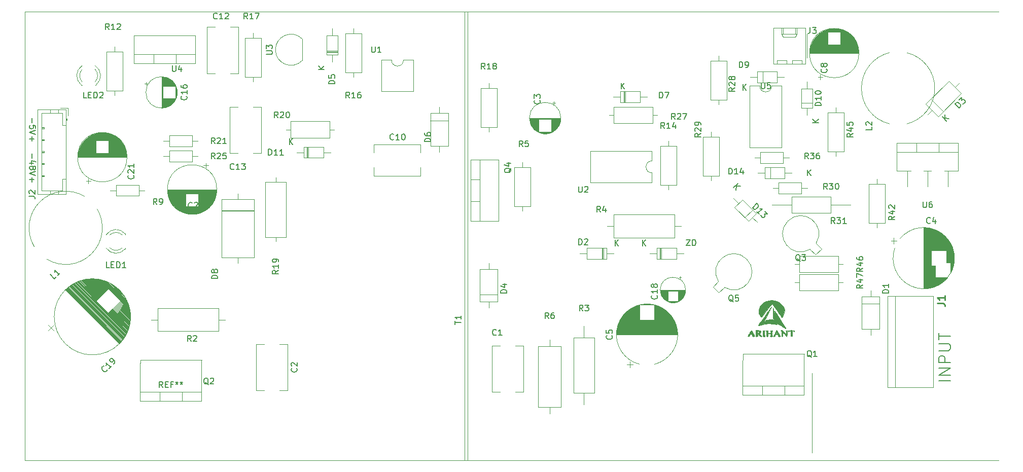
<source format=gbr>
%TF.GenerationSoftware,KiCad,Pcbnew,(5.1.6)-1*%
%TF.CreationDate,2021-01-03T22:36:31+05:30*%
%TF.ProjectId,supplyboard,73757070-6c79-4626-9f61-72642e6b6963,rev?*%
%TF.SameCoordinates,Original*%
%TF.FileFunction,Legend,Top*%
%TF.FilePolarity,Positive*%
%FSLAX46Y46*%
G04 Gerber Fmt 4.6, Leading zero omitted, Abs format (unit mm)*
G04 Created by KiCad (PCBNEW (5.1.6)-1) date 2021-01-03 22:36:31*
%MOMM*%
%LPD*%
G01*
G04 APERTURE LIST*
%ADD10C,0.120000*%
%ADD11C,0.150000*%
%ADD12C,0.010000*%
%ADD13C,0.254000*%
G04 APERTURE END LIST*
D10*
X167005000Y-137795000D02*
X167005000Y-151130000D01*
D11*
X190134761Y-139112142D02*
X188134761Y-139112142D01*
X190134761Y-138159761D02*
X188134761Y-138159761D01*
X190134761Y-137016904D01*
X188134761Y-137016904D01*
X190134761Y-136064523D02*
X188134761Y-136064523D01*
X188134761Y-135302619D01*
X188230000Y-135112142D01*
X188325238Y-135016904D01*
X188515714Y-134921666D01*
X188801428Y-134921666D01*
X188991904Y-135016904D01*
X189087142Y-135112142D01*
X189182380Y-135302619D01*
X189182380Y-136064523D01*
X188134761Y-134064523D02*
X189753809Y-134064523D01*
X189944285Y-133969285D01*
X190039523Y-133874047D01*
X190134761Y-133683571D01*
X190134761Y-133302619D01*
X190039523Y-133112142D01*
X189944285Y-133016904D01*
X189753809Y-132921666D01*
X188134761Y-132921666D01*
X188134761Y-132255000D02*
X188134761Y-131112142D01*
X190134761Y-131683571D02*
X188134761Y-131683571D01*
X36758571Y-101124047D02*
X36758571Y-101885952D01*
X37044285Y-102790714D02*
X36377619Y-102790714D01*
X37425238Y-102552619D02*
X36710952Y-102314523D01*
X36710952Y-102933571D01*
X36949047Y-103457380D02*
X36996666Y-103362142D01*
X37044285Y-103314523D01*
X37139523Y-103266904D01*
X37187142Y-103266904D01*
X37282380Y-103314523D01*
X37330000Y-103362142D01*
X37377619Y-103457380D01*
X37377619Y-103647857D01*
X37330000Y-103743095D01*
X37282380Y-103790714D01*
X37187142Y-103838333D01*
X37139523Y-103838333D01*
X37044285Y-103790714D01*
X36996666Y-103743095D01*
X36949047Y-103647857D01*
X36949047Y-103457380D01*
X36901428Y-103362142D01*
X36853809Y-103314523D01*
X36758571Y-103266904D01*
X36568095Y-103266904D01*
X36472857Y-103314523D01*
X36425238Y-103362142D01*
X36377619Y-103457380D01*
X36377619Y-103647857D01*
X36425238Y-103743095D01*
X36472857Y-103790714D01*
X36568095Y-103838333D01*
X36758571Y-103838333D01*
X36853809Y-103790714D01*
X36901428Y-103743095D01*
X36949047Y-103647857D01*
X37377619Y-104124047D02*
X36377619Y-104457380D01*
X37377619Y-104790714D01*
X36758571Y-105124047D02*
X36758571Y-105885952D01*
X36377619Y-105505000D02*
X37139523Y-105505000D01*
X36758571Y-95250238D02*
X36758571Y-96012142D01*
X37377619Y-96964523D02*
X37377619Y-96488333D01*
X36901428Y-96440714D01*
X36949047Y-96488333D01*
X36996666Y-96583571D01*
X36996666Y-96821666D01*
X36949047Y-96916904D01*
X36901428Y-96964523D01*
X36806190Y-97012142D01*
X36568095Y-97012142D01*
X36472857Y-96964523D01*
X36425238Y-96916904D01*
X36377619Y-96821666D01*
X36377619Y-96583571D01*
X36425238Y-96488333D01*
X36472857Y-96440714D01*
X37377619Y-97297857D02*
X36377619Y-97631190D01*
X37377619Y-97964523D01*
X36758571Y-98297857D02*
X36758571Y-99059761D01*
X36377619Y-98678809D02*
X37139523Y-98678809D01*
D10*
X96520000Y-77470000D02*
X96774000Y-77470000D01*
X98552000Y-77470000D02*
X98298000Y-77470000D01*
X98044000Y-77470000D02*
X98552000Y-77470000D01*
X98044000Y-77470000D02*
X97790000Y-77470000D01*
X98298000Y-152400000D02*
X98552000Y-152400000D01*
X109474000Y-77470000D02*
X109474000Y-152400000D01*
X108966000Y-77470000D02*
X109474000Y-77470000D01*
X108966000Y-152400000D02*
X108966000Y-77470000D01*
X198120000Y-152400000D02*
X35560000Y-152400000D01*
X198120000Y-77470000D02*
X196850000Y-77470000D01*
X35560000Y-77470000D02*
X196850000Y-77470000D01*
X35560000Y-152400000D02*
X35560000Y-77470000D01*
%TO.C,R6*%
X121270000Y-143500000D02*
X125110000Y-143500000D01*
X125110000Y-143500000D02*
X125110000Y-133360000D01*
X125110000Y-133360000D02*
X121270000Y-133360000D01*
X121270000Y-133360000D02*
X121270000Y-143500000D01*
X123190000Y-144610000D02*
X123190000Y-143500000D01*
X123190000Y-132250000D02*
X123190000Y-133360000D01*
%TO.C,D8*%
X68400000Y-118535000D02*
X73840000Y-118535000D01*
X73840000Y-118535000D02*
X73840000Y-108795000D01*
X73840000Y-108795000D02*
X68400000Y-108795000D01*
X68400000Y-108795000D02*
X68400000Y-118535000D01*
X71120000Y-119445000D02*
X71120000Y-118535000D01*
X71120000Y-107885000D02*
X71120000Y-108795000D01*
X68400000Y-110617000D02*
X73840000Y-110617000D01*
X68400000Y-110617000D02*
X73840000Y-110617000D01*
X68400000Y-110760000D02*
X73840000Y-110760000D01*
D12*
%TO.C,*%
G36*
X160692746Y-125692912D02*
G01*
X161094961Y-125784504D01*
X161322564Y-125885173D01*
X161758278Y-126192773D01*
X162080294Y-126545807D01*
X162285218Y-126935319D01*
X162369654Y-127352353D01*
X162330208Y-127787956D01*
X162191444Y-128177210D01*
X162088307Y-128374505D01*
X162004402Y-128505146D01*
X161968901Y-128536884D01*
X161911077Y-128482112D01*
X161793750Y-128334152D01*
X161635662Y-128117533D01*
X161504845Y-127929492D01*
X161277463Y-127594979D01*
X161029768Y-127228271D01*
X160804064Y-126892063D01*
X160734853Y-126788333D01*
X160574183Y-126553159D01*
X160441794Y-126370872D01*
X160357319Y-126267975D01*
X160339476Y-126254565D01*
X160271266Y-126309732D01*
X160126919Y-126469458D01*
X159913576Y-126725077D01*
X159638376Y-127067926D01*
X159308459Y-127489339D01*
X159110744Y-127745636D01*
X158900878Y-128014493D01*
X158720318Y-128237467D01*
X158586533Y-128393588D01*
X158516988Y-128461884D01*
X158513036Y-128463261D01*
X158426337Y-128401346D01*
X158318301Y-128243942D01*
X158213030Y-128033554D01*
X158134623Y-127812689D01*
X158126885Y-127782192D01*
X158092012Y-127368753D01*
X158175384Y-126962579D01*
X158365376Y-126582277D01*
X158650363Y-126246454D01*
X159018720Y-125973716D01*
X159354327Y-125817507D01*
X159781834Y-125708018D01*
X160241505Y-125666951D01*
X160692746Y-125692912D01*
G37*
X160692746Y-125692912D02*
X161094961Y-125784504D01*
X161322564Y-125885173D01*
X161758278Y-126192773D01*
X162080294Y-126545807D01*
X162285218Y-126935319D01*
X162369654Y-127352353D01*
X162330208Y-127787956D01*
X162191444Y-128177210D01*
X162088307Y-128374505D01*
X162004402Y-128505146D01*
X161968901Y-128536884D01*
X161911077Y-128482112D01*
X161793750Y-128334152D01*
X161635662Y-128117533D01*
X161504845Y-127929492D01*
X161277463Y-127594979D01*
X161029768Y-127228271D01*
X160804064Y-126892063D01*
X160734853Y-126788333D01*
X160574183Y-126553159D01*
X160441794Y-126370872D01*
X160357319Y-126267975D01*
X160339476Y-126254565D01*
X160271266Y-126309732D01*
X160126919Y-126469458D01*
X159913576Y-126725077D01*
X159638376Y-127067926D01*
X159308459Y-127489339D01*
X159110744Y-127745636D01*
X158900878Y-128014493D01*
X158720318Y-128237467D01*
X158586533Y-128393588D01*
X158516988Y-128461884D01*
X158513036Y-128463261D01*
X158426337Y-128401346D01*
X158318301Y-128243942D01*
X158213030Y-128033554D01*
X158134623Y-127812689D01*
X158126885Y-127782192D01*
X158092012Y-127368753D01*
X158175384Y-126962579D01*
X158365376Y-126582277D01*
X158650363Y-126246454D01*
X159018720Y-125973716D01*
X159354327Y-125817507D01*
X159781834Y-125708018D01*
X160241505Y-125666951D01*
X160692746Y-125692912D01*
G36*
X160706154Y-127874275D02*
G01*
X160785663Y-128234436D01*
X160852786Y-128539107D01*
X160901746Y-128762018D01*
X160926766Y-128876899D01*
X160928780Y-128886594D01*
X160881939Y-128902960D01*
X160761244Y-128879693D01*
X160622436Y-128829082D01*
X160562226Y-128795109D01*
X160521457Y-128740816D01*
X160496552Y-128640696D01*
X160483938Y-128469243D01*
X160480040Y-128200951D01*
X160481221Y-127821430D01*
X160486544Y-126880362D01*
X160706154Y-127874275D01*
G37*
X160706154Y-127874275D02*
X160785663Y-128234436D01*
X160852786Y-128539107D01*
X160901746Y-128762018D01*
X160926766Y-128876899D01*
X160928780Y-128886594D01*
X160881939Y-128902960D01*
X160761244Y-128879693D01*
X160622436Y-128829082D01*
X160562226Y-128795109D01*
X160521457Y-128740816D01*
X160496552Y-128640696D01*
X160483938Y-128469243D01*
X160480040Y-128200951D01*
X160481221Y-127821430D01*
X160486544Y-126880362D01*
X160706154Y-127874275D01*
G36*
X160191265Y-126822052D02*
G01*
X160134639Y-126935579D01*
X160064022Y-127065003D01*
X159943078Y-127294012D01*
X159786359Y-127594508D01*
X159608414Y-127938395D01*
X159423795Y-128297574D01*
X159247051Y-128643949D01*
X159124301Y-128886594D01*
X158966812Y-129199492D01*
X159379432Y-129200303D01*
X159649667Y-129206310D01*
X159911002Y-129220937D01*
X160052564Y-129234610D01*
X160203226Y-129251899D01*
X160232243Y-129246526D01*
X160147097Y-129215168D01*
X160117692Y-129205699D01*
X159940605Y-129168791D01*
X159699833Y-129142220D01*
X159547820Y-129134580D01*
X159346584Y-129119342D01*
X159210647Y-129088842D01*
X159173333Y-129058932D01*
X159232349Y-129014229D01*
X159387829Y-128958958D01*
X159607421Y-128904389D01*
X159630892Y-128899559D01*
X159920812Y-128852072D01*
X160159045Y-128847996D01*
X160418752Y-128888761D01*
X160542687Y-128917373D01*
X160755555Y-128969464D01*
X160893800Y-128988686D01*
X160966857Y-128953914D01*
X160984163Y-128844027D01*
X160955156Y-128637901D01*
X160889272Y-128314414D01*
X160864779Y-128196427D01*
X160807865Y-127904071D01*
X160767814Y-127665960D01*
X160750472Y-127518471D01*
X160751534Y-127491680D01*
X160793745Y-127522661D01*
X160894988Y-127654012D01*
X161040306Y-127864919D01*
X161214740Y-128134569D01*
X161223119Y-128147886D01*
X161457525Y-128520462D01*
X161718633Y-128934840D01*
X161967072Y-129328563D01*
X162092187Y-129526548D01*
X162320551Y-129893748D01*
X162472084Y-130152403D01*
X162550613Y-130309588D01*
X162559968Y-130372376D01*
X162550686Y-130374001D01*
X162488056Y-130336592D01*
X162343966Y-130240953D01*
X162147612Y-130106525D01*
X162114752Y-130083727D01*
X161806908Y-129887214D01*
X161461198Y-129694324D01*
X161113497Y-129522596D01*
X160799680Y-129389569D01*
X160555622Y-129312781D01*
X160525930Y-129306970D01*
X160313077Y-129270346D01*
X160541025Y-129374437D01*
X160752746Y-129470410D01*
X160950794Y-129559138D01*
X160957109Y-129561940D01*
X161093109Y-129633569D01*
X161104352Y-129672762D01*
X160990238Y-129679569D01*
X160750164Y-129654037D01*
X160432572Y-129604579D01*
X159761511Y-129539715D01*
X159128781Y-129587009D01*
X158484020Y-129750779D01*
X158403140Y-129778572D01*
X158181507Y-129851547D01*
X158061202Y-129875158D01*
X158021541Y-129851593D01*
X158026913Y-129818410D01*
X158075537Y-129735313D01*
X158191764Y-129559891D01*
X158362494Y-129310542D01*
X158574627Y-129005665D01*
X158815063Y-128663656D01*
X159070703Y-128302914D01*
X159328446Y-127941836D01*
X159575193Y-127598822D01*
X159797844Y-127292267D01*
X159983298Y-127040571D01*
X160118457Y-126862130D01*
X160190220Y-126775344D01*
X160197528Y-126769927D01*
X160191265Y-126822052D01*
G37*
X160191265Y-126822052D02*
X160134639Y-126935579D01*
X160064022Y-127065003D01*
X159943078Y-127294012D01*
X159786359Y-127594508D01*
X159608414Y-127938395D01*
X159423795Y-128297574D01*
X159247051Y-128643949D01*
X159124301Y-128886594D01*
X158966812Y-129199492D01*
X159379432Y-129200303D01*
X159649667Y-129206310D01*
X159911002Y-129220937D01*
X160052564Y-129234610D01*
X160203226Y-129251899D01*
X160232243Y-129246526D01*
X160147097Y-129215168D01*
X160117692Y-129205699D01*
X159940605Y-129168791D01*
X159699833Y-129142220D01*
X159547820Y-129134580D01*
X159346584Y-129119342D01*
X159210647Y-129088842D01*
X159173333Y-129058932D01*
X159232349Y-129014229D01*
X159387829Y-128958958D01*
X159607421Y-128904389D01*
X159630892Y-128899559D01*
X159920812Y-128852072D01*
X160159045Y-128847996D01*
X160418752Y-128888761D01*
X160542687Y-128917373D01*
X160755555Y-128969464D01*
X160893800Y-128988686D01*
X160966857Y-128953914D01*
X160984163Y-128844027D01*
X160955156Y-128637901D01*
X160889272Y-128314414D01*
X160864779Y-128196427D01*
X160807865Y-127904071D01*
X160767814Y-127665960D01*
X160750472Y-127518471D01*
X160751534Y-127491680D01*
X160793745Y-127522661D01*
X160894988Y-127654012D01*
X161040306Y-127864919D01*
X161214740Y-128134569D01*
X161223119Y-128147886D01*
X161457525Y-128520462D01*
X161718633Y-128934840D01*
X161967072Y-129328563D01*
X162092187Y-129526548D01*
X162320551Y-129893748D01*
X162472084Y-130152403D01*
X162550613Y-130309588D01*
X162559968Y-130372376D01*
X162550686Y-130374001D01*
X162488056Y-130336592D01*
X162343966Y-130240953D01*
X162147612Y-130106525D01*
X162114752Y-130083727D01*
X161806908Y-129887214D01*
X161461198Y-129694324D01*
X161113497Y-129522596D01*
X160799680Y-129389569D01*
X160555622Y-129312781D01*
X160525930Y-129306970D01*
X160313077Y-129270346D01*
X160541025Y-129374437D01*
X160752746Y-129470410D01*
X160950794Y-129559138D01*
X160957109Y-129561940D01*
X161093109Y-129633569D01*
X161104352Y-129672762D01*
X160990238Y-129679569D01*
X160750164Y-129654037D01*
X160432572Y-129604579D01*
X159761511Y-129539715D01*
X159128781Y-129587009D01*
X158484020Y-129750779D01*
X158403140Y-129778572D01*
X158181507Y-129851547D01*
X158061202Y-129875158D01*
X158021541Y-129851593D01*
X158026913Y-129818410D01*
X158075537Y-129735313D01*
X158191764Y-129559891D01*
X158362494Y-129310542D01*
X158574627Y-129005665D01*
X158815063Y-128663656D01*
X159070703Y-128302914D01*
X159328446Y-127941836D01*
X159575193Y-127598822D01*
X159797844Y-127292267D01*
X159983298Y-127040571D01*
X160118457Y-126862130D01*
X160190220Y-126775344D01*
X160197528Y-126769927D01*
X160191265Y-126822052D01*
G36*
X163804257Y-130677158D02*
G01*
X163964694Y-130696031D01*
X164041362Y-130733477D01*
X164057949Y-130782391D01*
X164042471Y-130875569D01*
X163976847Y-130874356D01*
X163859693Y-130800797D01*
X163747922Y-130745696D01*
X163682685Y-130791972D01*
X163677672Y-130800720D01*
X163649339Y-130932913D01*
X163641137Y-131149344D01*
X163653131Y-131388761D01*
X163676886Y-131553687D01*
X163641801Y-131651237D01*
X163553205Y-131687648D01*
X163437411Y-131684839D01*
X163401333Y-131652584D01*
X163400042Y-131550900D01*
X163402278Y-131351291D01*
X163405939Y-131168913D01*
X163404383Y-130920840D01*
X163380791Y-130789711D01*
X163329058Y-130746329D01*
X163317425Y-130745579D01*
X163204574Y-130788461D01*
X163178718Y-130819203D01*
X163095271Y-130890302D01*
X163027136Y-130845253D01*
X163015897Y-130782391D01*
X163040438Y-130725728D01*
X163129478Y-130691722D01*
X163306147Y-130675472D01*
X163536923Y-130671956D01*
X163804257Y-130677158D01*
G37*
X163804257Y-130677158D02*
X163964694Y-130696031D01*
X164041362Y-130733477D01*
X164057949Y-130782391D01*
X164042471Y-130875569D01*
X163976847Y-130874356D01*
X163859693Y-130800797D01*
X163747922Y-130745696D01*
X163682685Y-130791972D01*
X163677672Y-130800720D01*
X163649339Y-130932913D01*
X163641137Y-131149344D01*
X163653131Y-131388761D01*
X163676886Y-131553687D01*
X163641801Y-131651237D01*
X163553205Y-131687648D01*
X163437411Y-131684839D01*
X163401333Y-131652584D01*
X163400042Y-131550900D01*
X163402278Y-131351291D01*
X163405939Y-131168913D01*
X163404383Y-130920840D01*
X163380791Y-130789711D01*
X163329058Y-130746329D01*
X163317425Y-130745579D01*
X163204574Y-130788461D01*
X163178718Y-130819203D01*
X163095271Y-130890302D01*
X163027136Y-130845253D01*
X163015897Y-130782391D01*
X163040438Y-130725728D01*
X163129478Y-130691722D01*
X163306147Y-130675472D01*
X163536923Y-130671956D01*
X163804257Y-130677158D01*
G36*
X162054362Y-130718313D02*
G01*
X162245619Y-130869814D01*
X162333799Y-130964027D01*
X162483686Y-131124523D01*
X162598427Y-131231639D01*
X162641410Y-131258520D01*
X162680375Y-131199736D01*
X162690768Y-131057432D01*
X162676173Y-130890777D01*
X162640173Y-130758940D01*
X162608846Y-130720715D01*
X162610038Y-130695800D01*
X162714760Y-130680396D01*
X162755384Y-130678896D01*
X162884810Y-130688891D01*
X162915962Y-130720096D01*
X162905409Y-130730210D01*
X162861385Y-130828509D01*
X162825396Y-131027688D01*
X162807717Y-131242044D01*
X162787949Y-131697878D01*
X162403846Y-131316531D01*
X162019744Y-130935183D01*
X162052363Y-131318932D01*
X162065487Y-131545918D01*
X162050313Y-131661834D01*
X161999972Y-131700854D01*
X161975209Y-131702681D01*
X161913766Y-131681969D01*
X161886624Y-131597740D01*
X161887491Y-131416857D01*
X161896023Y-131285754D01*
X161906556Y-131032870D01*
X161886537Y-130881740D01*
X161828558Y-130789210D01*
X161807523Y-130770391D01*
X161737245Y-130701857D01*
X161769789Y-130675752D01*
X161881736Y-130671956D01*
X162054362Y-130718313D01*
G37*
X162054362Y-130718313D02*
X162245619Y-130869814D01*
X162333799Y-130964027D01*
X162483686Y-131124523D01*
X162598427Y-131231639D01*
X162641410Y-131258520D01*
X162680375Y-131199736D01*
X162690768Y-131057432D01*
X162676173Y-130890777D01*
X162640173Y-130758940D01*
X162608846Y-130720715D01*
X162610038Y-130695800D01*
X162714760Y-130680396D01*
X162755384Y-130678896D01*
X162884810Y-130688891D01*
X162915962Y-130720096D01*
X162905409Y-130730210D01*
X162861385Y-130828509D01*
X162825396Y-131027688D01*
X162807717Y-131242044D01*
X162787949Y-131697878D01*
X162403846Y-131316531D01*
X162019744Y-130935183D01*
X162052363Y-131318932D01*
X162065487Y-131545918D01*
X162050313Y-131661834D01*
X161999972Y-131700854D01*
X161975209Y-131702681D01*
X161913766Y-131681969D01*
X161886624Y-131597740D01*
X161887491Y-131416857D01*
X161896023Y-131285754D01*
X161906556Y-131032870D01*
X161886537Y-130881740D01*
X161828558Y-130789210D01*
X161807523Y-130770391D01*
X161737245Y-130701857D01*
X161769789Y-130675752D01*
X161881736Y-130671956D01*
X162054362Y-130718313D01*
G36*
X161150318Y-130732071D02*
G01*
X161256677Y-130889759D01*
X161375774Y-131111037D01*
X161377068Y-131113695D01*
X161492911Y-131334991D01*
X161591564Y-131493472D01*
X161651986Y-131555412D01*
X161652614Y-131555435D01*
X161710987Y-131612207D01*
X161713333Y-131633722D01*
X161656682Y-131681427D01*
X161516127Y-131690345D01*
X161501667Y-131688940D01*
X161348361Y-131648530D01*
X161292414Y-131557044D01*
X161290000Y-131518623D01*
X161261972Y-131415801D01*
X161156089Y-131364098D01*
X161045769Y-131348526D01*
X160872563Y-131350815D01*
X160797751Y-131420211D01*
X160793953Y-131585528D01*
X160796677Y-131610652D01*
X160751481Y-131684370D01*
X160674137Y-131702681D01*
X160566582Y-131691173D01*
X160541025Y-131674789D01*
X160572058Y-131602525D01*
X160653459Y-131439701D01*
X160767681Y-131221404D01*
X160768974Y-131218975D01*
X160807202Y-131144486D01*
X160957391Y-131144486D01*
X160962001Y-131237556D01*
X161055083Y-131260942D01*
X161164689Y-131235092D01*
X161192308Y-131196333D01*
X161147749Y-131100384D01*
X161094615Y-131040072D01*
X161015451Y-130982353D01*
X160996923Y-130988224D01*
X160976375Y-131083638D01*
X160957391Y-131144486D01*
X160807202Y-131144486D01*
X160884061Y-130994724D01*
X160966001Y-130819409D01*
X160996923Y-130731505D01*
X161048699Y-130676292D01*
X161079582Y-130671956D01*
X161150318Y-130732071D01*
G37*
X161150318Y-130732071D02*
X161256677Y-130889759D01*
X161375774Y-131111037D01*
X161377068Y-131113695D01*
X161492911Y-131334991D01*
X161591564Y-131493472D01*
X161651986Y-131555412D01*
X161652614Y-131555435D01*
X161710987Y-131612207D01*
X161713333Y-131633722D01*
X161656682Y-131681427D01*
X161516127Y-131690345D01*
X161501667Y-131688940D01*
X161348361Y-131648530D01*
X161292414Y-131557044D01*
X161290000Y-131518623D01*
X161261972Y-131415801D01*
X161156089Y-131364098D01*
X161045769Y-131348526D01*
X160872563Y-131350815D01*
X160797751Y-131420211D01*
X160793953Y-131585528D01*
X160796677Y-131610652D01*
X160751481Y-131684370D01*
X160674137Y-131702681D01*
X160566582Y-131691173D01*
X160541025Y-131674789D01*
X160572058Y-131602525D01*
X160653459Y-131439701D01*
X160767681Y-131221404D01*
X160768974Y-131218975D01*
X160807202Y-131144486D01*
X160957391Y-131144486D01*
X160962001Y-131237556D01*
X161055083Y-131260942D01*
X161164689Y-131235092D01*
X161192308Y-131196333D01*
X161147749Y-131100384D01*
X161094615Y-131040072D01*
X161015451Y-130982353D01*
X160996923Y-130988224D01*
X160976375Y-131083638D01*
X160957391Y-131144486D01*
X160807202Y-131144486D01*
X160884061Y-130994724D01*
X160966001Y-130819409D01*
X160996923Y-130731505D01*
X161048699Y-130676292D01*
X161079582Y-130671956D01*
X161150318Y-130732071D01*
G36*
X159592320Y-130681718D02*
G01*
X159650024Y-130734310D01*
X159646302Y-130867800D01*
X159643123Y-130892826D01*
X159633943Y-131039007D01*
X159681367Y-131100402D01*
X159819638Y-131113608D01*
X159849787Y-131113695D01*
X160007394Y-131100622D01*
X160073222Y-131042431D01*
X160085128Y-130935773D01*
X160055193Y-130784538D01*
X160003718Y-130720715D01*
X160008105Y-130696748D01*
X160115664Y-130680549D01*
X160179564Y-130677769D01*
X160337929Y-130683368D01*
X160384707Y-130715532D01*
X160358666Y-130760304D01*
X160314602Y-130873138D01*
X160288825Y-131058493D01*
X160282156Y-131266158D01*
X160295420Y-131445924D01*
X160329437Y-131547583D01*
X160345641Y-131555435D01*
X160408877Y-131611460D01*
X160410769Y-131629058D01*
X160353293Y-131676647D01*
X160211002Y-131701596D01*
X160169795Y-131702681D01*
X160019244Y-131692696D01*
X159980564Y-131656397D01*
X160006974Y-131614333D01*
X160070069Y-131473303D01*
X160085128Y-131356652D01*
X160065996Y-131242449D01*
X159983815Y-131195154D01*
X159852271Y-131187319D01*
X159698398Y-131196928D01*
X159638880Y-131252739D01*
X159637911Y-131395226D01*
X159640604Y-131426594D01*
X159640494Y-131596225D01*
X159583925Y-131670864D01*
X159515256Y-131689396D01*
X159399270Y-131685192D01*
X159363165Y-131652584D01*
X159361905Y-131550051D01*
X159364645Y-131351801D01*
X159368316Y-131195262D01*
X159357982Y-130907140D01*
X159308686Y-130752054D01*
X159292458Y-130736244D01*
X159280683Y-130693352D01*
X159394007Y-130674033D01*
X159438848Y-130673084D01*
X159592320Y-130681718D01*
G37*
X159592320Y-130681718D02*
X159650024Y-130734310D01*
X159646302Y-130867800D01*
X159643123Y-130892826D01*
X159633943Y-131039007D01*
X159681367Y-131100402D01*
X159819638Y-131113608D01*
X159849787Y-131113695D01*
X160007394Y-131100622D01*
X160073222Y-131042431D01*
X160085128Y-130935773D01*
X160055193Y-130784538D01*
X160003718Y-130720715D01*
X160008105Y-130696748D01*
X160115664Y-130680549D01*
X160179564Y-130677769D01*
X160337929Y-130683368D01*
X160384707Y-130715532D01*
X160358666Y-130760304D01*
X160314602Y-130873138D01*
X160288825Y-131058493D01*
X160282156Y-131266158D01*
X160295420Y-131445924D01*
X160329437Y-131547583D01*
X160345641Y-131555435D01*
X160408877Y-131611460D01*
X160410769Y-131629058D01*
X160353293Y-131676647D01*
X160211002Y-131701596D01*
X160169795Y-131702681D01*
X160019244Y-131692696D01*
X159980564Y-131656397D01*
X160006974Y-131614333D01*
X160070069Y-131473303D01*
X160085128Y-131356652D01*
X160065996Y-131242449D01*
X159983815Y-131195154D01*
X159852271Y-131187319D01*
X159698398Y-131196928D01*
X159638880Y-131252739D01*
X159637911Y-131395226D01*
X159640604Y-131426594D01*
X159640494Y-131596225D01*
X159583925Y-131670864D01*
X159515256Y-131689396D01*
X159399270Y-131685192D01*
X159363165Y-131652584D01*
X159361905Y-131550051D01*
X159364645Y-131351801D01*
X159368316Y-131195262D01*
X159357982Y-130907140D01*
X159308686Y-130752054D01*
X159292458Y-130736244D01*
X159280683Y-130693352D01*
X159394007Y-130674033D01*
X159438848Y-130673084D01*
X159592320Y-130681718D01*
G36*
X158963278Y-130673084D02*
G01*
X159112257Y-130685798D01*
X159134342Y-130722455D01*
X159116133Y-130738483D01*
X159064476Y-130826181D01*
X159046533Y-131007739D01*
X159055161Y-131252718D01*
X159083953Y-131702681D01*
X158896305Y-131702681D01*
X158765303Y-131684150D01*
X158735136Y-131613554D01*
X158743054Y-131573840D01*
X158811181Y-131193312D01*
X158793619Y-130895292D01*
X158780735Y-130850577D01*
X158751498Y-130733875D01*
X158789975Y-130683938D01*
X158924688Y-130673033D01*
X158963278Y-130673084D01*
G37*
X158963278Y-130673084D02*
X159112257Y-130685798D01*
X159134342Y-130722455D01*
X159116133Y-130738483D01*
X159064476Y-130826181D01*
X159046533Y-131007739D01*
X159055161Y-131252718D01*
X159083953Y-131702681D01*
X158896305Y-131702681D01*
X158765303Y-131684150D01*
X158735136Y-131613554D01*
X158743054Y-131573840D01*
X158811181Y-131193312D01*
X158793619Y-130895292D01*
X158780735Y-130850577D01*
X158751498Y-130733875D01*
X158789975Y-130683938D01*
X158924688Y-130673033D01*
X158963278Y-130673084D01*
G36*
X158175224Y-130681865D02*
G01*
X158306629Y-130719056D01*
X158379669Y-130795306D01*
X158390126Y-130815678D01*
X158419302Y-130947908D01*
X158349214Y-131073129D01*
X158324102Y-131100595D01*
X158190035Y-131241789D01*
X158388607Y-131430670D01*
X158535208Y-131582049D01*
X158578898Y-131666646D01*
X158524700Y-131700109D01*
X158475951Y-131702681D01*
X158368664Y-131654422D01*
X158213819Y-131530676D01*
X158109261Y-131426594D01*
X157853799Y-131150507D01*
X157890753Y-131426594D01*
X157907512Y-131606466D01*
X157878039Y-131684285D01*
X157781109Y-131702507D01*
X157752700Y-131702736D01*
X157661299Y-131696658D01*
X157608999Y-131656936D01*
X157584885Y-131551442D01*
X157578046Y-131348049D01*
X157577692Y-131187555D01*
X157577692Y-130929637D01*
X157870769Y-130929637D01*
X157909664Y-131078360D01*
X158007655Y-131106523D01*
X158116707Y-131027099D01*
X158158123Y-130917190D01*
X158121758Y-130843041D01*
X158003262Y-130749652D01*
X157908114Y-130784816D01*
X157870769Y-130929637D01*
X157577692Y-130929637D01*
X157577692Y-130672320D01*
X157949888Y-130672138D01*
X158175224Y-130681865D01*
G37*
X158175224Y-130681865D02*
X158306629Y-130719056D01*
X158379669Y-130795306D01*
X158390126Y-130815678D01*
X158419302Y-130947908D01*
X158349214Y-131073129D01*
X158324102Y-131100595D01*
X158190035Y-131241789D01*
X158388607Y-131430670D01*
X158535208Y-131582049D01*
X158578898Y-131666646D01*
X158524700Y-131700109D01*
X158475951Y-131702681D01*
X158368664Y-131654422D01*
X158213819Y-131530676D01*
X158109261Y-131426594D01*
X157853799Y-131150507D01*
X157890753Y-131426594D01*
X157907512Y-131606466D01*
X157878039Y-131684285D01*
X157781109Y-131702507D01*
X157752700Y-131702736D01*
X157661299Y-131696658D01*
X157608999Y-131656936D01*
X157584885Y-131551442D01*
X157578046Y-131348049D01*
X157577692Y-131187555D01*
X157577692Y-130929637D01*
X157870769Y-130929637D01*
X157909664Y-131078360D01*
X158007655Y-131106523D01*
X158116707Y-131027099D01*
X158158123Y-130917190D01*
X158121758Y-130843041D01*
X158003262Y-130749652D01*
X157908114Y-130784816D01*
X157870769Y-130929637D01*
X157577692Y-130929637D01*
X157577692Y-130672320D01*
X157949888Y-130672138D01*
X158175224Y-130681865D01*
G36*
X156883094Y-130733644D02*
G01*
X156985111Y-130877757D01*
X157092400Y-131071894D01*
X157207585Y-131291308D01*
X157304186Y-131455341D01*
X157355959Y-131522966D01*
X157416984Y-131607759D01*
X157365089Y-131675089D01*
X157217544Y-131702680D01*
X157216632Y-131702681D01*
X157072098Y-131676194D01*
X157028964Y-131610652D01*
X157031270Y-131433098D01*
X156965557Y-131354616D01*
X156804443Y-131346393D01*
X156779872Y-131348526D01*
X156613675Y-131380974D01*
X156544349Y-131451296D01*
X156535641Y-131518623D01*
X156482430Y-131650284D01*
X156389102Y-131689396D01*
X156275445Y-131687431D01*
X156242564Y-131658381D01*
X156281731Y-131566744D01*
X156345646Y-131475079D01*
X156438614Y-131332480D01*
X156499442Y-131220846D01*
X156662541Y-131220846D01*
X156712164Y-131258740D01*
X156761298Y-131260942D01*
X156867989Y-131238158D01*
X156892849Y-131205724D01*
X156860801Y-131100962D01*
X156834721Y-131048532D01*
X156779837Y-130996805D01*
X156719608Y-131070376D01*
X156703170Y-131103749D01*
X156662541Y-131220846D01*
X156499442Y-131220846D01*
X156552478Y-131123513D01*
X156598125Y-131030570D01*
X156699206Y-130840255D01*
X156787057Y-130713813D01*
X156817637Y-130688402D01*
X156883094Y-130733644D01*
G37*
X156883094Y-130733644D02*
X156985111Y-130877757D01*
X157092400Y-131071894D01*
X157207585Y-131291308D01*
X157304186Y-131455341D01*
X157355959Y-131522966D01*
X157416984Y-131607759D01*
X157365089Y-131675089D01*
X157217544Y-131702680D01*
X157216632Y-131702681D01*
X157072098Y-131676194D01*
X157028964Y-131610652D01*
X157031270Y-131433098D01*
X156965557Y-131354616D01*
X156804443Y-131346393D01*
X156779872Y-131348526D01*
X156613675Y-131380974D01*
X156544349Y-131451296D01*
X156535641Y-131518623D01*
X156482430Y-131650284D01*
X156389102Y-131689396D01*
X156275445Y-131687431D01*
X156242564Y-131658381D01*
X156281731Y-131566744D01*
X156345646Y-131475079D01*
X156438614Y-131332480D01*
X156499442Y-131220846D01*
X156662541Y-131220846D01*
X156712164Y-131258740D01*
X156761298Y-131260942D01*
X156867989Y-131238158D01*
X156892849Y-131205724D01*
X156860801Y-131100962D01*
X156834721Y-131048532D01*
X156779837Y-130996805D01*
X156719608Y-131070376D01*
X156703170Y-131103749D01*
X156662541Y-131220846D01*
X156499442Y-131220846D01*
X156552478Y-131123513D01*
X156598125Y-131030570D01*
X156699206Y-130840255D01*
X156787057Y-130713813D01*
X156817637Y-130688402D01*
X156883094Y-130733644D01*
D10*
%TO.C,C20*%
X66215000Y-103150302D02*
X65415000Y-103150302D01*
X65815000Y-102750302D02*
X65815000Y-103550302D01*
X64033000Y-111241000D02*
X62967000Y-111241000D01*
X64268000Y-111201000D02*
X62732000Y-111201000D01*
X64448000Y-111161000D02*
X62552000Y-111161000D01*
X64598000Y-111121000D02*
X62402000Y-111121000D01*
X64729000Y-111081000D02*
X62271000Y-111081000D01*
X64846000Y-111041000D02*
X62154000Y-111041000D01*
X64953000Y-111001000D02*
X62047000Y-111001000D01*
X65052000Y-110961000D02*
X61948000Y-110961000D01*
X65145000Y-110921000D02*
X61855000Y-110921000D01*
X65231000Y-110881000D02*
X61769000Y-110881000D01*
X65313000Y-110841000D02*
X61687000Y-110841000D01*
X65390000Y-110801000D02*
X61610000Y-110801000D01*
X65464000Y-110761000D02*
X61536000Y-110761000D01*
X65534000Y-110721000D02*
X61466000Y-110721000D01*
X65602000Y-110681000D02*
X61398000Y-110681000D01*
X65666000Y-110641000D02*
X61334000Y-110641000D01*
X65728000Y-110601000D02*
X61272000Y-110601000D01*
X65787000Y-110561000D02*
X61213000Y-110561000D01*
X65845000Y-110521000D02*
X61155000Y-110521000D01*
X65900000Y-110481000D02*
X61100000Y-110481000D01*
X65954000Y-110441000D02*
X61046000Y-110441000D01*
X66005000Y-110401000D02*
X60995000Y-110401000D01*
X66056000Y-110361000D02*
X60944000Y-110361000D01*
X66104000Y-110321000D02*
X60896000Y-110321000D01*
X66151000Y-110281000D02*
X60849000Y-110281000D01*
X66197000Y-110241000D02*
X60803000Y-110241000D01*
X66241000Y-110201000D02*
X60759000Y-110201000D01*
X66284000Y-110161000D02*
X60716000Y-110161000D01*
X66326000Y-110121000D02*
X60674000Y-110121000D01*
X66367000Y-110081000D02*
X60633000Y-110081000D01*
X66407000Y-110041000D02*
X60593000Y-110041000D01*
X66445000Y-110001000D02*
X60555000Y-110001000D01*
X66483000Y-109961000D02*
X60517000Y-109961000D01*
X62460000Y-109921000D02*
X60481000Y-109921000D01*
X66519000Y-109921000D02*
X64540000Y-109921000D01*
X62460000Y-109881000D02*
X60445000Y-109881000D01*
X66555000Y-109881000D02*
X64540000Y-109881000D01*
X62460000Y-109841000D02*
X60410000Y-109841000D01*
X66590000Y-109841000D02*
X64540000Y-109841000D01*
X62460000Y-109801000D02*
X60376000Y-109801000D01*
X66624000Y-109801000D02*
X64540000Y-109801000D01*
X62460000Y-109761000D02*
X60344000Y-109761000D01*
X66656000Y-109761000D02*
X64540000Y-109761000D01*
X62460000Y-109721000D02*
X60311000Y-109721000D01*
X66689000Y-109721000D02*
X64540000Y-109721000D01*
X62460000Y-109681000D02*
X60280000Y-109681000D01*
X66720000Y-109681000D02*
X64540000Y-109681000D01*
X62460000Y-109641000D02*
X60250000Y-109641000D01*
X66750000Y-109641000D02*
X64540000Y-109641000D01*
X62460000Y-109601000D02*
X60220000Y-109601000D01*
X66780000Y-109601000D02*
X64540000Y-109601000D01*
X62460000Y-109561000D02*
X60191000Y-109561000D01*
X66809000Y-109561000D02*
X64540000Y-109561000D01*
X62460000Y-109521000D02*
X60162000Y-109521000D01*
X66838000Y-109521000D02*
X64540000Y-109521000D01*
X62460000Y-109481000D02*
X60135000Y-109481000D01*
X66865000Y-109481000D02*
X64540000Y-109481000D01*
X62460000Y-109441000D02*
X60108000Y-109441000D01*
X66892000Y-109441000D02*
X64540000Y-109441000D01*
X62460000Y-109401000D02*
X60082000Y-109401000D01*
X66918000Y-109401000D02*
X64540000Y-109401000D01*
X62460000Y-109361000D02*
X60056000Y-109361000D01*
X66944000Y-109361000D02*
X64540000Y-109361000D01*
X62460000Y-109321000D02*
X60031000Y-109321000D01*
X66969000Y-109321000D02*
X64540000Y-109321000D01*
X62460000Y-109281000D02*
X60007000Y-109281000D01*
X66993000Y-109281000D02*
X64540000Y-109281000D01*
X62460000Y-109241000D02*
X59983000Y-109241000D01*
X67017000Y-109241000D02*
X64540000Y-109241000D01*
X62460000Y-109201000D02*
X59960000Y-109201000D01*
X67040000Y-109201000D02*
X64540000Y-109201000D01*
X62460000Y-109161000D02*
X59938000Y-109161000D01*
X67062000Y-109161000D02*
X64540000Y-109161000D01*
X62460000Y-109121000D02*
X59916000Y-109121000D01*
X67084000Y-109121000D02*
X64540000Y-109121000D01*
X62460000Y-109081000D02*
X59894000Y-109081000D01*
X67106000Y-109081000D02*
X64540000Y-109081000D01*
X62460000Y-109041000D02*
X59873000Y-109041000D01*
X67127000Y-109041000D02*
X64540000Y-109041000D01*
X62460000Y-109001000D02*
X59853000Y-109001000D01*
X67147000Y-109001000D02*
X64540000Y-109001000D01*
X62460000Y-108961000D02*
X59834000Y-108961000D01*
X67166000Y-108961000D02*
X64540000Y-108961000D01*
X62460000Y-108921000D02*
X59814000Y-108921000D01*
X67186000Y-108921000D02*
X64540000Y-108921000D01*
X62460000Y-108881000D02*
X59796000Y-108881000D01*
X67204000Y-108881000D02*
X64540000Y-108881000D01*
X62460000Y-108841000D02*
X59778000Y-108841000D01*
X67222000Y-108841000D02*
X64540000Y-108841000D01*
X62460000Y-108801000D02*
X59760000Y-108801000D01*
X67240000Y-108801000D02*
X64540000Y-108801000D01*
X62460000Y-108761000D02*
X59743000Y-108761000D01*
X67257000Y-108761000D02*
X64540000Y-108761000D01*
X62460000Y-108721000D02*
X59726000Y-108721000D01*
X67274000Y-108721000D02*
X64540000Y-108721000D01*
X62460000Y-108681000D02*
X59710000Y-108681000D01*
X67290000Y-108681000D02*
X64540000Y-108681000D01*
X62460000Y-108641000D02*
X59695000Y-108641000D01*
X67305000Y-108641000D02*
X64540000Y-108641000D01*
X62460000Y-108601000D02*
X59679000Y-108601000D01*
X67321000Y-108601000D02*
X64540000Y-108601000D01*
X62460000Y-108561000D02*
X59665000Y-108561000D01*
X67335000Y-108561000D02*
X64540000Y-108561000D01*
X62460000Y-108521000D02*
X59650000Y-108521000D01*
X67350000Y-108521000D02*
X64540000Y-108521000D01*
X62460000Y-108481000D02*
X59637000Y-108481000D01*
X67363000Y-108481000D02*
X64540000Y-108481000D01*
X62460000Y-108441000D02*
X59623000Y-108441000D01*
X67377000Y-108441000D02*
X64540000Y-108441000D01*
X62460000Y-108401000D02*
X59611000Y-108401000D01*
X67389000Y-108401000D02*
X64540000Y-108401000D01*
X62460000Y-108361000D02*
X59598000Y-108361000D01*
X67402000Y-108361000D02*
X64540000Y-108361000D01*
X62460000Y-108321000D02*
X59586000Y-108321000D01*
X67414000Y-108321000D02*
X64540000Y-108321000D01*
X62460000Y-108281000D02*
X59575000Y-108281000D01*
X67425000Y-108281000D02*
X64540000Y-108281000D01*
X62460000Y-108241000D02*
X59564000Y-108241000D01*
X67436000Y-108241000D02*
X64540000Y-108241000D01*
X62460000Y-108201000D02*
X59553000Y-108201000D01*
X67447000Y-108201000D02*
X64540000Y-108201000D01*
X62460000Y-108161000D02*
X59543000Y-108161000D01*
X67457000Y-108161000D02*
X64540000Y-108161000D01*
X62460000Y-108121000D02*
X59533000Y-108121000D01*
X67467000Y-108121000D02*
X64540000Y-108121000D01*
X62460000Y-108081000D02*
X59524000Y-108081000D01*
X67476000Y-108081000D02*
X64540000Y-108081000D01*
X62460000Y-108041000D02*
X59515000Y-108041000D01*
X67485000Y-108041000D02*
X64540000Y-108041000D01*
X62460000Y-108001000D02*
X59506000Y-108001000D01*
X67494000Y-108001000D02*
X64540000Y-108001000D01*
X62460000Y-107961000D02*
X59498000Y-107961000D01*
X67502000Y-107961000D02*
X64540000Y-107961000D01*
X62460000Y-107921000D02*
X59490000Y-107921000D01*
X67510000Y-107921000D02*
X64540000Y-107921000D01*
X62460000Y-107881000D02*
X59483000Y-107881000D01*
X67517000Y-107881000D02*
X64540000Y-107881000D01*
X67524000Y-107840000D02*
X59476000Y-107840000D01*
X67530000Y-107800000D02*
X59470000Y-107800000D01*
X67537000Y-107760000D02*
X59463000Y-107760000D01*
X67542000Y-107720000D02*
X59458000Y-107720000D01*
X67548000Y-107680000D02*
X59452000Y-107680000D01*
X67552000Y-107640000D02*
X59448000Y-107640000D01*
X67557000Y-107600000D02*
X59443000Y-107600000D01*
X67561000Y-107560000D02*
X59439000Y-107560000D01*
X67565000Y-107520000D02*
X59435000Y-107520000D01*
X67568000Y-107480000D02*
X59432000Y-107480000D01*
X67571000Y-107440000D02*
X59429000Y-107440000D01*
X67574000Y-107400000D02*
X59426000Y-107400000D01*
X67576000Y-107360000D02*
X59424000Y-107360000D01*
X67577000Y-107320000D02*
X59423000Y-107320000D01*
X67579000Y-107280000D02*
X59421000Y-107280000D01*
X67580000Y-107240000D02*
X59420000Y-107240000D01*
X67580000Y-107200000D02*
X59420000Y-107200000D01*
X67580000Y-107160000D02*
X59420000Y-107160000D01*
X67620000Y-107160000D02*
G75*
G03*
X67620000Y-107160000I-4120000J0D01*
G01*
%TO.C,R19*%
X75750000Y-115110000D02*
X79190000Y-115110000D01*
X79190000Y-115110000D02*
X79190000Y-105870000D01*
X79190000Y-105870000D02*
X75750000Y-105870000D01*
X75750000Y-105870000D02*
X75750000Y-115110000D01*
X77470000Y-115800000D02*
X77470000Y-115110000D01*
X77470000Y-105180000D02*
X77470000Y-105870000D01*
%TO.C,R25*%
X63515000Y-102520000D02*
X63515000Y-100680000D01*
X63515000Y-100680000D02*
X59675000Y-100680000D01*
X59675000Y-100680000D02*
X59675000Y-102520000D01*
X59675000Y-102520000D02*
X63515000Y-102520000D01*
X64465000Y-101600000D02*
X63515000Y-101600000D01*
X58725000Y-101600000D02*
X59675000Y-101600000D01*
%TO.C,R21*%
X59675000Y-98140000D02*
X59675000Y-99980000D01*
X59675000Y-99980000D02*
X63515000Y-99980000D01*
X63515000Y-99980000D02*
X63515000Y-98140000D01*
X63515000Y-98140000D02*
X59675000Y-98140000D01*
X58725000Y-99060000D02*
X59675000Y-99060000D01*
X64465000Y-99060000D02*
X63515000Y-99060000D01*
%TO.C,R9*%
X54625000Y-108235000D02*
X54625000Y-106395000D01*
X54625000Y-106395000D02*
X50785000Y-106395000D01*
X50785000Y-106395000D02*
X50785000Y-108235000D01*
X50785000Y-108235000D02*
X54625000Y-108235000D01*
X55575000Y-107315000D02*
X54625000Y-107315000D01*
X49835000Y-107315000D02*
X50785000Y-107315000D01*
%TO.C,J2*%
X42450000Y-93825000D02*
X37730000Y-93825000D01*
X37730000Y-93825000D02*
X37730000Y-107945000D01*
X37730000Y-107945000D02*
X42450000Y-107945000D01*
X42450000Y-107945000D02*
X42450000Y-93825000D01*
X42450000Y-95585000D02*
X42650000Y-95585000D01*
X42650000Y-95585000D02*
X42650000Y-95285000D01*
X42650000Y-95285000D02*
X42450000Y-95285000D01*
X42550000Y-95585000D02*
X42550000Y-95285000D01*
X42450000Y-96385000D02*
X41840000Y-96385000D01*
X41840000Y-96385000D02*
X41840000Y-94435000D01*
X41840000Y-94435000D02*
X38340000Y-94435000D01*
X38340000Y-94435000D02*
X38340000Y-107335000D01*
X38340000Y-107335000D02*
X41840000Y-107335000D01*
X41840000Y-107335000D02*
X41840000Y-105385000D01*
X41840000Y-105385000D02*
X42450000Y-105385000D01*
X41140000Y-93825000D02*
X41140000Y-94435000D01*
X39840000Y-93825000D02*
X39840000Y-94435000D01*
X41140000Y-107945000D02*
X41140000Y-107335000D01*
X39840000Y-107945000D02*
X39840000Y-107335000D01*
X38340000Y-96785000D02*
X38840000Y-96785000D01*
X38840000Y-96785000D02*
X38840000Y-96985000D01*
X38840000Y-96985000D02*
X38340000Y-96985000D01*
X38340000Y-96885000D02*
X38840000Y-96885000D01*
X38340000Y-98785000D02*
X38840000Y-98785000D01*
X38840000Y-98785000D02*
X38840000Y-98985000D01*
X38840000Y-98985000D02*
X38340000Y-98985000D01*
X38340000Y-98885000D02*
X38840000Y-98885000D01*
X38340000Y-100785000D02*
X38840000Y-100785000D01*
X38840000Y-100785000D02*
X38840000Y-100985000D01*
X38840000Y-100985000D02*
X38340000Y-100985000D01*
X38340000Y-100885000D02*
X38840000Y-100885000D01*
X38340000Y-102785000D02*
X38840000Y-102785000D01*
X38840000Y-102785000D02*
X38840000Y-102985000D01*
X38840000Y-102985000D02*
X38340000Y-102985000D01*
X38340000Y-102885000D02*
X38840000Y-102885000D01*
X38340000Y-104785000D02*
X38840000Y-104785000D01*
X38840000Y-104785000D02*
X38840000Y-104985000D01*
X38840000Y-104985000D02*
X38340000Y-104985000D01*
X38340000Y-104885000D02*
X38840000Y-104885000D01*
X42750000Y-94775000D02*
X42750000Y-93525000D01*
X42750000Y-93525000D02*
X41500000Y-93525000D01*
%TO.C,R31*%
X160298000Y-109728000D02*
X163608000Y-109728000D01*
X173458000Y-109728000D02*
X170148000Y-109728000D01*
X163608000Y-111098000D02*
X170148000Y-111098000D01*
X163608000Y-108358000D02*
X163608000Y-111098000D01*
X170148000Y-108358000D02*
X163608000Y-108358000D01*
X170148000Y-111098000D02*
X170148000Y-108358000D01*
%TO.C,R30*%
X166192000Y-106934000D02*
X165242000Y-106934000D01*
X160452000Y-106934000D02*
X161402000Y-106934000D01*
X165242000Y-106014000D02*
X161402000Y-106014000D01*
X165242000Y-107854000D02*
X165242000Y-106014000D01*
X161402000Y-107854000D02*
X165242000Y-107854000D01*
X161402000Y-106014000D02*
X161402000Y-107854000D01*
%TO.C,R36*%
X163144000Y-101854000D02*
X162194000Y-101854000D01*
X157404000Y-101854000D02*
X158354000Y-101854000D01*
X162194000Y-100934000D02*
X158354000Y-100934000D01*
X162194000Y-102774000D02*
X162194000Y-100934000D01*
X158354000Y-102774000D02*
X162194000Y-102774000D01*
X158354000Y-100934000D02*
X158354000Y-102774000D01*
%TO.C,C18*%
X145159000Y-121866199D02*
X144759000Y-121866199D01*
X144959000Y-121666199D02*
X144959000Y-122066199D01*
X144134000Y-126017000D02*
X143394000Y-126017000D01*
X144301000Y-125977000D02*
X143227000Y-125977000D01*
X144428000Y-125937000D02*
X143100000Y-125937000D01*
X144532000Y-125897000D02*
X142996000Y-125897000D01*
X144623000Y-125857000D02*
X142905000Y-125857000D01*
X144704000Y-125817000D02*
X142824000Y-125817000D01*
X144777000Y-125777000D02*
X142751000Y-125777000D01*
X142924000Y-125737000D02*
X142684000Y-125737000D01*
X144844000Y-125737000D02*
X144604000Y-125737000D01*
X142924000Y-125697000D02*
X142622000Y-125697000D01*
X144906000Y-125697000D02*
X144604000Y-125697000D01*
X142924000Y-125657000D02*
X142564000Y-125657000D01*
X144964000Y-125657000D02*
X144604000Y-125657000D01*
X142924000Y-125617000D02*
X142510000Y-125617000D01*
X145018000Y-125617000D02*
X144604000Y-125617000D01*
X142924000Y-125577000D02*
X142460000Y-125577000D01*
X145068000Y-125577000D02*
X144604000Y-125577000D01*
X142924000Y-125537000D02*
X142413000Y-125537000D01*
X145115000Y-125537000D02*
X144604000Y-125537000D01*
X142924000Y-125497000D02*
X142368000Y-125497000D01*
X145160000Y-125497000D02*
X144604000Y-125497000D01*
X142924000Y-125457000D02*
X142326000Y-125457000D01*
X145202000Y-125457000D02*
X144604000Y-125457000D01*
X142924000Y-125417000D02*
X142286000Y-125417000D01*
X145242000Y-125417000D02*
X144604000Y-125417000D01*
X142924000Y-125377000D02*
X142248000Y-125377000D01*
X145280000Y-125377000D02*
X144604000Y-125377000D01*
X142924000Y-125337000D02*
X142212000Y-125337000D01*
X145316000Y-125337000D02*
X144604000Y-125337000D01*
X142924000Y-125297000D02*
X142177000Y-125297000D01*
X145351000Y-125297000D02*
X144604000Y-125297000D01*
X142924000Y-125257000D02*
X142145000Y-125257000D01*
X145383000Y-125257000D02*
X144604000Y-125257000D01*
X142924000Y-125217000D02*
X142114000Y-125217000D01*
X145414000Y-125217000D02*
X144604000Y-125217000D01*
X142924000Y-125177000D02*
X142084000Y-125177000D01*
X145444000Y-125177000D02*
X144604000Y-125177000D01*
X142924000Y-125137000D02*
X142056000Y-125137000D01*
X145472000Y-125137000D02*
X144604000Y-125137000D01*
X142924000Y-125097000D02*
X142029000Y-125097000D01*
X145499000Y-125097000D02*
X144604000Y-125097000D01*
X142924000Y-125057000D02*
X142004000Y-125057000D01*
X145524000Y-125057000D02*
X144604000Y-125057000D01*
X142924000Y-125017000D02*
X141979000Y-125017000D01*
X145549000Y-125017000D02*
X144604000Y-125017000D01*
X142924000Y-124977000D02*
X141956000Y-124977000D01*
X145572000Y-124977000D02*
X144604000Y-124977000D01*
X142924000Y-124937000D02*
X141934000Y-124937000D01*
X145594000Y-124937000D02*
X144604000Y-124937000D01*
X142924000Y-124897000D02*
X141913000Y-124897000D01*
X145615000Y-124897000D02*
X144604000Y-124897000D01*
X142924000Y-124857000D02*
X141894000Y-124857000D01*
X145634000Y-124857000D02*
X144604000Y-124857000D01*
X142924000Y-124817000D02*
X141875000Y-124817000D01*
X145653000Y-124817000D02*
X144604000Y-124817000D01*
X142924000Y-124777000D02*
X141857000Y-124777000D01*
X145671000Y-124777000D02*
X144604000Y-124777000D01*
X142924000Y-124737000D02*
X141840000Y-124737000D01*
X145688000Y-124737000D02*
X144604000Y-124737000D01*
X142924000Y-124697000D02*
X141824000Y-124697000D01*
X145704000Y-124697000D02*
X144604000Y-124697000D01*
X142924000Y-124657000D02*
X141810000Y-124657000D01*
X145718000Y-124657000D02*
X144604000Y-124657000D01*
X142924000Y-124616000D02*
X141796000Y-124616000D01*
X145732000Y-124616000D02*
X144604000Y-124616000D01*
X142924000Y-124576000D02*
X141782000Y-124576000D01*
X145746000Y-124576000D02*
X144604000Y-124576000D01*
X142924000Y-124536000D02*
X141770000Y-124536000D01*
X145758000Y-124536000D02*
X144604000Y-124536000D01*
X142924000Y-124496000D02*
X141759000Y-124496000D01*
X145769000Y-124496000D02*
X144604000Y-124496000D01*
X142924000Y-124456000D02*
X141748000Y-124456000D01*
X145780000Y-124456000D02*
X144604000Y-124456000D01*
X142924000Y-124416000D02*
X141739000Y-124416000D01*
X145789000Y-124416000D02*
X144604000Y-124416000D01*
X142924000Y-124376000D02*
X141730000Y-124376000D01*
X145798000Y-124376000D02*
X144604000Y-124376000D01*
X142924000Y-124336000D02*
X141722000Y-124336000D01*
X145806000Y-124336000D02*
X144604000Y-124336000D01*
X142924000Y-124296000D02*
X141714000Y-124296000D01*
X145814000Y-124296000D02*
X144604000Y-124296000D01*
X142924000Y-124256000D02*
X141708000Y-124256000D01*
X145820000Y-124256000D02*
X144604000Y-124256000D01*
X142924000Y-124216000D02*
X141702000Y-124216000D01*
X145826000Y-124216000D02*
X144604000Y-124216000D01*
X142924000Y-124176000D02*
X141697000Y-124176000D01*
X145831000Y-124176000D02*
X144604000Y-124176000D01*
X142924000Y-124136000D02*
X141693000Y-124136000D01*
X145835000Y-124136000D02*
X144604000Y-124136000D01*
X145838000Y-124096000D02*
X141690000Y-124096000D01*
X145841000Y-124056000D02*
X141687000Y-124056000D01*
X145843000Y-124016000D02*
X141685000Y-124016000D01*
X145844000Y-123976000D02*
X141684000Y-123976000D01*
X145844000Y-123936000D02*
X141684000Y-123936000D01*
X145884000Y-123936000D02*
G75*
G03*
X145884000Y-123936000I-2120000J0D01*
G01*
%TO.C,D3*%
X188939898Y-94139364D02*
X186784636Y-91984102D01*
X191902675Y-91100219D02*
X189823781Y-89021325D01*
X186295318Y-94628682D02*
X187016567Y-93907433D01*
X191584477Y-89339523D02*
X190863228Y-90060772D01*
X188056014Y-94946880D02*
X191902675Y-91100219D01*
X185977120Y-92867986D02*
X188056014Y-94946880D01*
X189823781Y-89021325D02*
X185977120Y-92867986D01*
%TO.C,C21*%
X45799000Y-105764698D02*
X46599000Y-105764698D01*
X46199000Y-106164698D02*
X46199000Y-105364698D01*
X47981000Y-97674000D02*
X49047000Y-97674000D01*
X47746000Y-97714000D02*
X49282000Y-97714000D01*
X47566000Y-97754000D02*
X49462000Y-97754000D01*
X47416000Y-97794000D02*
X49612000Y-97794000D01*
X47285000Y-97834000D02*
X49743000Y-97834000D01*
X47168000Y-97874000D02*
X49860000Y-97874000D01*
X47061000Y-97914000D02*
X49967000Y-97914000D01*
X46962000Y-97954000D02*
X50066000Y-97954000D01*
X46869000Y-97994000D02*
X50159000Y-97994000D01*
X46783000Y-98034000D02*
X50245000Y-98034000D01*
X46701000Y-98074000D02*
X50327000Y-98074000D01*
X46624000Y-98114000D02*
X50404000Y-98114000D01*
X46550000Y-98154000D02*
X50478000Y-98154000D01*
X46480000Y-98194000D02*
X50548000Y-98194000D01*
X46412000Y-98234000D02*
X50616000Y-98234000D01*
X46348000Y-98274000D02*
X50680000Y-98274000D01*
X46286000Y-98314000D02*
X50742000Y-98314000D01*
X46227000Y-98354000D02*
X50801000Y-98354000D01*
X46169000Y-98394000D02*
X50859000Y-98394000D01*
X46114000Y-98434000D02*
X50914000Y-98434000D01*
X46060000Y-98474000D02*
X50968000Y-98474000D01*
X46009000Y-98514000D02*
X51019000Y-98514000D01*
X45958000Y-98554000D02*
X51070000Y-98554000D01*
X45910000Y-98594000D02*
X51118000Y-98594000D01*
X45863000Y-98634000D02*
X51165000Y-98634000D01*
X45817000Y-98674000D02*
X51211000Y-98674000D01*
X45773000Y-98714000D02*
X51255000Y-98714000D01*
X45730000Y-98754000D02*
X51298000Y-98754000D01*
X45688000Y-98794000D02*
X51340000Y-98794000D01*
X45647000Y-98834000D02*
X51381000Y-98834000D01*
X45607000Y-98874000D02*
X51421000Y-98874000D01*
X45569000Y-98914000D02*
X51459000Y-98914000D01*
X45531000Y-98954000D02*
X51497000Y-98954000D01*
X49554000Y-98994000D02*
X51533000Y-98994000D01*
X45495000Y-98994000D02*
X47474000Y-98994000D01*
X49554000Y-99034000D02*
X51569000Y-99034000D01*
X45459000Y-99034000D02*
X47474000Y-99034000D01*
X49554000Y-99074000D02*
X51604000Y-99074000D01*
X45424000Y-99074000D02*
X47474000Y-99074000D01*
X49554000Y-99114000D02*
X51638000Y-99114000D01*
X45390000Y-99114000D02*
X47474000Y-99114000D01*
X49554000Y-99154000D02*
X51670000Y-99154000D01*
X45358000Y-99154000D02*
X47474000Y-99154000D01*
X49554000Y-99194000D02*
X51703000Y-99194000D01*
X45325000Y-99194000D02*
X47474000Y-99194000D01*
X49554000Y-99234000D02*
X51734000Y-99234000D01*
X45294000Y-99234000D02*
X47474000Y-99234000D01*
X49554000Y-99274000D02*
X51764000Y-99274000D01*
X45264000Y-99274000D02*
X47474000Y-99274000D01*
X49554000Y-99314000D02*
X51794000Y-99314000D01*
X45234000Y-99314000D02*
X47474000Y-99314000D01*
X49554000Y-99354000D02*
X51823000Y-99354000D01*
X45205000Y-99354000D02*
X47474000Y-99354000D01*
X49554000Y-99394000D02*
X51852000Y-99394000D01*
X45176000Y-99394000D02*
X47474000Y-99394000D01*
X49554000Y-99434000D02*
X51879000Y-99434000D01*
X45149000Y-99434000D02*
X47474000Y-99434000D01*
X49554000Y-99474000D02*
X51906000Y-99474000D01*
X45122000Y-99474000D02*
X47474000Y-99474000D01*
X49554000Y-99514000D02*
X51932000Y-99514000D01*
X45096000Y-99514000D02*
X47474000Y-99514000D01*
X49554000Y-99554000D02*
X51958000Y-99554000D01*
X45070000Y-99554000D02*
X47474000Y-99554000D01*
X49554000Y-99594000D02*
X51983000Y-99594000D01*
X45045000Y-99594000D02*
X47474000Y-99594000D01*
X49554000Y-99634000D02*
X52007000Y-99634000D01*
X45021000Y-99634000D02*
X47474000Y-99634000D01*
X49554000Y-99674000D02*
X52031000Y-99674000D01*
X44997000Y-99674000D02*
X47474000Y-99674000D01*
X49554000Y-99714000D02*
X52054000Y-99714000D01*
X44974000Y-99714000D02*
X47474000Y-99714000D01*
X49554000Y-99754000D02*
X52076000Y-99754000D01*
X44952000Y-99754000D02*
X47474000Y-99754000D01*
X49554000Y-99794000D02*
X52098000Y-99794000D01*
X44930000Y-99794000D02*
X47474000Y-99794000D01*
X49554000Y-99834000D02*
X52120000Y-99834000D01*
X44908000Y-99834000D02*
X47474000Y-99834000D01*
X49554000Y-99874000D02*
X52141000Y-99874000D01*
X44887000Y-99874000D02*
X47474000Y-99874000D01*
X49554000Y-99914000D02*
X52161000Y-99914000D01*
X44867000Y-99914000D02*
X47474000Y-99914000D01*
X49554000Y-99954000D02*
X52180000Y-99954000D01*
X44848000Y-99954000D02*
X47474000Y-99954000D01*
X49554000Y-99994000D02*
X52200000Y-99994000D01*
X44828000Y-99994000D02*
X47474000Y-99994000D01*
X49554000Y-100034000D02*
X52218000Y-100034000D01*
X44810000Y-100034000D02*
X47474000Y-100034000D01*
X49554000Y-100074000D02*
X52236000Y-100074000D01*
X44792000Y-100074000D02*
X47474000Y-100074000D01*
X49554000Y-100114000D02*
X52254000Y-100114000D01*
X44774000Y-100114000D02*
X47474000Y-100114000D01*
X49554000Y-100154000D02*
X52271000Y-100154000D01*
X44757000Y-100154000D02*
X47474000Y-100154000D01*
X49554000Y-100194000D02*
X52288000Y-100194000D01*
X44740000Y-100194000D02*
X47474000Y-100194000D01*
X49554000Y-100234000D02*
X52304000Y-100234000D01*
X44724000Y-100234000D02*
X47474000Y-100234000D01*
X49554000Y-100274000D02*
X52319000Y-100274000D01*
X44709000Y-100274000D02*
X47474000Y-100274000D01*
X49554000Y-100314000D02*
X52335000Y-100314000D01*
X44693000Y-100314000D02*
X47474000Y-100314000D01*
X49554000Y-100354000D02*
X52349000Y-100354000D01*
X44679000Y-100354000D02*
X47474000Y-100354000D01*
X49554000Y-100394000D02*
X52364000Y-100394000D01*
X44664000Y-100394000D02*
X47474000Y-100394000D01*
X49554000Y-100434000D02*
X52377000Y-100434000D01*
X44651000Y-100434000D02*
X47474000Y-100434000D01*
X49554000Y-100474000D02*
X52391000Y-100474000D01*
X44637000Y-100474000D02*
X47474000Y-100474000D01*
X49554000Y-100514000D02*
X52403000Y-100514000D01*
X44625000Y-100514000D02*
X47474000Y-100514000D01*
X49554000Y-100554000D02*
X52416000Y-100554000D01*
X44612000Y-100554000D02*
X47474000Y-100554000D01*
X49554000Y-100594000D02*
X52428000Y-100594000D01*
X44600000Y-100594000D02*
X47474000Y-100594000D01*
X49554000Y-100634000D02*
X52439000Y-100634000D01*
X44589000Y-100634000D02*
X47474000Y-100634000D01*
X49554000Y-100674000D02*
X52450000Y-100674000D01*
X44578000Y-100674000D02*
X47474000Y-100674000D01*
X49554000Y-100714000D02*
X52461000Y-100714000D01*
X44567000Y-100714000D02*
X47474000Y-100714000D01*
X49554000Y-100754000D02*
X52471000Y-100754000D01*
X44557000Y-100754000D02*
X47474000Y-100754000D01*
X49554000Y-100794000D02*
X52481000Y-100794000D01*
X44547000Y-100794000D02*
X47474000Y-100794000D01*
X49554000Y-100834000D02*
X52490000Y-100834000D01*
X44538000Y-100834000D02*
X47474000Y-100834000D01*
X49554000Y-100874000D02*
X52499000Y-100874000D01*
X44529000Y-100874000D02*
X47474000Y-100874000D01*
X49554000Y-100914000D02*
X52508000Y-100914000D01*
X44520000Y-100914000D02*
X47474000Y-100914000D01*
X49554000Y-100954000D02*
X52516000Y-100954000D01*
X44512000Y-100954000D02*
X47474000Y-100954000D01*
X49554000Y-100994000D02*
X52524000Y-100994000D01*
X44504000Y-100994000D02*
X47474000Y-100994000D01*
X49554000Y-101034000D02*
X52531000Y-101034000D01*
X44497000Y-101034000D02*
X47474000Y-101034000D01*
X44490000Y-101075000D02*
X52538000Y-101075000D01*
X44484000Y-101115000D02*
X52544000Y-101115000D01*
X44477000Y-101155000D02*
X52551000Y-101155000D01*
X44472000Y-101195000D02*
X52556000Y-101195000D01*
X44466000Y-101235000D02*
X52562000Y-101235000D01*
X44462000Y-101275000D02*
X52566000Y-101275000D01*
X44457000Y-101315000D02*
X52571000Y-101315000D01*
X44453000Y-101355000D02*
X52575000Y-101355000D01*
X44449000Y-101395000D02*
X52579000Y-101395000D01*
X44446000Y-101435000D02*
X52582000Y-101435000D01*
X44443000Y-101475000D02*
X52585000Y-101475000D01*
X44440000Y-101515000D02*
X52588000Y-101515000D01*
X44438000Y-101555000D02*
X52590000Y-101555000D01*
X44437000Y-101595000D02*
X52591000Y-101595000D01*
X44435000Y-101635000D02*
X52593000Y-101635000D01*
X44434000Y-101675000D02*
X52594000Y-101675000D01*
X44434000Y-101715000D02*
X52594000Y-101715000D01*
X44434000Y-101755000D02*
X52594000Y-101755000D01*
X52634000Y-101755000D02*
G75*
G03*
X52634000Y-101755000I-4120000J0D01*
G01*
%TO.C,ZD*%
X141108000Y-116936000D02*
X141108000Y-118776000D01*
X141108000Y-118776000D02*
X144388000Y-118776000D01*
X144388000Y-118776000D02*
X144388000Y-116936000D01*
X144388000Y-116936000D02*
X141108000Y-116936000D01*
X139928000Y-117856000D02*
X141108000Y-117856000D01*
X145568000Y-117856000D02*
X144388000Y-117856000D01*
X141684000Y-116936000D02*
X141684000Y-118776000D01*
X141804000Y-116936000D02*
X141804000Y-118776000D01*
X141564000Y-116936000D02*
X141564000Y-118776000D01*
%TO.C,C4*%
X185634000Y-113538000D02*
X185634000Y-123698000D01*
X185674000Y-113538000D02*
X185674000Y-123698000D01*
X185714000Y-113538000D02*
X185714000Y-123698000D01*
X185754000Y-113539000D02*
X185754000Y-123697000D01*
X185794000Y-113540000D02*
X185794000Y-123696000D01*
X185834000Y-113541000D02*
X185834000Y-123695000D01*
X185874000Y-113543000D02*
X185874000Y-123693000D01*
X185914000Y-113545000D02*
X185914000Y-123691000D01*
X185954000Y-113548000D02*
X185954000Y-123688000D01*
X185994000Y-113550000D02*
X185994000Y-123686000D01*
X186034000Y-113553000D02*
X186034000Y-123683000D01*
X186074000Y-113556000D02*
X186074000Y-123680000D01*
X186114000Y-113560000D02*
X186114000Y-123676000D01*
X186154000Y-113564000D02*
X186154000Y-123672000D01*
X186194000Y-113568000D02*
X186194000Y-123668000D01*
X186234000Y-113573000D02*
X186234000Y-123663000D01*
X186274000Y-113578000D02*
X186274000Y-123658000D01*
X186314000Y-113583000D02*
X186314000Y-123653000D01*
X186355000Y-113588000D02*
X186355000Y-123648000D01*
X186395000Y-113594000D02*
X186395000Y-123642000D01*
X186435000Y-113600000D02*
X186435000Y-123636000D01*
X186475000Y-113607000D02*
X186475000Y-123629000D01*
X186515000Y-113614000D02*
X186515000Y-123622000D01*
X186555000Y-113621000D02*
X186555000Y-123615000D01*
X186595000Y-113628000D02*
X186595000Y-123608000D01*
X186635000Y-113636000D02*
X186635000Y-123600000D01*
X186675000Y-113644000D02*
X186675000Y-123592000D01*
X186715000Y-113653000D02*
X186715000Y-123583000D01*
X186755000Y-113662000D02*
X186755000Y-123574000D01*
X186795000Y-113671000D02*
X186795000Y-123565000D01*
X186835000Y-113680000D02*
X186835000Y-123556000D01*
X186875000Y-113690000D02*
X186875000Y-123546000D01*
X186915000Y-113700000D02*
X186915000Y-117377000D01*
X186915000Y-119859000D02*
X186915000Y-123536000D01*
X186955000Y-113711000D02*
X186955000Y-117377000D01*
X186955000Y-119859000D02*
X186955000Y-123525000D01*
X186995000Y-113721000D02*
X186995000Y-117377000D01*
X186995000Y-119859000D02*
X186995000Y-123515000D01*
X187035000Y-113733000D02*
X187035000Y-117377000D01*
X187035000Y-119859000D02*
X187035000Y-123503000D01*
X187075000Y-113744000D02*
X187075000Y-117377000D01*
X187075000Y-119859000D02*
X187075000Y-123492000D01*
X187115000Y-113756000D02*
X187115000Y-117377000D01*
X187115000Y-119859000D02*
X187115000Y-123480000D01*
X187155000Y-113768000D02*
X187155000Y-117377000D01*
X187155000Y-119859000D02*
X187155000Y-123468000D01*
X187195000Y-113781000D02*
X187195000Y-117377000D01*
X187195000Y-119859000D02*
X187195000Y-123455000D01*
X187235000Y-113794000D02*
X187235000Y-117377000D01*
X187235000Y-119859000D02*
X187235000Y-123442000D01*
X187275000Y-113807000D02*
X187275000Y-117377000D01*
X187275000Y-119859000D02*
X187275000Y-123429000D01*
X187315000Y-113821000D02*
X187315000Y-117377000D01*
X187315000Y-119859000D02*
X187315000Y-123415000D01*
X187355000Y-113835000D02*
X187355000Y-117377000D01*
X187355000Y-119859000D02*
X187355000Y-123401000D01*
X187395000Y-113850000D02*
X187395000Y-117377000D01*
X187395000Y-119859000D02*
X187395000Y-123386000D01*
X187435000Y-113864000D02*
X187435000Y-117377000D01*
X187435000Y-119859000D02*
X187435000Y-123372000D01*
X187475000Y-113880000D02*
X187475000Y-117377000D01*
X187475000Y-119859000D02*
X187475000Y-123356000D01*
X187515000Y-113895000D02*
X187515000Y-117377000D01*
X187515000Y-119859000D02*
X187515000Y-123341000D01*
X187555000Y-113911000D02*
X187555000Y-117377000D01*
X187555000Y-119859000D02*
X187555000Y-123325000D01*
X187595000Y-113928000D02*
X187595000Y-117377000D01*
X187595000Y-121858000D02*
X187595000Y-123308000D01*
X187635000Y-113944000D02*
X187635000Y-117377000D01*
X187635000Y-121858000D02*
X187635000Y-123292000D01*
X187675000Y-113961000D02*
X187675000Y-117377000D01*
X187675000Y-121858000D02*
X187675000Y-123275000D01*
X187715000Y-113979000D02*
X187715000Y-117377000D01*
X187715000Y-121858000D02*
X187715000Y-123257000D01*
X187755000Y-113997000D02*
X187755000Y-117377000D01*
X187755000Y-121858000D02*
X187755000Y-123239000D01*
X187795000Y-114015000D02*
X187795000Y-117377000D01*
X187795000Y-121858000D02*
X187795000Y-123221000D01*
X187835000Y-114034000D02*
X187835000Y-117377000D01*
X187835000Y-121858000D02*
X187835000Y-123202000D01*
X187875000Y-114054000D02*
X187875000Y-117377000D01*
X187875000Y-121858000D02*
X187875000Y-123182000D01*
X187915000Y-114073000D02*
X187915000Y-117377000D01*
X187915000Y-121858000D02*
X187915000Y-123163000D01*
X187955000Y-114093000D02*
X187955000Y-117377000D01*
X187955000Y-121858000D02*
X187955000Y-123143000D01*
X187995000Y-114114000D02*
X187995000Y-117377000D01*
X187995000Y-121858000D02*
X187995000Y-123122000D01*
X188035000Y-114135000D02*
X188035000Y-117377000D01*
X188035000Y-121858000D02*
X188035000Y-123101000D01*
X188075000Y-114156000D02*
X188075000Y-117377000D01*
X188075000Y-121858000D02*
X188075000Y-123080000D01*
X188115000Y-114178000D02*
X188115000Y-117377000D01*
X188115000Y-121858000D02*
X188115000Y-123058000D01*
X188155000Y-114201000D02*
X188155000Y-117377000D01*
X188155000Y-121858000D02*
X188155000Y-123035000D01*
X188195000Y-114223000D02*
X188195000Y-117377000D01*
X188195000Y-121858000D02*
X188195000Y-123013000D01*
X188235000Y-114247000D02*
X188235000Y-117377000D01*
X188235000Y-121858000D02*
X188235000Y-122989000D01*
X188275000Y-114271000D02*
X188275000Y-117377000D01*
X188275000Y-121858000D02*
X188275000Y-122965000D01*
X188315000Y-114295000D02*
X188315000Y-117377000D01*
X188315000Y-121858000D02*
X188315000Y-122941000D01*
X188355000Y-114320000D02*
X188355000Y-117377000D01*
X188355000Y-121858000D02*
X188355000Y-122916000D01*
X188395000Y-114345000D02*
X188395000Y-117377000D01*
X188395000Y-121858000D02*
X188395000Y-122891000D01*
X188435000Y-114371000D02*
X188435000Y-117377000D01*
X188435000Y-121858000D02*
X188435000Y-122865000D01*
X188475000Y-114397000D02*
X188475000Y-117377000D01*
X188475000Y-121858000D02*
X188475000Y-122839000D01*
X188515000Y-114424000D02*
X188515000Y-117377000D01*
X188515000Y-121858000D02*
X188515000Y-122812000D01*
X188555000Y-114452000D02*
X188555000Y-117377000D01*
X188555000Y-121858000D02*
X188555000Y-122784000D01*
X188595000Y-114480000D02*
X188595000Y-117377000D01*
X188595000Y-121858000D02*
X188595000Y-122756000D01*
X188635000Y-114508000D02*
X188635000Y-117377000D01*
X188635000Y-121858000D02*
X188635000Y-122728000D01*
X188675000Y-114538000D02*
X188675000Y-117377000D01*
X188675000Y-121858000D02*
X188675000Y-122698000D01*
X188715000Y-114568000D02*
X188715000Y-117377000D01*
X188715000Y-121858000D02*
X188715000Y-122668000D01*
X188755000Y-114598000D02*
X188755000Y-117377000D01*
X188755000Y-121858000D02*
X188755000Y-122638000D01*
X188795000Y-114629000D02*
X188795000Y-117377000D01*
X188795000Y-121858000D02*
X188795000Y-122607000D01*
X188835000Y-114661000D02*
X188835000Y-117377000D01*
X188835000Y-121858000D02*
X188835000Y-122575000D01*
X188875000Y-114693000D02*
X188875000Y-117377000D01*
X188875000Y-121858000D02*
X188875000Y-122543000D01*
X188915000Y-114726000D02*
X188915000Y-117377000D01*
X188915000Y-121858000D02*
X188915000Y-122510000D01*
X188955000Y-114760000D02*
X188955000Y-117377000D01*
X188955000Y-121858000D02*
X188955000Y-122476000D01*
X188995000Y-114794000D02*
X188995000Y-117377000D01*
X188995000Y-121858000D02*
X188995000Y-122442000D01*
X189035000Y-114829000D02*
X189035000Y-117377000D01*
X189035000Y-121858000D02*
X189035000Y-122407000D01*
X189075000Y-114865000D02*
X189075000Y-117377000D01*
X189075000Y-121858000D02*
X189075000Y-122371000D01*
X189115000Y-114902000D02*
X189115000Y-117377000D01*
X189115000Y-121858000D02*
X189115000Y-122334000D01*
X189155000Y-114939000D02*
X189155000Y-117377000D01*
X189155000Y-121858000D02*
X189155000Y-122297000D01*
X189195000Y-114978000D02*
X189195000Y-117377000D01*
X189195000Y-121858000D02*
X189195000Y-122258000D01*
X189235000Y-115017000D02*
X189235000Y-117377000D01*
X189235000Y-121858000D02*
X189235000Y-122219000D01*
X189275000Y-115057000D02*
X189275000Y-117377000D01*
X189275000Y-121858000D02*
X189275000Y-122179000D01*
X189315000Y-115098000D02*
X189315000Y-117377000D01*
X189315000Y-121858000D02*
X189315000Y-122138000D01*
X189355000Y-115140000D02*
X189355000Y-117377000D01*
X189355000Y-121858000D02*
X189355000Y-122096000D01*
X189395000Y-115182000D02*
X189395000Y-119378000D01*
X189395000Y-121858000D02*
X189395000Y-122054000D01*
X189435000Y-115226000D02*
X189435000Y-119378000D01*
X189435000Y-121858000D02*
X189435000Y-122010000D01*
X189475000Y-115271000D02*
X189475000Y-119378000D01*
X189475000Y-121858000D02*
X189475000Y-121965000D01*
X189515000Y-115317000D02*
X189515000Y-119378000D01*
X189515000Y-121858000D02*
X189515000Y-121919000D01*
X189555000Y-115364000D02*
X189555000Y-119378000D01*
X189555000Y-121858000D02*
X189555000Y-121872000D01*
X189595000Y-115412000D02*
X189595000Y-119378000D01*
X189635000Y-115462000D02*
X189635000Y-119378000D01*
X189675000Y-115512000D02*
X189675000Y-119378000D01*
X189715000Y-115564000D02*
X189715000Y-119378000D01*
X189755000Y-115618000D02*
X189755000Y-119378000D01*
X189795000Y-115673000D02*
X189795000Y-119378000D01*
X189835000Y-115729000D02*
X189835000Y-119378000D01*
X189875000Y-115788000D02*
X189875000Y-119378000D01*
X189915000Y-115848000D02*
X189915000Y-119378000D01*
X189955000Y-115909000D02*
X189955000Y-119378000D01*
X189995000Y-115973000D02*
X189995000Y-119378000D01*
X190035000Y-116039000D02*
X190035000Y-119378000D01*
X190075000Y-116108000D02*
X190075000Y-121128000D01*
X190115000Y-116179000D02*
X190115000Y-121057000D01*
X190155000Y-116253000D02*
X190155000Y-120983000D01*
X190195000Y-116329000D02*
X190195000Y-120907000D01*
X190235000Y-116409000D02*
X190235000Y-120827000D01*
X190275000Y-116493000D02*
X190275000Y-120743000D01*
X190315000Y-116581000D02*
X190315000Y-120655000D01*
X190355000Y-116674000D02*
X190355000Y-120562000D01*
X190395000Y-116772000D02*
X190395000Y-120464000D01*
X190435000Y-116876000D02*
X190435000Y-120360000D01*
X190475000Y-116988000D02*
X190475000Y-120248000D01*
X190515000Y-117108000D02*
X190515000Y-120128000D01*
X190555000Y-117240000D02*
X190555000Y-119996000D01*
X190595000Y-117388000D02*
X190595000Y-119848000D01*
X190635000Y-117556000D02*
X190635000Y-119680000D01*
X190675000Y-117756000D02*
X190675000Y-119480000D01*
X190715000Y-118019000D02*
X190715000Y-119217000D01*
X180154354Y-115743000D02*
X181154354Y-115743000D01*
X180654354Y-115243000D02*
X180654354Y-116243000D01*
X180809096Y-116904902D02*
G75*
G03*
X181685988Y-115358000I4824904J-1713098D01*
G01*
%TO.C,D2*%
X131912000Y-116936000D02*
X131912000Y-118776000D01*
X132152000Y-116936000D02*
X132152000Y-118776000D01*
X132032000Y-116936000D02*
X132032000Y-118776000D01*
X133884000Y-117856000D02*
X132704000Y-117856000D01*
X128244000Y-117856000D02*
X129424000Y-117856000D01*
X132704000Y-116936000D02*
X129424000Y-116936000D01*
X132704000Y-118776000D02*
X132704000Y-116936000D01*
X129424000Y-118776000D02*
X132704000Y-118776000D01*
X129424000Y-116936000D02*
X129424000Y-118776000D01*
%TO.C,D7*%
X138292000Y-92614000D02*
X138292000Y-90774000D01*
X138292000Y-90774000D02*
X135012000Y-90774000D01*
X135012000Y-90774000D02*
X135012000Y-92614000D01*
X135012000Y-92614000D02*
X138292000Y-92614000D01*
X139472000Y-91694000D02*
X138292000Y-91694000D01*
X133832000Y-91694000D02*
X135012000Y-91694000D01*
X135684000Y-92614000D02*
X135684000Y-90774000D01*
X135564000Y-92614000D02*
X135564000Y-90774000D01*
X135804000Y-92614000D02*
X135804000Y-90774000D01*
%TO.C,D10*%
X167036000Y-92710000D02*
X165196000Y-92710000D01*
X167036000Y-92710000D02*
X165196000Y-92710000D01*
X167036000Y-92710000D02*
X165196000Y-92710000D01*
X166116000Y-94768000D02*
X166116000Y-93588000D01*
X166116000Y-89128000D02*
X166116000Y-90308000D01*
X167036000Y-93588000D02*
X167036000Y-90308000D01*
X165196000Y-93588000D02*
X167036000Y-93588000D01*
X165196000Y-90308000D02*
X165196000Y-93588000D01*
X167036000Y-90308000D02*
X165196000Y-90308000D01*
%TO.C,D9*%
X158750000Y-89312000D02*
X158750000Y-87472000D01*
X158750000Y-89312000D02*
X158750000Y-87472000D01*
X158750000Y-89312000D02*
X158750000Y-87472000D01*
X156692000Y-88392000D02*
X157872000Y-88392000D01*
X162332000Y-88392000D02*
X161152000Y-88392000D01*
X157872000Y-89312000D02*
X161152000Y-89312000D01*
X157872000Y-87472000D02*
X157872000Y-89312000D01*
X161152000Y-87472000D02*
X157872000Y-87472000D01*
X161152000Y-89312000D02*
X161152000Y-87472000D01*
%TO.C,D14*%
X162422000Y-105314000D02*
X162422000Y-103474000D01*
X162422000Y-103474000D02*
X159142000Y-103474000D01*
X159142000Y-103474000D02*
X159142000Y-105314000D01*
X159142000Y-105314000D02*
X162422000Y-105314000D01*
X163602000Y-104394000D02*
X162422000Y-104394000D01*
X157962000Y-104394000D02*
X159142000Y-104394000D01*
X160020000Y-105314000D02*
X160020000Y-103474000D01*
X160020000Y-105314000D02*
X160020000Y-103474000D01*
X160020000Y-105314000D02*
X160020000Y-103474000D01*
%TO.C,D13*%
X157045430Y-110532354D02*
X155744354Y-111833430D01*
X157045430Y-110532354D02*
X155744354Y-111833430D01*
X157045430Y-110532354D02*
X155744354Y-111833430D01*
X157850118Y-112638118D02*
X157015732Y-111803732D01*
X153862036Y-108650036D02*
X154696422Y-109484422D01*
X157666270Y-111153194D02*
X155346960Y-108833883D01*
X156365194Y-112454270D02*
X157666270Y-111153194D01*
X154045883Y-110134960D02*
X156365194Y-112454270D01*
X155346960Y-108833883D02*
X154045883Y-110134960D01*
%TO.C,R4*%
X132758000Y-113284000D02*
X133868000Y-113284000D01*
X145118000Y-113284000D02*
X144008000Y-113284000D01*
X133868000Y-115204000D02*
X144008000Y-115204000D01*
X133868000Y-111364000D02*
X133868000Y-115204000D01*
X144008000Y-111364000D02*
X133868000Y-111364000D01*
X144008000Y-115204000D02*
X144008000Y-111364000D01*
%TO.C,D4*%
X114500000Y-124714000D02*
X111560000Y-124714000D01*
X114500000Y-124714000D02*
X111560000Y-124714000D01*
X114500000Y-124714000D02*
X111560000Y-124714000D01*
X113030000Y-126930000D02*
X113030000Y-125910000D01*
X113030000Y-119450000D02*
X113030000Y-120470000D01*
X114500000Y-125910000D02*
X114500000Y-120470000D01*
X111560000Y-125910000D02*
X114500000Y-125910000D01*
X111560000Y-120470000D02*
X111560000Y-125910000D01*
X114500000Y-120470000D02*
X111560000Y-120470000D01*
%TO.C,LED1*%
X52360000Y-114744000D02*
X52360000Y-114588000D01*
X52360000Y-117060000D02*
X52360000Y-116904000D01*
X49758870Y-114744163D02*
G75*
G02*
X51840961Y-114744000I1041130J-1079837D01*
G01*
X49758870Y-116903837D02*
G75*
G03*
X51840961Y-116904000I1041130J1079837D01*
G01*
X49127665Y-114745392D02*
G75*
G02*
X52360000Y-114588484I1672335J-1078608D01*
G01*
X49127665Y-116902608D02*
G75*
G03*
X52360000Y-117059516I1672335J1078608D01*
G01*
%TO.C,LED2*%
X47308000Y-89698000D02*
X47464000Y-89698000D01*
X44992000Y-89698000D02*
X45148000Y-89698000D01*
X47307837Y-87096870D02*
G75*
G02*
X47308000Y-89178961I-1079837J-1041130D01*
G01*
X45148163Y-87096870D02*
G75*
G03*
X45148000Y-89178961I1079837J-1041130D01*
G01*
X47306608Y-86465665D02*
G75*
G02*
X47463516Y-89698000I-1078608J-1672335D01*
G01*
X45149392Y-86465665D02*
G75*
G03*
X44992484Y-89698000I1078608J-1672335D01*
G01*
%TO.C,Q2*%
X54864000Y-136144000D02*
X54864000Y-135636000D01*
X65024000Y-136144000D02*
X65024000Y-135636000D01*
X65064000Y-137821000D02*
X65024000Y-136144000D01*
X54824000Y-137821000D02*
X54824000Y-136144000D01*
X65064000Y-142462000D02*
X54824000Y-142462000D01*
X65104000Y-135636000D02*
X54864000Y-135636000D01*
X65064000Y-142462000D02*
X65064000Y-137821000D01*
X54824000Y-142462000D02*
X54824000Y-137821000D01*
X65064000Y-140952000D02*
X54824000Y-140952000D01*
X61794000Y-142462000D02*
X61794000Y-140952000D01*
X58093000Y-142462000D02*
X58093000Y-140952000D01*
%TO.C,Q1*%
X165648000Y-136805000D02*
X165608000Y-134620000D01*
X155408000Y-136805000D02*
X155448000Y-134620000D01*
X165648000Y-141446000D02*
X155408000Y-141446000D01*
X165688000Y-134620000D02*
X155448000Y-134620000D01*
X165648000Y-141446000D02*
X165648000Y-136805000D01*
X155408000Y-141446000D02*
X155408000Y-136805000D01*
X165648000Y-139936000D02*
X155408000Y-139936000D01*
X162378000Y-141446000D02*
X162378000Y-139936000D01*
X158677000Y-141446000D02*
X158677000Y-139936000D01*
%TO.C,D1*%
X175314000Y-126238000D02*
X178254000Y-126238000D01*
X175314000Y-126238000D02*
X178254000Y-126238000D01*
X175314000Y-126238000D02*
X178254000Y-126238000D01*
X176784000Y-124022000D02*
X176784000Y-125042000D01*
X176784000Y-131502000D02*
X176784000Y-130482000D01*
X175314000Y-125042000D02*
X175314000Y-130482000D01*
X178254000Y-125042000D02*
X175314000Y-125042000D01*
X178254000Y-130482000D02*
X178254000Y-125042000D01*
X175314000Y-130482000D02*
X178254000Y-130482000D01*
%TO.C,D6*%
X103251000Y-95631000D02*
X106299000Y-95631000D01*
X104775000Y-93415000D02*
X104775000Y-94435000D01*
X104775000Y-100895000D02*
X104775000Y-99875000D01*
X103305000Y-94435000D02*
X103305000Y-99875000D01*
X106245000Y-94435000D02*
X103305000Y-94435000D01*
X106245000Y-99875000D02*
X106245000Y-94435000D01*
X103305000Y-99875000D02*
X106245000Y-99875000D01*
%TO.C,R42*%
X177800000Y-105434000D02*
X177800000Y-106204000D01*
X177800000Y-113514000D02*
X177800000Y-112744000D01*
X176430000Y-106204000D02*
X176430000Y-112744000D01*
X179170000Y-106204000D02*
X176430000Y-106204000D01*
X179170000Y-112744000D02*
X179170000Y-106204000D01*
X176430000Y-112744000D02*
X179170000Y-112744000D01*
%TO.C,J1*%
X179578000Y-124968000D02*
X179578000Y-140208000D01*
X187198000Y-124968000D02*
X187198000Y-140208000D01*
X180848000Y-124968000D02*
X180848000Y-140208000D01*
X179578000Y-140208000D02*
X187198000Y-140208000D01*
X179578000Y-124968000D02*
X187198000Y-124968000D01*
%TO.C,R2*%
X69045000Y-128905000D02*
X67935000Y-128905000D01*
X56685000Y-128905000D02*
X57795000Y-128905000D01*
X67935000Y-126985000D02*
X57795000Y-126985000D01*
X67935000Y-130825000D02*
X67935000Y-126985000D01*
X57795000Y-130825000D02*
X67935000Y-130825000D01*
X57795000Y-126985000D02*
X57795000Y-130825000D01*
%TO.C,L1*%
X47632457Y-110388295D02*
G75*
G02*
X39227363Y-118793389I-5234923J-3170171D01*
G01*
X45567705Y-108323543D02*
G75*
G03*
X37162611Y-116728637I-3170171J-5234923D01*
G01*
%TO.C,L2*%
X182816000Y-84306701D02*
G75*
G02*
X182816000Y-96193299I-1460000J-5943299D01*
G01*
X179896000Y-84306701D02*
G75*
G03*
X179896000Y-96193299I1460000J-5943299D01*
G01*
%TO.C,U6*%
X189680000Y-104017000D02*
X189680000Y-106631000D01*
X186280000Y-104017000D02*
X186280000Y-106631000D01*
X182880000Y-104017000D02*
X182880000Y-106647000D01*
X188130000Y-99376000D02*
X188130000Y-100885000D01*
X184430000Y-99376000D02*
X184430000Y-100885000D01*
X181159000Y-100885000D02*
X191400000Y-100885000D01*
X191400000Y-99376000D02*
X191400000Y-104017000D01*
X181159000Y-99376000D02*
X181159000Y-104017000D01*
X189045000Y-104017000D02*
X191400000Y-104017000D01*
X185645000Y-104017000D02*
X186915000Y-104017000D01*
X181159000Y-104017000D02*
X183515000Y-104017000D01*
X181159000Y-99376000D02*
X191400000Y-99376000D01*
%TO.C,C8*%
X167973000Y-88377698D02*
X168773000Y-88377698D01*
X168373000Y-88777698D02*
X168373000Y-87977698D01*
X170155000Y-80287000D02*
X171221000Y-80287000D01*
X169920000Y-80327000D02*
X171456000Y-80327000D01*
X169740000Y-80367000D02*
X171636000Y-80367000D01*
X169590000Y-80407000D02*
X171786000Y-80407000D01*
X169459000Y-80447000D02*
X171917000Y-80447000D01*
X169342000Y-80487000D02*
X172034000Y-80487000D01*
X169235000Y-80527000D02*
X172141000Y-80527000D01*
X169136000Y-80567000D02*
X172240000Y-80567000D01*
X169043000Y-80607000D02*
X172333000Y-80607000D01*
X168957000Y-80647000D02*
X172419000Y-80647000D01*
X168875000Y-80687000D02*
X172501000Y-80687000D01*
X168798000Y-80727000D02*
X172578000Y-80727000D01*
X168724000Y-80767000D02*
X172652000Y-80767000D01*
X168654000Y-80807000D02*
X172722000Y-80807000D01*
X171728000Y-80847000D02*
X172790000Y-80847000D01*
X168586000Y-80847000D02*
X169648000Y-80847000D01*
X171728000Y-80887000D02*
X172854000Y-80887000D01*
X168522000Y-80887000D02*
X169648000Y-80887000D01*
X171728000Y-80927000D02*
X172916000Y-80927000D01*
X168460000Y-80927000D02*
X169648000Y-80927000D01*
X171728000Y-80967000D02*
X172975000Y-80967000D01*
X168401000Y-80967000D02*
X169648000Y-80967000D01*
X171728000Y-81007000D02*
X173033000Y-81007000D01*
X168343000Y-81007000D02*
X169648000Y-81007000D01*
X171728000Y-81047000D02*
X173088000Y-81047000D01*
X168288000Y-81047000D02*
X169648000Y-81047000D01*
X171728000Y-81087000D02*
X173142000Y-81087000D01*
X168234000Y-81087000D02*
X169648000Y-81087000D01*
X171728000Y-81127000D02*
X173193000Y-81127000D01*
X168183000Y-81127000D02*
X169648000Y-81127000D01*
X171728000Y-81167000D02*
X173244000Y-81167000D01*
X168132000Y-81167000D02*
X169648000Y-81167000D01*
X171728000Y-81207000D02*
X173292000Y-81207000D01*
X168084000Y-81207000D02*
X169648000Y-81207000D01*
X171728000Y-81247000D02*
X173339000Y-81247000D01*
X168037000Y-81247000D02*
X169648000Y-81247000D01*
X171728000Y-81287000D02*
X173385000Y-81287000D01*
X167991000Y-81287000D02*
X169648000Y-81287000D01*
X171728000Y-81327000D02*
X173429000Y-81327000D01*
X167947000Y-81327000D02*
X169648000Y-81327000D01*
X171728000Y-81367000D02*
X173472000Y-81367000D01*
X167904000Y-81367000D02*
X169648000Y-81367000D01*
X171728000Y-81407000D02*
X173514000Y-81407000D01*
X167862000Y-81407000D02*
X169648000Y-81407000D01*
X171728000Y-81447000D02*
X173555000Y-81447000D01*
X167821000Y-81447000D02*
X169648000Y-81447000D01*
X171728000Y-81487000D02*
X173595000Y-81487000D01*
X167781000Y-81487000D02*
X169648000Y-81487000D01*
X171728000Y-81527000D02*
X173633000Y-81527000D01*
X167743000Y-81527000D02*
X169648000Y-81527000D01*
X171728000Y-81567000D02*
X173671000Y-81567000D01*
X167705000Y-81567000D02*
X169648000Y-81567000D01*
X171728000Y-81607000D02*
X173707000Y-81607000D01*
X167669000Y-81607000D02*
X169648000Y-81607000D01*
X171728000Y-81647000D02*
X173743000Y-81647000D01*
X167633000Y-81647000D02*
X169648000Y-81647000D01*
X171728000Y-81687000D02*
X173778000Y-81687000D01*
X167598000Y-81687000D02*
X169648000Y-81687000D01*
X171728000Y-81727000D02*
X173812000Y-81727000D01*
X167564000Y-81727000D02*
X169648000Y-81727000D01*
X171728000Y-81767000D02*
X173844000Y-81767000D01*
X167532000Y-81767000D02*
X169648000Y-81767000D01*
X171728000Y-81807000D02*
X173877000Y-81807000D01*
X167499000Y-81807000D02*
X169648000Y-81807000D01*
X171728000Y-81847000D02*
X173908000Y-81847000D01*
X167468000Y-81847000D02*
X169648000Y-81847000D01*
X171728000Y-81887000D02*
X173938000Y-81887000D01*
X167438000Y-81887000D02*
X169648000Y-81887000D01*
X171728000Y-81927000D02*
X173968000Y-81927000D01*
X167408000Y-81927000D02*
X169648000Y-81927000D01*
X171728000Y-81967000D02*
X173997000Y-81967000D01*
X167379000Y-81967000D02*
X169648000Y-81967000D01*
X171728000Y-82007000D02*
X174026000Y-82007000D01*
X167350000Y-82007000D02*
X169648000Y-82007000D01*
X171728000Y-82047000D02*
X174053000Y-82047000D01*
X167323000Y-82047000D02*
X169648000Y-82047000D01*
X171728000Y-82087000D02*
X174080000Y-82087000D01*
X167296000Y-82087000D02*
X169648000Y-82087000D01*
X171728000Y-82127000D02*
X174106000Y-82127000D01*
X167270000Y-82127000D02*
X169648000Y-82127000D01*
X171728000Y-82167000D02*
X174132000Y-82167000D01*
X167244000Y-82167000D02*
X169648000Y-82167000D01*
X171728000Y-82207000D02*
X174157000Y-82207000D01*
X167219000Y-82207000D02*
X169648000Y-82207000D01*
X171728000Y-82247000D02*
X174181000Y-82247000D01*
X167195000Y-82247000D02*
X169648000Y-82247000D01*
X171728000Y-82287000D02*
X174205000Y-82287000D01*
X167171000Y-82287000D02*
X169648000Y-82287000D01*
X171728000Y-82327000D02*
X174228000Y-82327000D01*
X167148000Y-82327000D02*
X169648000Y-82327000D01*
X171728000Y-82367000D02*
X174250000Y-82367000D01*
X167126000Y-82367000D02*
X169648000Y-82367000D01*
X171728000Y-82407000D02*
X174272000Y-82407000D01*
X167104000Y-82407000D02*
X169648000Y-82407000D01*
X171728000Y-82447000D02*
X174294000Y-82447000D01*
X167082000Y-82447000D02*
X169648000Y-82447000D01*
X171728000Y-82487000D02*
X174315000Y-82487000D01*
X167061000Y-82487000D02*
X169648000Y-82487000D01*
X171728000Y-82527000D02*
X174335000Y-82527000D01*
X167041000Y-82527000D02*
X169648000Y-82527000D01*
X171728000Y-82567000D02*
X174354000Y-82567000D01*
X167022000Y-82567000D02*
X169648000Y-82567000D01*
X171728000Y-82607000D02*
X174374000Y-82607000D01*
X167002000Y-82607000D02*
X169648000Y-82607000D01*
X171728000Y-82647000D02*
X174392000Y-82647000D01*
X166984000Y-82647000D02*
X169648000Y-82647000D01*
X171728000Y-82687000D02*
X174410000Y-82687000D01*
X166966000Y-82687000D02*
X169648000Y-82687000D01*
X171728000Y-82727000D02*
X174428000Y-82727000D01*
X166948000Y-82727000D02*
X169648000Y-82727000D01*
X171728000Y-82767000D02*
X174445000Y-82767000D01*
X166931000Y-82767000D02*
X169648000Y-82767000D01*
X171728000Y-82807000D02*
X174462000Y-82807000D01*
X166914000Y-82807000D02*
X169648000Y-82807000D01*
X171728000Y-82847000D02*
X174478000Y-82847000D01*
X166898000Y-82847000D02*
X169648000Y-82847000D01*
X171728000Y-82887000D02*
X174493000Y-82887000D01*
X166883000Y-82887000D02*
X169648000Y-82887000D01*
X166867000Y-82927000D02*
X174509000Y-82927000D01*
X166853000Y-82967000D02*
X174523000Y-82967000D01*
X166838000Y-83007000D02*
X174538000Y-83007000D01*
X166825000Y-83047000D02*
X174551000Y-83047000D01*
X166811000Y-83087000D02*
X174565000Y-83087000D01*
X166799000Y-83127000D02*
X174577000Y-83127000D01*
X166786000Y-83167000D02*
X174590000Y-83167000D01*
X166774000Y-83207000D02*
X174602000Y-83207000D01*
X166763000Y-83247000D02*
X174613000Y-83247000D01*
X166752000Y-83287000D02*
X174624000Y-83287000D01*
X166741000Y-83327000D02*
X174635000Y-83327000D01*
X166731000Y-83367000D02*
X174645000Y-83367000D01*
X166721000Y-83407000D02*
X174655000Y-83407000D01*
X166712000Y-83447000D02*
X174664000Y-83447000D01*
X166703000Y-83487000D02*
X174673000Y-83487000D01*
X166694000Y-83527000D02*
X174682000Y-83527000D01*
X166686000Y-83567000D02*
X174690000Y-83567000D01*
X166678000Y-83607000D02*
X174698000Y-83607000D01*
X166671000Y-83647000D02*
X174705000Y-83647000D01*
X166664000Y-83688000D02*
X174712000Y-83688000D01*
X166658000Y-83728000D02*
X174718000Y-83728000D01*
X166651000Y-83768000D02*
X174725000Y-83768000D01*
X166646000Y-83808000D02*
X174730000Y-83808000D01*
X166640000Y-83848000D02*
X174736000Y-83848000D01*
X166636000Y-83888000D02*
X174740000Y-83888000D01*
X166631000Y-83928000D02*
X174745000Y-83928000D01*
X166627000Y-83968000D02*
X174749000Y-83968000D01*
X166623000Y-84008000D02*
X174753000Y-84008000D01*
X166620000Y-84048000D02*
X174756000Y-84048000D01*
X166617000Y-84088000D02*
X174759000Y-84088000D01*
X166614000Y-84128000D02*
X174762000Y-84128000D01*
X166612000Y-84168000D02*
X174764000Y-84168000D01*
X166611000Y-84208000D02*
X174765000Y-84208000D01*
X166609000Y-84248000D02*
X174767000Y-84248000D01*
X166608000Y-84288000D02*
X174768000Y-84288000D01*
X166608000Y-84328000D02*
X174768000Y-84328000D01*
X166608000Y-84368000D02*
X174768000Y-84368000D01*
X174808000Y-84368000D02*
G75*
G03*
X174808000Y-84368000I-4120000J0D01*
G01*
%TO.C,R45*%
X170942000Y-93496000D02*
X170942000Y-94266000D01*
X170942000Y-101576000D02*
X170942000Y-100806000D01*
X169572000Y-94266000D02*
X169572000Y-100806000D01*
X172312000Y-94266000D02*
X169572000Y-94266000D01*
X172312000Y-100806000D02*
X172312000Y-94266000D01*
X169572000Y-100806000D02*
X172312000Y-100806000D01*
%TO.C,R27*%
X141200000Y-94742000D02*
X140430000Y-94742000D01*
X133120000Y-94742000D02*
X133890000Y-94742000D01*
X140430000Y-93372000D02*
X133890000Y-93372000D01*
X140430000Y-96112000D02*
X140430000Y-93372000D01*
X133890000Y-96112000D02*
X140430000Y-96112000D01*
X133890000Y-93372000D02*
X133890000Y-96112000D01*
%TO.C,C3*%
X124153000Y-92675225D02*
X123653000Y-92675225D01*
X123903000Y-92425225D02*
X123903000Y-92925225D01*
X122712000Y-97831000D02*
X122144000Y-97831000D01*
X122946000Y-97791000D02*
X121910000Y-97791000D01*
X123105000Y-97751000D02*
X121751000Y-97751000D01*
X123233000Y-97711000D02*
X121623000Y-97711000D01*
X123343000Y-97671000D02*
X121513000Y-97671000D01*
X123439000Y-97631000D02*
X121417000Y-97631000D01*
X123526000Y-97591000D02*
X121330000Y-97591000D01*
X123606000Y-97551000D02*
X121250000Y-97551000D01*
X121388000Y-97511000D02*
X121177000Y-97511000D01*
X123679000Y-97511000D02*
X123468000Y-97511000D01*
X121388000Y-97471000D02*
X121109000Y-97471000D01*
X123747000Y-97471000D02*
X123468000Y-97471000D01*
X121388000Y-97431000D02*
X121045000Y-97431000D01*
X123811000Y-97431000D02*
X123468000Y-97431000D01*
X121388000Y-97391000D02*
X120985000Y-97391000D01*
X123871000Y-97391000D02*
X123468000Y-97391000D01*
X121388000Y-97351000D02*
X120928000Y-97351000D01*
X123928000Y-97351000D02*
X123468000Y-97351000D01*
X121388000Y-97311000D02*
X120874000Y-97311000D01*
X123982000Y-97311000D02*
X123468000Y-97311000D01*
X121388000Y-97271000D02*
X120823000Y-97271000D01*
X124033000Y-97271000D02*
X123468000Y-97271000D01*
X121388000Y-97231000D02*
X120775000Y-97231000D01*
X124081000Y-97231000D02*
X123468000Y-97231000D01*
X121388000Y-97191000D02*
X120729000Y-97191000D01*
X124127000Y-97191000D02*
X123468000Y-97191000D01*
X121388000Y-97151000D02*
X120685000Y-97151000D01*
X124171000Y-97151000D02*
X123468000Y-97151000D01*
X121388000Y-97111000D02*
X120643000Y-97111000D01*
X124213000Y-97111000D02*
X123468000Y-97111000D01*
X121388000Y-97071000D02*
X120602000Y-97071000D01*
X124254000Y-97071000D02*
X123468000Y-97071000D01*
X121388000Y-97031000D02*
X120564000Y-97031000D01*
X124292000Y-97031000D02*
X123468000Y-97031000D01*
X121388000Y-96991000D02*
X120527000Y-96991000D01*
X124329000Y-96991000D02*
X123468000Y-96991000D01*
X121388000Y-96951000D02*
X120491000Y-96951000D01*
X124365000Y-96951000D02*
X123468000Y-96951000D01*
X121388000Y-96911000D02*
X120457000Y-96911000D01*
X124399000Y-96911000D02*
X123468000Y-96911000D01*
X121388000Y-96871000D02*
X120424000Y-96871000D01*
X124432000Y-96871000D02*
X123468000Y-96871000D01*
X121388000Y-96831000D02*
X120393000Y-96831000D01*
X124463000Y-96831000D02*
X123468000Y-96831000D01*
X121388000Y-96791000D02*
X120363000Y-96791000D01*
X124493000Y-96791000D02*
X123468000Y-96791000D01*
X121388000Y-96751000D02*
X120333000Y-96751000D01*
X124523000Y-96751000D02*
X123468000Y-96751000D01*
X121388000Y-96711000D02*
X120306000Y-96711000D01*
X124550000Y-96711000D02*
X123468000Y-96711000D01*
X121388000Y-96671000D02*
X120279000Y-96671000D01*
X124577000Y-96671000D02*
X123468000Y-96671000D01*
X121388000Y-96631000D02*
X120253000Y-96631000D01*
X124603000Y-96631000D02*
X123468000Y-96631000D01*
X121388000Y-96591000D02*
X120228000Y-96591000D01*
X124628000Y-96591000D02*
X123468000Y-96591000D01*
X121388000Y-96551000D02*
X120204000Y-96551000D01*
X124652000Y-96551000D02*
X123468000Y-96551000D01*
X121388000Y-96511000D02*
X120181000Y-96511000D01*
X124675000Y-96511000D02*
X123468000Y-96511000D01*
X121388000Y-96471000D02*
X120160000Y-96471000D01*
X124696000Y-96471000D02*
X123468000Y-96471000D01*
X121388000Y-96431000D02*
X120138000Y-96431000D01*
X124718000Y-96431000D02*
X123468000Y-96431000D01*
X121388000Y-96391000D02*
X120118000Y-96391000D01*
X124738000Y-96391000D02*
X123468000Y-96391000D01*
X121388000Y-96351000D02*
X120099000Y-96351000D01*
X124757000Y-96351000D02*
X123468000Y-96351000D01*
X121388000Y-96311000D02*
X120080000Y-96311000D01*
X124776000Y-96311000D02*
X123468000Y-96311000D01*
X121388000Y-96271000D02*
X120063000Y-96271000D01*
X124793000Y-96271000D02*
X123468000Y-96271000D01*
X121388000Y-96231000D02*
X120046000Y-96231000D01*
X124810000Y-96231000D02*
X123468000Y-96231000D01*
X121388000Y-96191000D02*
X120030000Y-96191000D01*
X124826000Y-96191000D02*
X123468000Y-96191000D01*
X121388000Y-96151000D02*
X120014000Y-96151000D01*
X124842000Y-96151000D02*
X123468000Y-96151000D01*
X121388000Y-96111000D02*
X120000000Y-96111000D01*
X124856000Y-96111000D02*
X123468000Y-96111000D01*
X121388000Y-96071000D02*
X119986000Y-96071000D01*
X124870000Y-96071000D02*
X123468000Y-96071000D01*
X121388000Y-96031000D02*
X119973000Y-96031000D01*
X124883000Y-96031000D02*
X123468000Y-96031000D01*
X121388000Y-95991000D02*
X119960000Y-95991000D01*
X124896000Y-95991000D02*
X123468000Y-95991000D01*
X121388000Y-95951000D02*
X119948000Y-95951000D01*
X124908000Y-95951000D02*
X123468000Y-95951000D01*
X121388000Y-95910000D02*
X119937000Y-95910000D01*
X124919000Y-95910000D02*
X123468000Y-95910000D01*
X121388000Y-95870000D02*
X119927000Y-95870000D01*
X124929000Y-95870000D02*
X123468000Y-95870000D01*
X121388000Y-95830000D02*
X119917000Y-95830000D01*
X124939000Y-95830000D02*
X123468000Y-95830000D01*
X121388000Y-95790000D02*
X119908000Y-95790000D01*
X124948000Y-95790000D02*
X123468000Y-95790000D01*
X121388000Y-95750000D02*
X119900000Y-95750000D01*
X124956000Y-95750000D02*
X123468000Y-95750000D01*
X121388000Y-95710000D02*
X119892000Y-95710000D01*
X124964000Y-95710000D02*
X123468000Y-95710000D01*
X121388000Y-95670000D02*
X119885000Y-95670000D01*
X124971000Y-95670000D02*
X123468000Y-95670000D01*
X121388000Y-95630000D02*
X119878000Y-95630000D01*
X124978000Y-95630000D02*
X123468000Y-95630000D01*
X121388000Y-95590000D02*
X119872000Y-95590000D01*
X124984000Y-95590000D02*
X123468000Y-95590000D01*
X121388000Y-95550000D02*
X119867000Y-95550000D01*
X124989000Y-95550000D02*
X123468000Y-95550000D01*
X121388000Y-95510000D02*
X119863000Y-95510000D01*
X124993000Y-95510000D02*
X123468000Y-95510000D01*
X121388000Y-95470000D02*
X119859000Y-95470000D01*
X124997000Y-95470000D02*
X123468000Y-95470000D01*
X125001000Y-95430000D02*
X119855000Y-95430000D01*
X125004000Y-95390000D02*
X119852000Y-95390000D01*
X125006000Y-95350000D02*
X119850000Y-95350000D01*
X125007000Y-95310000D02*
X119849000Y-95310000D01*
X125008000Y-95270000D02*
X119848000Y-95270000D01*
X125008000Y-95230000D02*
X119848000Y-95230000D01*
X125048000Y-95230000D02*
G75*
G03*
X125048000Y-95230000I-2620000J0D01*
G01*
%TO.C,R46*%
X164108000Y-119634000D02*
X164878000Y-119634000D01*
X172188000Y-119634000D02*
X171418000Y-119634000D01*
X164878000Y-121004000D02*
X171418000Y-121004000D01*
X164878000Y-118264000D02*
X164878000Y-121004000D01*
X171418000Y-118264000D02*
X164878000Y-118264000D01*
X171418000Y-121004000D02*
X171418000Y-118264000D01*
%TO.C,R47*%
X172188000Y-122682000D02*
X171418000Y-122682000D01*
X164108000Y-122682000D02*
X164878000Y-122682000D01*
X171418000Y-121312000D02*
X164878000Y-121312000D01*
X171418000Y-124052000D02*
X171418000Y-121312000D01*
X164878000Y-124052000D02*
X171418000Y-124052000D01*
X164878000Y-121312000D02*
X164878000Y-124052000D01*
%TO.C,R12*%
X50546000Y-83336000D02*
X50546000Y-84106000D01*
X50546000Y-91416000D02*
X50546000Y-90646000D01*
X49176000Y-84106000D02*
X49176000Y-90646000D01*
X51916000Y-84106000D02*
X49176000Y-84106000D01*
X51916000Y-90646000D02*
X51916000Y-84106000D01*
X49176000Y-90646000D02*
X51916000Y-90646000D01*
%TO.C,C16*%
X55845225Y-89207000D02*
X55845225Y-89707000D01*
X55595225Y-89457000D02*
X56095225Y-89457000D01*
X61001000Y-90648000D02*
X61001000Y-91216000D01*
X60961000Y-90414000D02*
X60961000Y-91450000D01*
X60921000Y-90255000D02*
X60921000Y-91609000D01*
X60881000Y-90127000D02*
X60881000Y-91737000D01*
X60841000Y-90017000D02*
X60841000Y-91847000D01*
X60801000Y-89921000D02*
X60801000Y-91943000D01*
X60761000Y-89834000D02*
X60761000Y-92030000D01*
X60721000Y-89754000D02*
X60721000Y-92110000D01*
X60681000Y-91972000D02*
X60681000Y-92183000D01*
X60681000Y-89681000D02*
X60681000Y-89892000D01*
X60641000Y-91972000D02*
X60641000Y-92251000D01*
X60641000Y-89613000D02*
X60641000Y-89892000D01*
X60601000Y-91972000D02*
X60601000Y-92315000D01*
X60601000Y-89549000D02*
X60601000Y-89892000D01*
X60561000Y-91972000D02*
X60561000Y-92375000D01*
X60561000Y-89489000D02*
X60561000Y-89892000D01*
X60521000Y-91972000D02*
X60521000Y-92432000D01*
X60521000Y-89432000D02*
X60521000Y-89892000D01*
X60481000Y-91972000D02*
X60481000Y-92486000D01*
X60481000Y-89378000D02*
X60481000Y-89892000D01*
X60441000Y-91972000D02*
X60441000Y-92537000D01*
X60441000Y-89327000D02*
X60441000Y-89892000D01*
X60401000Y-91972000D02*
X60401000Y-92585000D01*
X60401000Y-89279000D02*
X60401000Y-89892000D01*
X60361000Y-91972000D02*
X60361000Y-92631000D01*
X60361000Y-89233000D02*
X60361000Y-89892000D01*
X60321000Y-91972000D02*
X60321000Y-92675000D01*
X60321000Y-89189000D02*
X60321000Y-89892000D01*
X60281000Y-91972000D02*
X60281000Y-92717000D01*
X60281000Y-89147000D02*
X60281000Y-89892000D01*
X60241000Y-91972000D02*
X60241000Y-92758000D01*
X60241000Y-89106000D02*
X60241000Y-89892000D01*
X60201000Y-91972000D02*
X60201000Y-92796000D01*
X60201000Y-89068000D02*
X60201000Y-89892000D01*
X60161000Y-91972000D02*
X60161000Y-92833000D01*
X60161000Y-89031000D02*
X60161000Y-89892000D01*
X60121000Y-91972000D02*
X60121000Y-92869000D01*
X60121000Y-88995000D02*
X60121000Y-89892000D01*
X60081000Y-91972000D02*
X60081000Y-92903000D01*
X60081000Y-88961000D02*
X60081000Y-89892000D01*
X60041000Y-91972000D02*
X60041000Y-92936000D01*
X60041000Y-88928000D02*
X60041000Y-89892000D01*
X60001000Y-91972000D02*
X60001000Y-92967000D01*
X60001000Y-88897000D02*
X60001000Y-89892000D01*
X59961000Y-91972000D02*
X59961000Y-92997000D01*
X59961000Y-88867000D02*
X59961000Y-89892000D01*
X59921000Y-91972000D02*
X59921000Y-93027000D01*
X59921000Y-88837000D02*
X59921000Y-89892000D01*
X59881000Y-91972000D02*
X59881000Y-93054000D01*
X59881000Y-88810000D02*
X59881000Y-89892000D01*
X59841000Y-91972000D02*
X59841000Y-93081000D01*
X59841000Y-88783000D02*
X59841000Y-89892000D01*
X59801000Y-91972000D02*
X59801000Y-93107000D01*
X59801000Y-88757000D02*
X59801000Y-89892000D01*
X59761000Y-91972000D02*
X59761000Y-93132000D01*
X59761000Y-88732000D02*
X59761000Y-89892000D01*
X59721000Y-91972000D02*
X59721000Y-93156000D01*
X59721000Y-88708000D02*
X59721000Y-89892000D01*
X59681000Y-91972000D02*
X59681000Y-93179000D01*
X59681000Y-88685000D02*
X59681000Y-89892000D01*
X59641000Y-91972000D02*
X59641000Y-93200000D01*
X59641000Y-88664000D02*
X59641000Y-89892000D01*
X59601000Y-91972000D02*
X59601000Y-93222000D01*
X59601000Y-88642000D02*
X59601000Y-89892000D01*
X59561000Y-91972000D02*
X59561000Y-93242000D01*
X59561000Y-88622000D02*
X59561000Y-89892000D01*
X59521000Y-91972000D02*
X59521000Y-93261000D01*
X59521000Y-88603000D02*
X59521000Y-89892000D01*
X59481000Y-91972000D02*
X59481000Y-93280000D01*
X59481000Y-88584000D02*
X59481000Y-89892000D01*
X59441000Y-91972000D02*
X59441000Y-93297000D01*
X59441000Y-88567000D02*
X59441000Y-89892000D01*
X59401000Y-91972000D02*
X59401000Y-93314000D01*
X59401000Y-88550000D02*
X59401000Y-89892000D01*
X59361000Y-91972000D02*
X59361000Y-93330000D01*
X59361000Y-88534000D02*
X59361000Y-89892000D01*
X59321000Y-91972000D02*
X59321000Y-93346000D01*
X59321000Y-88518000D02*
X59321000Y-89892000D01*
X59281000Y-91972000D02*
X59281000Y-93360000D01*
X59281000Y-88504000D02*
X59281000Y-89892000D01*
X59241000Y-91972000D02*
X59241000Y-93374000D01*
X59241000Y-88490000D02*
X59241000Y-89892000D01*
X59201000Y-91972000D02*
X59201000Y-93387000D01*
X59201000Y-88477000D02*
X59201000Y-89892000D01*
X59161000Y-91972000D02*
X59161000Y-93400000D01*
X59161000Y-88464000D02*
X59161000Y-89892000D01*
X59121000Y-91972000D02*
X59121000Y-93412000D01*
X59121000Y-88452000D02*
X59121000Y-89892000D01*
X59080000Y-91972000D02*
X59080000Y-93423000D01*
X59080000Y-88441000D02*
X59080000Y-89892000D01*
X59040000Y-91972000D02*
X59040000Y-93433000D01*
X59040000Y-88431000D02*
X59040000Y-89892000D01*
X59000000Y-91972000D02*
X59000000Y-93443000D01*
X59000000Y-88421000D02*
X59000000Y-89892000D01*
X58960000Y-91972000D02*
X58960000Y-93452000D01*
X58960000Y-88412000D02*
X58960000Y-89892000D01*
X58920000Y-91972000D02*
X58920000Y-93460000D01*
X58920000Y-88404000D02*
X58920000Y-89892000D01*
X58880000Y-91972000D02*
X58880000Y-93468000D01*
X58880000Y-88396000D02*
X58880000Y-89892000D01*
X58840000Y-91972000D02*
X58840000Y-93475000D01*
X58840000Y-88389000D02*
X58840000Y-89892000D01*
X58800000Y-91972000D02*
X58800000Y-93482000D01*
X58800000Y-88382000D02*
X58800000Y-89892000D01*
X58760000Y-91972000D02*
X58760000Y-93488000D01*
X58760000Y-88376000D02*
X58760000Y-89892000D01*
X58720000Y-91972000D02*
X58720000Y-93493000D01*
X58720000Y-88371000D02*
X58720000Y-89892000D01*
X58680000Y-91972000D02*
X58680000Y-93497000D01*
X58680000Y-88367000D02*
X58680000Y-89892000D01*
X58640000Y-91972000D02*
X58640000Y-93501000D01*
X58640000Y-88363000D02*
X58640000Y-89892000D01*
X58600000Y-88359000D02*
X58600000Y-93505000D01*
X58560000Y-88356000D02*
X58560000Y-93508000D01*
X58520000Y-88354000D02*
X58520000Y-93510000D01*
X58480000Y-88353000D02*
X58480000Y-93511000D01*
X58440000Y-88352000D02*
X58440000Y-93512000D01*
X58400000Y-88352000D02*
X58400000Y-93512000D01*
X61020000Y-90932000D02*
G75*
G03*
X61020000Y-90932000I-2620000J0D01*
G01*
%TO.C,C12*%
X69836000Y-80010000D02*
X71200000Y-80010000D01*
X65960000Y-80010000D02*
X67324000Y-80010000D01*
X69836000Y-87750000D02*
X71200000Y-87750000D01*
X65960000Y-87750000D02*
X67324000Y-87750000D01*
X71200000Y-87750000D02*
X71200000Y-80010000D01*
X65960000Y-87750000D02*
X65960000Y-80010000D01*
%TO.C,R14*%
X141632000Y-106394000D02*
X144372000Y-106394000D01*
X144372000Y-106394000D02*
X144372000Y-99854000D01*
X144372000Y-99854000D02*
X141632000Y-99854000D01*
X141632000Y-99854000D02*
X141632000Y-106394000D01*
X143002000Y-107164000D02*
X143002000Y-106394000D01*
X143002000Y-99084000D02*
X143002000Y-99854000D01*
%TO.C,R29*%
X151484000Y-98330000D02*
X148744000Y-98330000D01*
X148744000Y-98330000D02*
X148744000Y-104870000D01*
X148744000Y-104870000D02*
X151484000Y-104870000D01*
X151484000Y-104870000D02*
X151484000Y-98330000D01*
X150114000Y-97560000D02*
X150114000Y-98330000D01*
X150114000Y-105640000D02*
X150114000Y-104870000D01*
%TO.C,R28*%
X152754000Y-85630000D02*
X150014000Y-85630000D01*
X150014000Y-85630000D02*
X150014000Y-92170000D01*
X150014000Y-92170000D02*
X152754000Y-92170000D01*
X152754000Y-92170000D02*
X152754000Y-85630000D01*
X151384000Y-84860000D02*
X151384000Y-85630000D01*
X151384000Y-92940000D02*
X151384000Y-92170000D01*
%TO.C,R20*%
X79915000Y-95785000D02*
X79915000Y-98525000D01*
X79915000Y-98525000D02*
X86455000Y-98525000D01*
X86455000Y-98525000D02*
X86455000Y-95785000D01*
X86455000Y-95785000D02*
X79915000Y-95785000D01*
X79145000Y-97155000D02*
X79915000Y-97155000D01*
X87225000Y-97155000D02*
X86455000Y-97155000D01*
%TO.C,R18*%
X114400000Y-90202000D02*
X111660000Y-90202000D01*
X111660000Y-90202000D02*
X111660000Y-96742000D01*
X111660000Y-96742000D02*
X114400000Y-96742000D01*
X114400000Y-96742000D02*
X114400000Y-90202000D01*
X113030000Y-89432000D02*
X113030000Y-90202000D01*
X113030000Y-97512000D02*
X113030000Y-96742000D01*
%TO.C,R5*%
X119988000Y-103410000D02*
X117248000Y-103410000D01*
X117248000Y-103410000D02*
X117248000Y-109950000D01*
X117248000Y-109950000D02*
X119988000Y-109950000D01*
X119988000Y-109950000D02*
X119988000Y-103410000D01*
X118618000Y-102640000D02*
X118618000Y-103410000D01*
X118618000Y-110720000D02*
X118618000Y-109950000D01*
%TO.C,R16*%
X91794000Y-81058000D02*
X89054000Y-81058000D01*
X89054000Y-81058000D02*
X89054000Y-87598000D01*
X89054000Y-87598000D02*
X91794000Y-87598000D01*
X91794000Y-87598000D02*
X91794000Y-81058000D01*
X90424000Y-80288000D02*
X90424000Y-81058000D01*
X90424000Y-88368000D02*
X90424000Y-87598000D01*
%TO.C,R17*%
X75030000Y-81820000D02*
X72290000Y-81820000D01*
X72290000Y-81820000D02*
X72290000Y-88360000D01*
X72290000Y-88360000D02*
X75030000Y-88360000D01*
X75030000Y-88360000D02*
X75030000Y-81820000D01*
X73660000Y-81050000D02*
X73660000Y-81820000D01*
X73660000Y-89130000D02*
X73660000Y-88360000D01*
%TO.C,C19*%
X39499339Y-129820964D02*
X40383222Y-130704848D01*
X39499339Y-130704848D02*
X40383222Y-129820964D01*
X51121404Y-123690290D02*
X51569710Y-124138596D01*
X50781993Y-123407448D02*
X51852552Y-124478007D01*
X50562082Y-123244106D02*
X52015894Y-124697918D01*
X50383184Y-123121777D02*
X52138223Y-124876816D01*
X50226914Y-123022075D02*
X52237925Y-125033086D01*
X50084785Y-122936515D02*
X52323485Y-125175215D01*
X49953971Y-122862268D02*
X52397732Y-125306029D01*
X49831641Y-122796508D02*
X52463492Y-125428359D01*
X49716383Y-122737818D02*
X52522182Y-125543617D01*
X49606074Y-122684078D02*
X52575922Y-125653926D01*
X49500715Y-122635287D02*
X52624713Y-125759285D01*
X49399599Y-122590739D02*
X52669261Y-125860401D01*
X49302018Y-122549727D02*
X52710273Y-125957982D01*
X49207266Y-122511543D02*
X52748457Y-126052734D01*
X49115342Y-122476188D02*
X52783812Y-126144658D01*
X49025539Y-122442954D02*
X52817046Y-126234461D01*
X48938565Y-122412549D02*
X52847451Y-126321435D01*
X48853712Y-122384264D02*
X52875736Y-126406288D01*
X48770981Y-122358101D02*
X52901899Y-126489019D01*
X48689664Y-122333353D02*
X52926647Y-126570336D01*
X48609761Y-122310018D02*
X52949982Y-126650239D01*
X48531272Y-122288098D02*
X52971902Y-126728728D01*
X48454904Y-122268299D02*
X52991701Y-126805096D01*
X48379244Y-122249207D02*
X53010793Y-126880756D01*
X48305705Y-122232236D02*
X53027764Y-126954295D01*
X48232873Y-122215973D02*
X53044027Y-127027127D01*
X48160748Y-122200416D02*
X53059584Y-127099252D01*
X48090037Y-122186274D02*
X53073726Y-127169963D01*
X48020033Y-122172839D02*
X53087161Y-127239967D01*
X47951444Y-122160819D02*
X53099181Y-127308556D01*
X51515262Y-125781205D02*
X53110495Y-127376438D01*
X47883562Y-122149505D02*
X49478795Y-123744738D01*
X51486978Y-125809490D02*
X53120395Y-127442906D01*
X47817094Y-122139605D02*
X49450510Y-123773022D01*
X51458694Y-125837774D02*
X53130294Y-127509374D01*
X47750626Y-122129706D02*
X49422226Y-123801306D01*
X51430409Y-125866058D02*
X53138779Y-127574428D01*
X47685572Y-122121221D02*
X49393942Y-123829591D01*
X51402125Y-125894342D02*
X53146558Y-127638775D01*
X47621225Y-122113442D02*
X49365658Y-123857875D01*
X51373841Y-125922627D02*
X53153629Y-127702414D01*
X47557586Y-122106371D02*
X49337373Y-123886159D01*
X51345557Y-125950911D02*
X53160700Y-127766054D01*
X47493946Y-122099300D02*
X49309089Y-123914443D01*
X51317272Y-125979195D02*
X53166357Y-127828279D01*
X47431721Y-122093643D02*
X49280805Y-123942728D01*
X51288988Y-126007479D02*
X53171306Y-127889798D01*
X47370202Y-122088694D02*
X49252521Y-123971012D01*
X51260704Y-126035764D02*
X53175549Y-127950609D01*
X47309391Y-122084451D02*
X49224236Y-123999296D01*
X51232420Y-126064048D02*
X53179792Y-128011420D01*
X47248580Y-122080208D02*
X49195952Y-124027580D01*
X51204135Y-126092332D02*
X53182620Y-128070817D01*
X47189183Y-122077380D02*
X49167668Y-124055865D01*
X51175851Y-126120616D02*
X53185449Y-128130214D01*
X47129786Y-122074551D02*
X49139384Y-124084149D01*
X51147567Y-126148901D02*
X53187570Y-128188904D01*
X47071096Y-122072430D02*
X49111099Y-124112433D01*
X51119282Y-126177185D02*
X53188984Y-128246887D01*
X47013113Y-122071016D02*
X49082815Y-124140718D01*
X51090998Y-126205469D02*
X53189691Y-128304162D01*
X46955838Y-122070309D02*
X49054531Y-124169002D01*
X51062714Y-126233754D02*
X53190398Y-128361438D01*
X46898562Y-122069602D02*
X49026246Y-124197286D01*
X51034430Y-126262038D02*
X53190398Y-128418006D01*
X46841994Y-122069602D02*
X48997962Y-124225570D01*
X51006145Y-126290322D02*
X53189691Y-128473868D01*
X46786132Y-122070309D02*
X48969678Y-124253855D01*
X50977861Y-126318606D02*
X53188984Y-128529729D01*
X46730271Y-122071016D02*
X48941394Y-124282139D01*
X50949577Y-126346891D02*
X53187570Y-128584884D01*
X46675116Y-122072430D02*
X48913109Y-124310423D01*
X50921293Y-126375175D02*
X53185449Y-128639331D01*
X46620669Y-122074551D02*
X48884825Y-124338707D01*
X50893008Y-126403459D02*
X53182620Y-128693071D01*
X46566929Y-122077380D02*
X48856541Y-124366992D01*
X50864724Y-126431743D02*
X53179792Y-128746811D01*
X46513189Y-122080208D02*
X48828257Y-124395276D01*
X50836440Y-126460028D02*
X53176963Y-128800551D01*
X46459449Y-122083037D02*
X48799972Y-124423560D01*
X50808156Y-126488312D02*
X53173428Y-128853584D01*
X46406416Y-122086572D02*
X48771688Y-124451844D01*
X50779871Y-126516596D02*
X53169185Y-128905910D01*
X46354090Y-122090815D02*
X48743404Y-124480129D01*
X50751587Y-126544881D02*
X53164235Y-128957529D01*
X46302471Y-122095765D02*
X48715119Y-124508413D01*
X50723303Y-126573165D02*
X53159286Y-129009148D01*
X46250852Y-122100714D02*
X48686835Y-124536697D01*
X50695018Y-126601449D02*
X53154336Y-129060766D01*
X46199234Y-122105664D02*
X48658551Y-124564982D01*
X50666734Y-126629733D02*
X53148679Y-129111678D01*
X46148322Y-122111321D02*
X48630267Y-124593266D01*
X50638450Y-126658018D02*
X53143022Y-129162590D01*
X46097410Y-122116978D02*
X48601982Y-124621550D01*
X50610166Y-126686302D02*
X53135951Y-129212087D01*
X46047913Y-122124049D02*
X48573698Y-124649834D01*
X50581881Y-126714586D02*
X53129587Y-129262292D01*
X45997708Y-122130413D02*
X48545414Y-124678119D01*
X50553597Y-126742870D02*
X53122516Y-129311789D01*
X45948211Y-122137484D02*
X48517130Y-124706403D01*
X50525313Y-126771155D02*
X53114738Y-129360580D01*
X45899420Y-122145262D02*
X48488845Y-124734687D01*
X50497029Y-126799439D02*
X53106960Y-129409370D01*
X45850630Y-122153040D02*
X48460561Y-124762971D01*
X50468744Y-126827723D02*
X53099181Y-129458160D01*
X45801840Y-122160819D02*
X48432277Y-124791256D01*
X50440460Y-126856008D02*
X53090696Y-129506244D01*
X45753756Y-122169304D02*
X48403992Y-124819540D01*
X50412176Y-126884292D02*
X53082211Y-129554327D01*
X45705673Y-122177789D02*
X48375708Y-124847824D01*
X50383891Y-126912576D02*
X53073019Y-129601703D01*
X45658297Y-122186981D02*
X48347424Y-124876109D01*
X50355607Y-126940860D02*
X53063826Y-129649079D01*
X45610921Y-122196174D02*
X48319140Y-124904393D01*
X50327323Y-126969145D02*
X53053927Y-129695748D01*
X45564252Y-122206073D02*
X48290855Y-124932677D01*
X50299039Y-126997429D02*
X53044027Y-129742417D01*
X45517583Y-122215973D02*
X48262571Y-124960961D01*
X50270754Y-127025713D02*
X53033421Y-129788379D01*
X45471621Y-122226579D02*
X48234287Y-124989246D01*
X50242470Y-127053997D02*
X53022814Y-129834341D01*
X45425659Y-122237186D02*
X48206003Y-125017530D01*
X50214186Y-127082282D02*
X53012207Y-129880303D01*
X45379697Y-122247793D02*
X48177718Y-125045814D01*
X50185902Y-127110566D02*
X53000894Y-129925558D01*
X45334442Y-122259106D02*
X48149434Y-125074098D01*
X50157617Y-127138850D02*
X52989580Y-129970813D01*
X45289187Y-122270420D02*
X48121150Y-125102383D01*
X50129333Y-127167135D02*
X52977559Y-130015361D01*
X45244639Y-122282441D02*
X48092865Y-125130667D01*
X50101049Y-127195419D02*
X52965538Y-130059908D01*
X45200092Y-122294462D02*
X48064581Y-125158951D01*
X50072764Y-127223703D02*
X52953517Y-130104456D01*
X45155544Y-122306483D02*
X48036297Y-125187236D01*
X50044480Y-127251987D02*
X52940790Y-130148297D01*
X45111703Y-122319210D02*
X48008013Y-125215520D01*
X50016196Y-127280272D02*
X52928062Y-130192137D01*
X45067863Y-122331938D02*
X47979728Y-125243804D01*
X49987912Y-127308556D02*
X52915334Y-130235978D01*
X45024022Y-122344666D02*
X47951444Y-125272088D01*
X49959627Y-127336840D02*
X52901899Y-130279111D01*
X44980889Y-122358101D02*
X47923160Y-125300373D01*
X49931343Y-127365124D02*
X52888464Y-130322245D01*
X44937755Y-122371536D02*
X47894876Y-125328657D01*
X49903059Y-127393409D02*
X52874322Y-130364671D01*
X44895329Y-122385678D02*
X47866591Y-125356941D01*
X49874775Y-127421693D02*
X52860179Y-130407098D01*
X44852902Y-122399821D02*
X47838307Y-125385225D01*
X49846490Y-127449977D02*
X52846037Y-130449524D01*
X44810476Y-122413963D02*
X47810023Y-125413510D01*
X49818206Y-127478262D02*
X52831895Y-130491951D01*
X44768049Y-122428105D02*
X47781738Y-125441794D01*
X49789922Y-127506546D02*
X52817046Y-130533670D01*
X44726330Y-122442954D02*
X47753454Y-125470078D01*
X49761637Y-127534830D02*
X52801490Y-130574682D01*
X44685318Y-122458510D02*
X47725170Y-125498363D01*
X49733353Y-127563114D02*
X52786640Y-130616401D01*
X44643599Y-122473360D02*
X47696886Y-125526647D01*
X49705069Y-127591399D02*
X52771084Y-130657414D01*
X44602586Y-122488916D02*
X47668601Y-125554931D01*
X49676785Y-127619683D02*
X52754820Y-130697719D01*
X44562281Y-122505180D02*
X47640317Y-125583215D01*
X49648500Y-127647967D02*
X52739264Y-130738731D01*
X44521269Y-122520736D02*
X47612033Y-125611500D01*
X49620216Y-127676251D02*
X52723001Y-130779036D01*
X44480964Y-122536999D02*
X47583749Y-125639784D01*
X49591932Y-127704536D02*
X52706737Y-130819341D01*
X44440659Y-122553263D02*
X47555464Y-125668068D01*
X49563648Y-127732820D02*
X52689767Y-130858939D01*
X44401061Y-122570233D02*
X47527180Y-125696352D01*
X49535363Y-127761104D02*
X52672796Y-130898537D01*
X44361463Y-122587204D02*
X47498896Y-125724637D01*
X49507079Y-127789388D02*
X52655826Y-130938135D01*
X44321865Y-122604174D02*
X47470612Y-125752921D01*
X44282974Y-122621852D02*
X52638148Y-130977026D01*
X44243376Y-122638823D02*
X52621177Y-131016624D01*
X44204485Y-122656500D02*
X52603500Y-131055515D01*
X44166302Y-122674885D02*
X52585115Y-131093698D01*
X44128118Y-122693270D02*
X52566730Y-131131882D01*
X44089934Y-122711655D02*
X52548345Y-131170066D01*
X44051750Y-122730039D02*
X52529961Y-131208250D01*
X44014274Y-122749131D02*
X52510869Y-131245726D01*
X43976797Y-122768223D02*
X52491777Y-131283203D01*
X43939320Y-122787315D02*
X52472685Y-131320680D01*
X43901844Y-122806407D02*
X52453593Y-131358156D01*
X43865074Y-122826206D02*
X52433794Y-131394926D01*
X43828304Y-122846005D02*
X52413995Y-131431696D01*
X43791535Y-122865804D02*
X52394196Y-131468465D01*
X43755472Y-122886310D02*
X52373690Y-131504528D01*
X43719410Y-122906816D02*
X52353184Y-131540590D01*
X43683348Y-122927322D02*
X52332678Y-131576652D01*
X43647992Y-122948535D02*
X52311465Y-131612008D01*
X43611930Y-122969042D02*
X52290958Y-131648070D01*
X43577282Y-122990962D02*
X52269038Y-131682718D01*
X43541926Y-123012175D02*
X52247825Y-131718074D01*
X43506571Y-123033388D02*
X52226612Y-131753429D01*
X43471923Y-123055309D02*
X52204691Y-131788077D01*
X43437274Y-123077229D02*
X52182771Y-131822726D01*
X43403333Y-123099856D02*
X52160144Y-131856667D01*
X43368685Y-123121777D02*
X52138223Y-131891315D01*
X43334744Y-123144404D02*
X52115596Y-131925256D01*
X43301510Y-123167739D02*
X52092261Y-131958490D01*
X43267569Y-123190366D02*
X52069634Y-131992431D01*
X43234335Y-123213701D02*
X52046299Y-132025665D01*
X43201101Y-123237035D02*
X52022965Y-132058899D01*
X43167867Y-123260370D02*
X51999630Y-132092133D01*
X43134633Y-123283704D02*
X51976296Y-132125367D01*
X43102106Y-123307746D02*
X51952254Y-132157894D01*
X43069579Y-123331787D02*
X51928213Y-132190421D01*
X43037759Y-123356536D02*
X51903464Y-132222241D01*
X43005232Y-123380578D02*
X51879422Y-132254768D01*
X42973412Y-123405326D02*
X51854674Y-132286588D01*
X42941593Y-123430075D02*
X51829925Y-132318407D01*
X42909773Y-123454824D02*
X51805176Y-132350227D01*
X42877953Y-123480987D02*
X51779013Y-132382047D01*
X42846840Y-123506443D02*
X51753557Y-132413160D01*
X42815728Y-123531899D02*
X51728101Y-132444272D01*
X42784615Y-123557354D02*
X51702646Y-132475385D01*
X42754209Y-123583517D02*
X51676483Y-132505791D01*
X42723804Y-123609680D02*
X51650320Y-132536196D01*
X42693398Y-123635843D02*
X51624157Y-132566602D01*
X42662992Y-123662006D02*
X51597994Y-132597008D01*
X42633294Y-123688876D02*
X51571124Y-132626706D01*
X42603596Y-123715746D02*
X51544254Y-132656404D01*
X42573897Y-123742616D02*
X51517384Y-132686103D01*
X42544199Y-123769486D02*
X51490514Y-132715801D01*
X42515207Y-123797064D02*
X51462936Y-132744793D01*
X42486216Y-123824641D02*
X51435359Y-132773784D01*
X42457224Y-123852218D02*
X51407782Y-132802776D01*
X42428233Y-123879795D02*
X51380205Y-132831767D01*
X42399949Y-123908079D02*
X51351921Y-132860051D01*
X42371665Y-123936364D02*
X51323636Y-132888335D01*
X53217651Y-128412350D02*
G75*
G03*
X53217651Y-128412350I-6370001J0D01*
G01*
%TO.C,C1*%
X118825000Y-133230000D02*
X118825000Y-140970000D01*
X113585000Y-133230000D02*
X113585000Y-140970000D01*
X118825000Y-133230000D02*
X117461000Y-133230000D01*
X114949000Y-133230000D02*
X113585000Y-133230000D01*
X118825000Y-140970000D02*
X117461000Y-140970000D01*
X114949000Y-140970000D02*
X113585000Y-140970000D01*
%TO.C,C2*%
X75579000Y-140716000D02*
X74215000Y-140716000D01*
X79455000Y-140716000D02*
X78091000Y-140716000D01*
X75579000Y-132976000D02*
X74215000Y-132976000D01*
X79455000Y-132976000D02*
X78091000Y-132976000D01*
X74215000Y-132976000D02*
X74215000Y-140716000D01*
X79455000Y-132976000D02*
X79455000Y-140716000D01*
%TO.C,C5*%
X134366000Y-131378000D02*
X144526000Y-131378000D01*
X134366000Y-131338000D02*
X144526000Y-131338000D01*
X134366000Y-131298000D02*
X144526000Y-131298000D01*
X134367000Y-131258000D02*
X144525000Y-131258000D01*
X134368000Y-131218000D02*
X144524000Y-131218000D01*
X134369000Y-131178000D02*
X144523000Y-131178000D01*
X134371000Y-131138000D02*
X144521000Y-131138000D01*
X134373000Y-131098000D02*
X144519000Y-131098000D01*
X134376000Y-131058000D02*
X144516000Y-131058000D01*
X134378000Y-131018000D02*
X144514000Y-131018000D01*
X134381000Y-130978000D02*
X144511000Y-130978000D01*
X134384000Y-130938000D02*
X144508000Y-130938000D01*
X134388000Y-130898000D02*
X144504000Y-130898000D01*
X134392000Y-130858000D02*
X144500000Y-130858000D01*
X134396000Y-130818000D02*
X144496000Y-130818000D01*
X134401000Y-130778000D02*
X144491000Y-130778000D01*
X134406000Y-130738000D02*
X144486000Y-130738000D01*
X134411000Y-130698000D02*
X144481000Y-130698000D01*
X134416000Y-130657000D02*
X144476000Y-130657000D01*
X134422000Y-130617000D02*
X144470000Y-130617000D01*
X134428000Y-130577000D02*
X144464000Y-130577000D01*
X134435000Y-130537000D02*
X144457000Y-130537000D01*
X134442000Y-130497000D02*
X144450000Y-130497000D01*
X134449000Y-130457000D02*
X144443000Y-130457000D01*
X134456000Y-130417000D02*
X144436000Y-130417000D01*
X134464000Y-130377000D02*
X144428000Y-130377000D01*
X134472000Y-130337000D02*
X144420000Y-130337000D01*
X134481000Y-130297000D02*
X144411000Y-130297000D01*
X134490000Y-130257000D02*
X144402000Y-130257000D01*
X134499000Y-130217000D02*
X144393000Y-130217000D01*
X134508000Y-130177000D02*
X144384000Y-130177000D01*
X134518000Y-130137000D02*
X144374000Y-130137000D01*
X134528000Y-130097000D02*
X144364000Y-130097000D01*
X134539000Y-130057000D02*
X144353000Y-130057000D01*
X134549000Y-130017000D02*
X144343000Y-130017000D01*
X134561000Y-129977000D02*
X144331000Y-129977000D01*
X134572000Y-129937000D02*
X144320000Y-129937000D01*
X134584000Y-129897000D02*
X144308000Y-129897000D01*
X134596000Y-129857000D02*
X144296000Y-129857000D01*
X134609000Y-129817000D02*
X144283000Y-129817000D01*
X134622000Y-129777000D02*
X144270000Y-129777000D01*
X134635000Y-129737000D02*
X144257000Y-129737000D01*
X134649000Y-129697000D02*
X144243000Y-129697000D01*
X134663000Y-129657000D02*
X144229000Y-129657000D01*
X134678000Y-129617000D02*
X144214000Y-129617000D01*
X134692000Y-129577000D02*
X144200000Y-129577000D01*
X134708000Y-129537000D02*
X144184000Y-129537000D01*
X134723000Y-129497000D02*
X144169000Y-129497000D01*
X134739000Y-129457000D02*
X144153000Y-129457000D01*
X134756000Y-129417000D02*
X144136000Y-129417000D01*
X134772000Y-129377000D02*
X144120000Y-129377000D01*
X134789000Y-129337000D02*
X144103000Y-129337000D01*
X134807000Y-129297000D02*
X144085000Y-129297000D01*
X134825000Y-129257000D02*
X144067000Y-129257000D01*
X134843000Y-129217000D02*
X144049000Y-129217000D01*
X134862000Y-129177000D02*
X144030000Y-129177000D01*
X134882000Y-129137000D02*
X144010000Y-129137000D01*
X134901000Y-129097000D02*
X143991000Y-129097000D01*
X134921000Y-129057000D02*
X143971000Y-129057000D01*
X134942000Y-129017000D02*
X143950000Y-129017000D01*
X134963000Y-128977000D02*
X143929000Y-128977000D01*
X134984000Y-128937000D02*
X143908000Y-128937000D01*
X135006000Y-128897000D02*
X143886000Y-128897000D01*
X135029000Y-128857000D02*
X138205000Y-128857000D01*
X140687000Y-128857000D02*
X143863000Y-128857000D01*
X135051000Y-128817000D02*
X138205000Y-128817000D01*
X140687000Y-128817000D02*
X143841000Y-128817000D01*
X135075000Y-128777000D02*
X138205000Y-128777000D01*
X140687000Y-128777000D02*
X143817000Y-128777000D01*
X135099000Y-128737000D02*
X138205000Y-128737000D01*
X140687000Y-128737000D02*
X143793000Y-128737000D01*
X135123000Y-128697000D02*
X138205000Y-128697000D01*
X140687000Y-128697000D02*
X143769000Y-128697000D01*
X135148000Y-128657000D02*
X138205000Y-128657000D01*
X140687000Y-128657000D02*
X143744000Y-128657000D01*
X135173000Y-128617000D02*
X138205000Y-128617000D01*
X140687000Y-128617000D02*
X143719000Y-128617000D01*
X135199000Y-128577000D02*
X138205000Y-128577000D01*
X140687000Y-128577000D02*
X143693000Y-128577000D01*
X135225000Y-128537000D02*
X138205000Y-128537000D01*
X140687000Y-128537000D02*
X143667000Y-128537000D01*
X135252000Y-128497000D02*
X138205000Y-128497000D01*
X140687000Y-128497000D02*
X143640000Y-128497000D01*
X135280000Y-128457000D02*
X138205000Y-128457000D01*
X140687000Y-128457000D02*
X143612000Y-128457000D01*
X135308000Y-128417000D02*
X138205000Y-128417000D01*
X140687000Y-128417000D02*
X143584000Y-128417000D01*
X135336000Y-128377000D02*
X138205000Y-128377000D01*
X140687000Y-128377000D02*
X143556000Y-128377000D01*
X135366000Y-128337000D02*
X138205000Y-128337000D01*
X140687000Y-128337000D02*
X143526000Y-128337000D01*
X135396000Y-128297000D02*
X138205000Y-128297000D01*
X140687000Y-128297000D02*
X143496000Y-128297000D01*
X135426000Y-128257000D02*
X138205000Y-128257000D01*
X140687000Y-128257000D02*
X143466000Y-128257000D01*
X135457000Y-128217000D02*
X138205000Y-128217000D01*
X140687000Y-128217000D02*
X143435000Y-128217000D01*
X135489000Y-128177000D02*
X138205000Y-128177000D01*
X140687000Y-128177000D02*
X143403000Y-128177000D01*
X135521000Y-128137000D02*
X138205000Y-128137000D01*
X140687000Y-128137000D02*
X143371000Y-128137000D01*
X135554000Y-128097000D02*
X138205000Y-128097000D01*
X140687000Y-128097000D02*
X143338000Y-128097000D01*
X135588000Y-128057000D02*
X138205000Y-128057000D01*
X140687000Y-128057000D02*
X143304000Y-128057000D01*
X135622000Y-128017000D02*
X138205000Y-128017000D01*
X140687000Y-128017000D02*
X143270000Y-128017000D01*
X135657000Y-127977000D02*
X138205000Y-127977000D01*
X140687000Y-127977000D02*
X143235000Y-127977000D01*
X135693000Y-127937000D02*
X138205000Y-127937000D01*
X140687000Y-127937000D02*
X143199000Y-127937000D01*
X135730000Y-127897000D02*
X138205000Y-127897000D01*
X140687000Y-127897000D02*
X143162000Y-127897000D01*
X135767000Y-127857000D02*
X138205000Y-127857000D01*
X140687000Y-127857000D02*
X143125000Y-127857000D01*
X135806000Y-127817000D02*
X138205000Y-127817000D01*
X140687000Y-127817000D02*
X143086000Y-127817000D01*
X135845000Y-127777000D02*
X138205000Y-127777000D01*
X140687000Y-127777000D02*
X143047000Y-127777000D01*
X135885000Y-127737000D02*
X138205000Y-127737000D01*
X140687000Y-127737000D02*
X143007000Y-127737000D01*
X135926000Y-127697000D02*
X138205000Y-127697000D01*
X140687000Y-127697000D02*
X142966000Y-127697000D01*
X135968000Y-127657000D02*
X138205000Y-127657000D01*
X140687000Y-127657000D02*
X142924000Y-127657000D01*
X136010000Y-127617000D02*
X138205000Y-127617000D01*
X140687000Y-127617000D02*
X142882000Y-127617000D01*
X136054000Y-127577000D02*
X138205000Y-127577000D01*
X140687000Y-127577000D02*
X142838000Y-127577000D01*
X136099000Y-127537000D02*
X138205000Y-127537000D01*
X140687000Y-127537000D02*
X142793000Y-127537000D01*
X136145000Y-127497000D02*
X138205000Y-127497000D01*
X140687000Y-127497000D02*
X142747000Y-127497000D01*
X136192000Y-127457000D02*
X138205000Y-127457000D01*
X140687000Y-127457000D02*
X142700000Y-127457000D01*
X136240000Y-127417000D02*
X138205000Y-127417000D01*
X140687000Y-127417000D02*
X142652000Y-127417000D01*
X136290000Y-127377000D02*
X138205000Y-127377000D01*
X140687000Y-127377000D02*
X142602000Y-127377000D01*
X136340000Y-127337000D02*
X138205000Y-127337000D01*
X140687000Y-127337000D02*
X142552000Y-127337000D01*
X136392000Y-127297000D02*
X138205000Y-127297000D01*
X140687000Y-127297000D02*
X142500000Y-127297000D01*
X136446000Y-127257000D02*
X138205000Y-127257000D01*
X140687000Y-127257000D02*
X142446000Y-127257000D01*
X136501000Y-127217000D02*
X138205000Y-127217000D01*
X140687000Y-127217000D02*
X142391000Y-127217000D01*
X136557000Y-127177000D02*
X138205000Y-127177000D01*
X140687000Y-127177000D02*
X142335000Y-127177000D01*
X136616000Y-127137000D02*
X138205000Y-127137000D01*
X140687000Y-127137000D02*
X142276000Y-127137000D01*
X136676000Y-127097000D02*
X138205000Y-127097000D01*
X140687000Y-127097000D02*
X142216000Y-127097000D01*
X136737000Y-127057000D02*
X138205000Y-127057000D01*
X140687000Y-127057000D02*
X142155000Y-127057000D01*
X136801000Y-127017000D02*
X138205000Y-127017000D01*
X140687000Y-127017000D02*
X142091000Y-127017000D01*
X136867000Y-126977000D02*
X138205000Y-126977000D01*
X140687000Y-126977000D02*
X142025000Y-126977000D01*
X136936000Y-126937000D02*
X138205000Y-126937000D01*
X140687000Y-126937000D02*
X141956000Y-126937000D01*
X137007000Y-126897000D02*
X138205000Y-126897000D01*
X140687000Y-126897000D02*
X141885000Y-126897000D01*
X137081000Y-126857000D02*
X138205000Y-126857000D01*
X140687000Y-126857000D02*
X141811000Y-126857000D01*
X137157000Y-126817000D02*
X138205000Y-126817000D01*
X140687000Y-126817000D02*
X141735000Y-126817000D01*
X137237000Y-126777000D02*
X138205000Y-126777000D01*
X140687000Y-126777000D02*
X141655000Y-126777000D01*
X137321000Y-126737000D02*
X138205000Y-126737000D01*
X140687000Y-126737000D02*
X141571000Y-126737000D01*
X137409000Y-126697000D02*
X138205000Y-126697000D01*
X140687000Y-126697000D02*
X141483000Y-126697000D01*
X137502000Y-126657000D02*
X138205000Y-126657000D01*
X140687000Y-126657000D02*
X141390000Y-126657000D01*
X137600000Y-126617000D02*
X138205000Y-126617000D01*
X140687000Y-126617000D02*
X141292000Y-126617000D01*
X137704000Y-126577000D02*
X138205000Y-126577000D01*
X140687000Y-126577000D02*
X141188000Y-126577000D01*
X137816000Y-126537000D02*
X138205000Y-126537000D01*
X140687000Y-126537000D02*
X141076000Y-126537000D01*
X137936000Y-126497000D02*
X138205000Y-126497000D01*
X140687000Y-126497000D02*
X140956000Y-126497000D01*
X138068000Y-126457000D02*
X138205000Y-126457000D01*
X140687000Y-126457000D02*
X140824000Y-126457000D01*
X138384000Y-126377000D02*
X140508000Y-126377000D01*
X138584000Y-126337000D02*
X140308000Y-126337000D01*
X138847000Y-126297000D02*
X140045000Y-126297000D01*
X136571000Y-136857646D02*
X136571000Y-135857646D01*
X136071000Y-136357646D02*
X137071000Y-136357646D01*
X140706000Y-136340540D02*
G75*
G03*
X138186000Y-136340540I-1260000J4962540D01*
G01*
%TO.C,C10*%
X101600000Y-103491000D02*
X101600000Y-104855000D01*
X101600000Y-99615000D02*
X101600000Y-100979000D01*
X93860000Y-103491000D02*
X93860000Y-104855000D01*
X93860000Y-99615000D02*
X93860000Y-100979000D01*
X93860000Y-104855000D02*
X101600000Y-104855000D01*
X93860000Y-99615000D02*
X101600000Y-99615000D01*
%TO.C,C13*%
X69770000Y-101085000D02*
X69770000Y-93345000D01*
X75010000Y-101085000D02*
X75010000Y-93345000D01*
X69770000Y-101085000D02*
X71134000Y-101085000D01*
X73646000Y-101085000D02*
X75010000Y-101085000D01*
X69770000Y-93345000D02*
X71134000Y-93345000D01*
X73646000Y-93345000D02*
X75010000Y-93345000D01*
%TO.C,D5*%
X85948000Y-84698000D02*
X87788000Y-84698000D01*
X87788000Y-84698000D02*
X87788000Y-81418000D01*
X87788000Y-81418000D02*
X85948000Y-81418000D01*
X85948000Y-81418000D02*
X85948000Y-84698000D01*
X86868000Y-85878000D02*
X86868000Y-84698000D01*
X86868000Y-80238000D02*
X86868000Y-81418000D01*
X85948000Y-84122000D02*
X87788000Y-84122000D01*
X85948000Y-84002000D02*
X87788000Y-84002000D01*
X85948000Y-84242000D02*
X87788000Y-84242000D01*
%TO.C,D11*%
X82636000Y-100045000D02*
X82636000Y-101885000D01*
X82876000Y-100045000D02*
X82876000Y-101885000D01*
X82756000Y-100045000D02*
X82756000Y-101885000D01*
X86640000Y-100965000D02*
X85460000Y-100965000D01*
X81000000Y-100965000D02*
X82180000Y-100965000D01*
X85460000Y-100045000D02*
X82180000Y-100045000D01*
X85460000Y-101885000D02*
X85460000Y-100045000D01*
X82180000Y-101885000D02*
X85460000Y-101885000D01*
X82180000Y-100045000D02*
X82180000Y-101885000D01*
%TO.C,J3*%
X161125000Y-85615000D02*
X161125000Y-86215000D01*
X162725000Y-85615000D02*
X161125000Y-85615000D01*
X162725000Y-86215000D02*
X162725000Y-85615000D01*
X163665000Y-85615000D02*
X163665000Y-86215000D01*
X165265000Y-85615000D02*
X163665000Y-85615000D01*
X165265000Y-86215000D02*
X165265000Y-85615000D01*
X162175000Y-80195000D02*
X162175000Y-81195000D01*
X164215000Y-80195000D02*
X164215000Y-81195000D01*
X162175000Y-81725000D02*
X161925000Y-81195000D01*
X164215000Y-81725000D02*
X162175000Y-81725000D01*
X164465000Y-81195000D02*
X164215000Y-81725000D01*
X161925000Y-81195000D02*
X161925000Y-80195000D01*
X164465000Y-81195000D02*
X161925000Y-81195000D01*
X164465000Y-80195000D02*
X164465000Y-81195000D01*
X166135000Y-85185000D02*
X166135000Y-81185000D01*
X160545000Y-86215000D02*
X165845000Y-86215000D01*
X160545000Y-80195000D02*
X160545000Y-86215000D01*
X165845000Y-80195000D02*
X160545000Y-80195000D01*
X165845000Y-86215000D02*
X165845000Y-80195000D01*
%TO.C,Q3*%
X166682331Y-117126281D02*
X167594499Y-118038448D01*
X167594499Y-118038448D02*
X168584448Y-117048499D01*
X168584448Y-117048499D02*
X167672281Y-116136331D01*
X167672150Y-116136544D02*
G75*
G03*
X166682331Y-117126281I-2572150J1582544D01*
G01*
%TO.C,Q4*%
X110014000Y-105464000D02*
X111524000Y-105464000D01*
X110014000Y-109165000D02*
X111524000Y-109165000D01*
X111524000Y-112435000D02*
X111524000Y-102195000D01*
X110014000Y-102195000D02*
X114655000Y-102195000D01*
X110014000Y-112435000D02*
X114655000Y-112435000D01*
X114655000Y-112435000D02*
X114655000Y-102195000D01*
X110014000Y-112435000D02*
X110014000Y-102195000D01*
%TO.C,Q5*%
X151429501Y-124388448D02*
X152341669Y-123476281D01*
X150439552Y-123398499D02*
X151429501Y-124388448D01*
X151351719Y-122486331D02*
X150439552Y-123398499D01*
X152341456Y-123476150D02*
G75*
G03*
X151351719Y-122486331I1582544J2572150D01*
G01*
%TO.C,R3*%
X128905000Y-129945000D02*
X128905000Y-131905000D01*
X128905000Y-143105000D02*
X128905000Y-141145000D01*
X127185000Y-131905000D02*
X127185000Y-141145000D01*
X130625000Y-131905000D02*
X127185000Y-131905000D01*
X130625000Y-141145000D02*
X130625000Y-131905000D01*
X127185000Y-141145000D02*
X130625000Y-141145000D01*
%TO.C,U1*%
X100440000Y-85538000D02*
X98790000Y-85538000D01*
X100440000Y-90738000D02*
X100440000Y-85538000D01*
X95140000Y-90738000D02*
X100440000Y-90738000D01*
X95140000Y-85538000D02*
X95140000Y-90738000D01*
X96790000Y-85538000D02*
X95140000Y-85538000D01*
X98790000Y-85538000D02*
G75*
G02*
X96790000Y-85538000I-1000000J0D01*
G01*
%TO.C,U2*%
X140268000Y-106028000D02*
X140268000Y-104378000D01*
X129988000Y-106028000D02*
X140268000Y-106028000D01*
X129988000Y-100728000D02*
X129988000Y-106028000D01*
X140268000Y-100728000D02*
X129988000Y-100728000D01*
X140268000Y-102378000D02*
X140268000Y-100728000D01*
X140268000Y-104378000D02*
G75*
G02*
X140268000Y-102378000I0J1000000D01*
G01*
%TO.C,U3*%
X81860000Y-85620000D02*
X81860000Y-82020000D01*
X81848478Y-85658478D02*
G75*
G02*
X77410000Y-83820000I-1838478J1838478D01*
G01*
X81848478Y-81981522D02*
G75*
G03*
X77410000Y-83820000I-1838478J-1838478D01*
G01*
%TO.C,U4*%
X57077000Y-86074000D02*
X57077000Y-84564000D01*
X60778000Y-86074000D02*
X60778000Y-84564000D01*
X64048000Y-84564000D02*
X53808000Y-84564000D01*
X53808000Y-86074000D02*
X53808000Y-81433000D01*
X64048000Y-86074000D02*
X64048000Y-81433000D01*
X64048000Y-81433000D02*
X53808000Y-81433000D01*
X64048000Y-86074000D02*
X53808000Y-86074000D01*
%TO.C,U5*%
X158258000Y-89856000D02*
X156608000Y-89856000D01*
X156608000Y-89856000D02*
X156608000Y-100136000D01*
X156608000Y-100136000D02*
X161908000Y-100136000D01*
X161908000Y-100136000D02*
X161908000Y-89856000D01*
X161908000Y-89856000D02*
X160258000Y-89856000D01*
X160258000Y-89856000D02*
G75*
G02*
X158258000Y-89856000I-1000000J0D01*
G01*
%TO.C,R6*%
D11*
X123023333Y-128722380D02*
X122690000Y-128246190D01*
X122451904Y-128722380D02*
X122451904Y-127722380D01*
X122832857Y-127722380D01*
X122928095Y-127770000D01*
X122975714Y-127817619D01*
X123023333Y-127912857D01*
X123023333Y-128055714D01*
X122975714Y-128150952D01*
X122928095Y-128198571D01*
X122832857Y-128246190D01*
X122451904Y-128246190D01*
X123880476Y-127722380D02*
X123690000Y-127722380D01*
X123594761Y-127770000D01*
X123547142Y-127817619D01*
X123451904Y-127960476D01*
X123404285Y-128150952D01*
X123404285Y-128531904D01*
X123451904Y-128627142D01*
X123499523Y-128674761D01*
X123594761Y-128722380D01*
X123785238Y-128722380D01*
X123880476Y-128674761D01*
X123928095Y-128627142D01*
X123975714Y-128531904D01*
X123975714Y-128293809D01*
X123928095Y-128198571D01*
X123880476Y-128150952D01*
X123785238Y-128103333D01*
X123594761Y-128103333D01*
X123499523Y-128150952D01*
X123451904Y-128198571D01*
X123404285Y-128293809D01*
%TO.C,D8*%
X67762380Y-122023095D02*
X66762380Y-122023095D01*
X66762380Y-121785000D01*
X66810000Y-121642142D01*
X66905238Y-121546904D01*
X67000476Y-121499285D01*
X67190952Y-121451666D01*
X67333809Y-121451666D01*
X67524285Y-121499285D01*
X67619523Y-121546904D01*
X67714761Y-121642142D01*
X67762380Y-121785000D01*
X67762380Y-122023095D01*
X67190952Y-120880238D02*
X67143333Y-120975476D01*
X67095714Y-121023095D01*
X67000476Y-121070714D01*
X66952857Y-121070714D01*
X66857619Y-121023095D01*
X66810000Y-120975476D01*
X66762380Y-120880238D01*
X66762380Y-120689761D01*
X66810000Y-120594523D01*
X66857619Y-120546904D01*
X66952857Y-120499285D01*
X67000476Y-120499285D01*
X67095714Y-120546904D01*
X67143333Y-120594523D01*
X67190952Y-120689761D01*
X67190952Y-120880238D01*
X67238571Y-120975476D01*
X67286190Y-121023095D01*
X67381428Y-121070714D01*
X67571904Y-121070714D01*
X67667142Y-121023095D01*
X67714761Y-120975476D01*
X67762380Y-120880238D01*
X67762380Y-120689761D01*
X67714761Y-120594523D01*
X67667142Y-120546904D01*
X67571904Y-120499285D01*
X67381428Y-120499285D01*
X67286190Y-120546904D01*
X67238571Y-120594523D01*
X67190952Y-120689761D01*
%TO.C,C20*%
X63492142Y-110212142D02*
X63444523Y-110259761D01*
X63301666Y-110307380D01*
X63206428Y-110307380D01*
X63063571Y-110259761D01*
X62968333Y-110164523D01*
X62920714Y-110069285D01*
X62873095Y-109878809D01*
X62873095Y-109735952D01*
X62920714Y-109545476D01*
X62968333Y-109450238D01*
X63063571Y-109355000D01*
X63206428Y-109307380D01*
X63301666Y-109307380D01*
X63444523Y-109355000D01*
X63492142Y-109402619D01*
X63873095Y-109402619D02*
X63920714Y-109355000D01*
X64015952Y-109307380D01*
X64254047Y-109307380D01*
X64349285Y-109355000D01*
X64396904Y-109402619D01*
X64444523Y-109497857D01*
X64444523Y-109593095D01*
X64396904Y-109735952D01*
X63825476Y-110307380D01*
X64444523Y-110307380D01*
X65063571Y-109307380D02*
X65158809Y-109307380D01*
X65254047Y-109355000D01*
X65301666Y-109402619D01*
X65349285Y-109497857D01*
X65396904Y-109688333D01*
X65396904Y-109926428D01*
X65349285Y-110116904D01*
X65301666Y-110212142D01*
X65254047Y-110259761D01*
X65158809Y-110307380D01*
X65063571Y-110307380D01*
X64968333Y-110259761D01*
X64920714Y-110212142D01*
X64873095Y-110116904D01*
X64825476Y-109926428D01*
X64825476Y-109688333D01*
X64873095Y-109497857D01*
X64920714Y-109402619D01*
X64968333Y-109355000D01*
X65063571Y-109307380D01*
%TO.C,R19*%
X77922380Y-120657857D02*
X77446190Y-120991190D01*
X77922380Y-121229285D02*
X76922380Y-121229285D01*
X76922380Y-120848333D01*
X76970000Y-120753095D01*
X77017619Y-120705476D01*
X77112857Y-120657857D01*
X77255714Y-120657857D01*
X77350952Y-120705476D01*
X77398571Y-120753095D01*
X77446190Y-120848333D01*
X77446190Y-121229285D01*
X77922380Y-119705476D02*
X77922380Y-120276904D01*
X77922380Y-119991190D02*
X76922380Y-119991190D01*
X77065238Y-120086428D01*
X77160476Y-120181666D01*
X77208095Y-120276904D01*
X77922380Y-119229285D02*
X77922380Y-119038809D01*
X77874761Y-118943571D01*
X77827142Y-118895952D01*
X77684285Y-118800714D01*
X77493809Y-118753095D01*
X77112857Y-118753095D01*
X77017619Y-118800714D01*
X76970000Y-118848333D01*
X76922380Y-118943571D01*
X76922380Y-119134047D01*
X76970000Y-119229285D01*
X77017619Y-119276904D01*
X77112857Y-119324523D01*
X77350952Y-119324523D01*
X77446190Y-119276904D01*
X77493809Y-119229285D01*
X77541428Y-119134047D01*
X77541428Y-118943571D01*
X77493809Y-118848333D01*
X77446190Y-118800714D01*
X77350952Y-118753095D01*
%TO.C,R25*%
X67302142Y-102052380D02*
X66968809Y-101576190D01*
X66730714Y-102052380D02*
X66730714Y-101052380D01*
X67111666Y-101052380D01*
X67206904Y-101100000D01*
X67254523Y-101147619D01*
X67302142Y-101242857D01*
X67302142Y-101385714D01*
X67254523Y-101480952D01*
X67206904Y-101528571D01*
X67111666Y-101576190D01*
X66730714Y-101576190D01*
X67683095Y-101147619D02*
X67730714Y-101100000D01*
X67825952Y-101052380D01*
X68064047Y-101052380D01*
X68159285Y-101100000D01*
X68206904Y-101147619D01*
X68254523Y-101242857D01*
X68254523Y-101338095D01*
X68206904Y-101480952D01*
X67635476Y-102052380D01*
X68254523Y-102052380D01*
X69159285Y-101052380D02*
X68683095Y-101052380D01*
X68635476Y-101528571D01*
X68683095Y-101480952D01*
X68778333Y-101433333D01*
X69016428Y-101433333D01*
X69111666Y-101480952D01*
X69159285Y-101528571D01*
X69206904Y-101623809D01*
X69206904Y-101861904D01*
X69159285Y-101957142D01*
X69111666Y-102004761D01*
X69016428Y-102052380D01*
X68778333Y-102052380D01*
X68683095Y-102004761D01*
X68635476Y-101957142D01*
%TO.C,R21*%
X67302142Y-99512380D02*
X66968809Y-99036190D01*
X66730714Y-99512380D02*
X66730714Y-98512380D01*
X67111666Y-98512380D01*
X67206904Y-98560000D01*
X67254523Y-98607619D01*
X67302142Y-98702857D01*
X67302142Y-98845714D01*
X67254523Y-98940952D01*
X67206904Y-98988571D01*
X67111666Y-99036190D01*
X66730714Y-99036190D01*
X67683095Y-98607619D02*
X67730714Y-98560000D01*
X67825952Y-98512380D01*
X68064047Y-98512380D01*
X68159285Y-98560000D01*
X68206904Y-98607619D01*
X68254523Y-98702857D01*
X68254523Y-98798095D01*
X68206904Y-98940952D01*
X67635476Y-99512380D01*
X68254523Y-99512380D01*
X69206904Y-99512380D02*
X68635476Y-99512380D01*
X68921190Y-99512380D02*
X68921190Y-98512380D01*
X68825952Y-98655238D01*
X68730714Y-98750476D01*
X68635476Y-98798095D01*
%TO.C,R9*%
X57618333Y-109672380D02*
X57285000Y-109196190D01*
X57046904Y-109672380D02*
X57046904Y-108672380D01*
X57427857Y-108672380D01*
X57523095Y-108720000D01*
X57570714Y-108767619D01*
X57618333Y-108862857D01*
X57618333Y-109005714D01*
X57570714Y-109100952D01*
X57523095Y-109148571D01*
X57427857Y-109196190D01*
X57046904Y-109196190D01*
X58094523Y-109672380D02*
X58285000Y-109672380D01*
X58380238Y-109624761D01*
X58427857Y-109577142D01*
X58523095Y-109434285D01*
X58570714Y-109243809D01*
X58570714Y-108862857D01*
X58523095Y-108767619D01*
X58475476Y-108720000D01*
X58380238Y-108672380D01*
X58189761Y-108672380D01*
X58094523Y-108720000D01*
X58046904Y-108767619D01*
X57999285Y-108862857D01*
X57999285Y-109100952D01*
X58046904Y-109196190D01*
X58094523Y-109243809D01*
X58189761Y-109291428D01*
X58380238Y-109291428D01*
X58475476Y-109243809D01*
X58523095Y-109196190D01*
X58570714Y-109100952D01*
%TO.C,J2*%
X36282380Y-108283333D02*
X36996666Y-108283333D01*
X37139523Y-108330952D01*
X37234761Y-108426190D01*
X37282380Y-108569047D01*
X37282380Y-108664285D01*
X36377619Y-107854761D02*
X36330000Y-107807142D01*
X36282380Y-107711904D01*
X36282380Y-107473809D01*
X36330000Y-107378571D01*
X36377619Y-107330952D01*
X36472857Y-107283333D01*
X36568095Y-107283333D01*
X36710952Y-107330952D01*
X37282380Y-107902380D01*
X37282380Y-107283333D01*
%TO.C,R31*%
X170807142Y-112847380D02*
X170473809Y-112371190D01*
X170235714Y-112847380D02*
X170235714Y-111847380D01*
X170616666Y-111847380D01*
X170711904Y-111895000D01*
X170759523Y-111942619D01*
X170807142Y-112037857D01*
X170807142Y-112180714D01*
X170759523Y-112275952D01*
X170711904Y-112323571D01*
X170616666Y-112371190D01*
X170235714Y-112371190D01*
X171140476Y-111847380D02*
X171759523Y-111847380D01*
X171426190Y-112228333D01*
X171569047Y-112228333D01*
X171664285Y-112275952D01*
X171711904Y-112323571D01*
X171759523Y-112418809D01*
X171759523Y-112656904D01*
X171711904Y-112752142D01*
X171664285Y-112799761D01*
X171569047Y-112847380D01*
X171283333Y-112847380D01*
X171188095Y-112799761D01*
X171140476Y-112752142D01*
X172711904Y-112847380D02*
X172140476Y-112847380D01*
X172426190Y-112847380D02*
X172426190Y-111847380D01*
X172330952Y-111990238D01*
X172235714Y-112085476D01*
X172140476Y-112133095D01*
%TO.C,R30*%
X169537142Y-107132380D02*
X169203809Y-106656190D01*
X168965714Y-107132380D02*
X168965714Y-106132380D01*
X169346666Y-106132380D01*
X169441904Y-106180000D01*
X169489523Y-106227619D01*
X169537142Y-106322857D01*
X169537142Y-106465714D01*
X169489523Y-106560952D01*
X169441904Y-106608571D01*
X169346666Y-106656190D01*
X168965714Y-106656190D01*
X169870476Y-106132380D02*
X170489523Y-106132380D01*
X170156190Y-106513333D01*
X170299047Y-106513333D01*
X170394285Y-106560952D01*
X170441904Y-106608571D01*
X170489523Y-106703809D01*
X170489523Y-106941904D01*
X170441904Y-107037142D01*
X170394285Y-107084761D01*
X170299047Y-107132380D01*
X170013333Y-107132380D01*
X169918095Y-107084761D01*
X169870476Y-107037142D01*
X171108571Y-106132380D02*
X171203809Y-106132380D01*
X171299047Y-106180000D01*
X171346666Y-106227619D01*
X171394285Y-106322857D01*
X171441904Y-106513333D01*
X171441904Y-106751428D01*
X171394285Y-106941904D01*
X171346666Y-107037142D01*
X171299047Y-107084761D01*
X171203809Y-107132380D01*
X171108571Y-107132380D01*
X171013333Y-107084761D01*
X170965714Y-107037142D01*
X170918095Y-106941904D01*
X170870476Y-106751428D01*
X170870476Y-106513333D01*
X170918095Y-106322857D01*
X170965714Y-106227619D01*
X171013333Y-106180000D01*
X171108571Y-106132380D01*
%TO.C,R36*%
X166362142Y-102052380D02*
X166028809Y-101576190D01*
X165790714Y-102052380D02*
X165790714Y-101052380D01*
X166171666Y-101052380D01*
X166266904Y-101100000D01*
X166314523Y-101147619D01*
X166362142Y-101242857D01*
X166362142Y-101385714D01*
X166314523Y-101480952D01*
X166266904Y-101528571D01*
X166171666Y-101576190D01*
X165790714Y-101576190D01*
X166695476Y-101052380D02*
X167314523Y-101052380D01*
X166981190Y-101433333D01*
X167124047Y-101433333D01*
X167219285Y-101480952D01*
X167266904Y-101528571D01*
X167314523Y-101623809D01*
X167314523Y-101861904D01*
X167266904Y-101957142D01*
X167219285Y-102004761D01*
X167124047Y-102052380D01*
X166838333Y-102052380D01*
X166743095Y-102004761D01*
X166695476Y-101957142D01*
X168171666Y-101052380D02*
X167981190Y-101052380D01*
X167885952Y-101100000D01*
X167838333Y-101147619D01*
X167743095Y-101290476D01*
X167695476Y-101480952D01*
X167695476Y-101861904D01*
X167743095Y-101957142D01*
X167790714Y-102004761D01*
X167885952Y-102052380D01*
X168076428Y-102052380D01*
X168171666Y-102004761D01*
X168219285Y-101957142D01*
X168266904Y-101861904D01*
X168266904Y-101623809D01*
X168219285Y-101528571D01*
X168171666Y-101480952D01*
X168076428Y-101433333D01*
X167885952Y-101433333D01*
X167790714Y-101480952D01*
X167743095Y-101528571D01*
X167695476Y-101623809D01*
%TO.C,C18*%
X141073142Y-124848857D02*
X141120761Y-124896476D01*
X141168380Y-125039333D01*
X141168380Y-125134571D01*
X141120761Y-125277428D01*
X141025523Y-125372666D01*
X140930285Y-125420285D01*
X140739809Y-125467904D01*
X140596952Y-125467904D01*
X140406476Y-125420285D01*
X140311238Y-125372666D01*
X140216000Y-125277428D01*
X140168380Y-125134571D01*
X140168380Y-125039333D01*
X140216000Y-124896476D01*
X140263619Y-124848857D01*
X141168380Y-123896476D02*
X141168380Y-124467904D01*
X141168380Y-124182190D02*
X140168380Y-124182190D01*
X140311238Y-124277428D01*
X140406476Y-124372666D01*
X140454095Y-124467904D01*
X140596952Y-123325047D02*
X140549333Y-123420285D01*
X140501714Y-123467904D01*
X140406476Y-123515523D01*
X140358857Y-123515523D01*
X140263619Y-123467904D01*
X140216000Y-123420285D01*
X140168380Y-123325047D01*
X140168380Y-123134571D01*
X140216000Y-123039333D01*
X140263619Y-122991714D01*
X140358857Y-122944095D01*
X140406476Y-122944095D01*
X140501714Y-122991714D01*
X140549333Y-123039333D01*
X140596952Y-123134571D01*
X140596952Y-123325047D01*
X140644571Y-123420285D01*
X140692190Y-123467904D01*
X140787428Y-123515523D01*
X140977904Y-123515523D01*
X141073142Y-123467904D01*
X141120761Y-123420285D01*
X141168380Y-123325047D01*
X141168380Y-123134571D01*
X141120761Y-123039333D01*
X141073142Y-122991714D01*
X140977904Y-122944095D01*
X140787428Y-122944095D01*
X140692190Y-122991714D01*
X140644571Y-123039333D01*
X140596952Y-123134571D01*
%TO.C,D3*%
X191567970Y-93551793D02*
X190860863Y-92844687D01*
X191029222Y-92676328D01*
X191163909Y-92608984D01*
X191298596Y-92608984D01*
X191399611Y-92642656D01*
X191567970Y-92743671D01*
X191668985Y-92844687D01*
X191770001Y-93013045D01*
X191803672Y-93114061D01*
X191803672Y-93248748D01*
X191736329Y-93383435D01*
X191567970Y-93551793D01*
X191500626Y-92204923D02*
X191938359Y-91767190D01*
X191972031Y-92272267D01*
X192073046Y-92171251D01*
X192174062Y-92137580D01*
X192241405Y-92137580D01*
X192342420Y-92171251D01*
X192510779Y-92339610D01*
X192544451Y-92440625D01*
X192544451Y-92507969D01*
X192510779Y-92608984D01*
X192308749Y-92811015D01*
X192207733Y-92844687D01*
X192140390Y-92844687D01*
X189433795Y-95722071D02*
X188726688Y-95014964D01*
X189837856Y-95318010D02*
X189130749Y-95216995D01*
X189130749Y-94610903D02*
X189130749Y-95419025D01*
%TO.C,*%
%TO.C,C21*%
X53697142Y-104782857D02*
X53744761Y-104830476D01*
X53792380Y-104973333D01*
X53792380Y-105068571D01*
X53744761Y-105211428D01*
X53649523Y-105306666D01*
X53554285Y-105354285D01*
X53363809Y-105401904D01*
X53220952Y-105401904D01*
X53030476Y-105354285D01*
X52935238Y-105306666D01*
X52840000Y-105211428D01*
X52792380Y-105068571D01*
X52792380Y-104973333D01*
X52840000Y-104830476D01*
X52887619Y-104782857D01*
X52887619Y-104401904D02*
X52840000Y-104354285D01*
X52792380Y-104259047D01*
X52792380Y-104020952D01*
X52840000Y-103925714D01*
X52887619Y-103878095D01*
X52982857Y-103830476D01*
X53078095Y-103830476D01*
X53220952Y-103878095D01*
X53792380Y-104449523D01*
X53792380Y-103830476D01*
X53792380Y-102878095D02*
X53792380Y-103449523D01*
X53792380Y-103163809D02*
X52792380Y-103163809D01*
X52935238Y-103259047D01*
X53030476Y-103354285D01*
X53078095Y-103449523D01*
%TO.C,ZD*%
X145978666Y-115530380D02*
X146645333Y-115530380D01*
X145978666Y-116530380D01*
X146645333Y-116530380D01*
X147026285Y-116530380D02*
X147026285Y-115530380D01*
X147264380Y-115530380D01*
X147407238Y-115578000D01*
X147502476Y-115673238D01*
X147550095Y-115768476D01*
X147597714Y-115958952D01*
X147597714Y-116101809D01*
X147550095Y-116292285D01*
X147502476Y-116387523D01*
X147407238Y-116482761D01*
X147264380Y-116530380D01*
X147026285Y-116530380D01*
X138676095Y-116558380D02*
X138676095Y-115558380D01*
X139247523Y-116558380D02*
X138818952Y-115986952D01*
X139247523Y-115558380D02*
X138676095Y-116129809D01*
%TO.C,C4*%
X186717333Y-112725142D02*
X186669714Y-112772761D01*
X186526857Y-112820380D01*
X186431619Y-112820380D01*
X186288761Y-112772761D01*
X186193523Y-112677523D01*
X186145904Y-112582285D01*
X186098285Y-112391809D01*
X186098285Y-112248952D01*
X186145904Y-112058476D01*
X186193523Y-111963238D01*
X186288761Y-111868000D01*
X186431619Y-111820380D01*
X186526857Y-111820380D01*
X186669714Y-111868000D01*
X186717333Y-111915619D01*
X187574476Y-112153714D02*
X187574476Y-112820380D01*
X187336380Y-111772761D02*
X187098285Y-112487047D01*
X187717333Y-112487047D01*
%TO.C,T1*%
X107402380Y-129666904D02*
X107402380Y-129095476D01*
X108402380Y-129381190D02*
X107402380Y-129381190D01*
X108402380Y-128238333D02*
X108402380Y-128809761D01*
X108402380Y-128524047D02*
X107402380Y-128524047D01*
X107545238Y-128619285D01*
X107640476Y-128714523D01*
X107688095Y-128809761D01*
%TO.C,D2*%
X128039904Y-116388380D02*
X128039904Y-115388380D01*
X128278000Y-115388380D01*
X128420857Y-115436000D01*
X128516095Y-115531238D01*
X128563714Y-115626476D01*
X128611333Y-115816952D01*
X128611333Y-115959809D01*
X128563714Y-116150285D01*
X128516095Y-116245523D01*
X128420857Y-116340761D01*
X128278000Y-116388380D01*
X128039904Y-116388380D01*
X128992285Y-115483619D02*
X129039904Y-115436000D01*
X129135142Y-115388380D01*
X129373238Y-115388380D01*
X129468476Y-115436000D01*
X129516095Y-115483619D01*
X129563714Y-115578857D01*
X129563714Y-115674095D01*
X129516095Y-115816952D01*
X128944666Y-116388380D01*
X129563714Y-116388380D01*
X134104095Y-116558380D02*
X134104095Y-115558380D01*
X134675523Y-116558380D02*
X134246952Y-115986952D01*
X134675523Y-115558380D02*
X134104095Y-116129809D01*
%TO.C,D7*%
X141501904Y-91892380D02*
X141501904Y-90892380D01*
X141740000Y-90892380D01*
X141882857Y-90940000D01*
X141978095Y-91035238D01*
X142025714Y-91130476D01*
X142073333Y-91320952D01*
X142073333Y-91463809D01*
X142025714Y-91654285D01*
X141978095Y-91749523D01*
X141882857Y-91844761D01*
X141740000Y-91892380D01*
X141501904Y-91892380D01*
X142406666Y-90892380D02*
X143073333Y-90892380D01*
X142644761Y-91892380D01*
X135120095Y-90368380D02*
X135120095Y-89368380D01*
X135691523Y-90368380D02*
X135262952Y-89796952D01*
X135691523Y-89368380D02*
X135120095Y-89939809D01*
%TO.C,D10*%
X168488380Y-93162285D02*
X167488380Y-93162285D01*
X167488380Y-92924190D01*
X167536000Y-92781333D01*
X167631238Y-92686095D01*
X167726476Y-92638476D01*
X167916952Y-92590857D01*
X168059809Y-92590857D01*
X168250285Y-92638476D01*
X168345523Y-92686095D01*
X168440761Y-92781333D01*
X168488380Y-92924190D01*
X168488380Y-93162285D01*
X168488380Y-91638476D02*
X168488380Y-92209904D01*
X168488380Y-91924190D02*
X167488380Y-91924190D01*
X167631238Y-92019428D01*
X167726476Y-92114666D01*
X167774095Y-92209904D01*
X167488380Y-91019428D02*
X167488380Y-90924190D01*
X167536000Y-90828952D01*
X167583619Y-90781333D01*
X167678857Y-90733714D01*
X167869333Y-90686095D01*
X168107428Y-90686095D01*
X168297904Y-90733714D01*
X168393142Y-90781333D01*
X168440761Y-90828952D01*
X168488380Y-90924190D01*
X168488380Y-91019428D01*
X168440761Y-91114666D01*
X168393142Y-91162285D01*
X168297904Y-91209904D01*
X168107428Y-91257523D01*
X167869333Y-91257523D01*
X167678857Y-91209904D01*
X167583619Y-91162285D01*
X167536000Y-91114666D01*
X167488380Y-91019428D01*
X168092380Y-96019904D02*
X167092380Y-96019904D01*
X168092380Y-95448476D02*
X167520952Y-95877047D01*
X167092380Y-95448476D02*
X167663809Y-96019904D01*
%TO.C,D9*%
X154836904Y-86812380D02*
X154836904Y-85812380D01*
X155075000Y-85812380D01*
X155217857Y-85860000D01*
X155313095Y-85955238D01*
X155360714Y-86050476D01*
X155408333Y-86240952D01*
X155408333Y-86383809D01*
X155360714Y-86574285D01*
X155313095Y-86669523D01*
X155217857Y-86764761D01*
X155075000Y-86812380D01*
X154836904Y-86812380D01*
X155884523Y-86812380D02*
X156075000Y-86812380D01*
X156170238Y-86764761D01*
X156217857Y-86717142D01*
X156313095Y-86574285D01*
X156360714Y-86383809D01*
X156360714Y-86002857D01*
X156313095Y-85907619D01*
X156265476Y-85860000D01*
X156170238Y-85812380D01*
X155979761Y-85812380D01*
X155884523Y-85860000D01*
X155836904Y-85907619D01*
X155789285Y-86002857D01*
X155789285Y-86240952D01*
X155836904Y-86336190D01*
X155884523Y-86383809D01*
X155979761Y-86431428D01*
X156170238Y-86431428D01*
X156265476Y-86383809D01*
X156313095Y-86336190D01*
X156360714Y-86240952D01*
X155440095Y-90594380D02*
X155440095Y-89594380D01*
X156011523Y-90594380D02*
X155582952Y-90022952D01*
X156011523Y-89594380D02*
X155440095Y-90165809D01*
%TO.C,D14*%
X153090714Y-104592380D02*
X153090714Y-103592380D01*
X153328809Y-103592380D01*
X153471666Y-103640000D01*
X153566904Y-103735238D01*
X153614523Y-103830476D01*
X153662142Y-104020952D01*
X153662142Y-104163809D01*
X153614523Y-104354285D01*
X153566904Y-104449523D01*
X153471666Y-104544761D01*
X153328809Y-104592380D01*
X153090714Y-104592380D01*
X154614523Y-104592380D02*
X154043095Y-104592380D01*
X154328809Y-104592380D02*
X154328809Y-103592380D01*
X154233571Y-103735238D01*
X154138333Y-103830476D01*
X154043095Y-103878095D01*
X155471666Y-103925714D02*
X155471666Y-104592380D01*
X155233571Y-103544761D02*
X154995476Y-104259047D01*
X155614523Y-104259047D01*
X166235095Y-104846380D02*
X166235095Y-103846380D01*
X166806523Y-104846380D02*
X166377952Y-104274952D01*
X166806523Y-103846380D02*
X166235095Y-104417809D01*
%TO.C,D13*%
X157063488Y-110205251D02*
X157770595Y-109498145D01*
X157938954Y-109666503D01*
X158006297Y-109801190D01*
X158006297Y-109935877D01*
X157972625Y-110036893D01*
X157871610Y-110205251D01*
X157770595Y-110306267D01*
X157602236Y-110407282D01*
X157501221Y-110440954D01*
X157366534Y-110440954D01*
X157231847Y-110373610D01*
X157063488Y-110205251D01*
X158140984Y-111282748D02*
X157736923Y-110878687D01*
X157938954Y-111080717D02*
X158646061Y-110373610D01*
X158477702Y-110407282D01*
X158343015Y-110407282D01*
X158242000Y-110373610D01*
X159083793Y-110811343D02*
X159521526Y-111249076D01*
X159016450Y-111282748D01*
X159117465Y-111383763D01*
X159151137Y-111484778D01*
X159151137Y-111552122D01*
X159117465Y-111653137D01*
X158949106Y-111821496D01*
X158848091Y-111855167D01*
X158780748Y-111855167D01*
X158679732Y-111821496D01*
X158477702Y-111619465D01*
X158444030Y-111518450D01*
X158444030Y-111451106D01*
X153894360Y-106847250D02*
X154601467Y-106140143D01*
X154298421Y-107251311D02*
X154399437Y-106544204D01*
X155005528Y-106544204D02*
X154197406Y-106544204D01*
%TO.C,R4*%
X131659333Y-110942380D02*
X131326000Y-110466190D01*
X131087904Y-110942380D02*
X131087904Y-109942380D01*
X131468857Y-109942380D01*
X131564095Y-109990000D01*
X131611714Y-110037619D01*
X131659333Y-110132857D01*
X131659333Y-110275714D01*
X131611714Y-110370952D01*
X131564095Y-110418571D01*
X131468857Y-110466190D01*
X131087904Y-110466190D01*
X132516476Y-110275714D02*
X132516476Y-110942380D01*
X132278380Y-109894761D02*
X132040285Y-110609047D01*
X132659333Y-110609047D01*
%TO.C,D4*%
X116022380Y-124436095D02*
X115022380Y-124436095D01*
X115022380Y-124198000D01*
X115070000Y-124055142D01*
X115165238Y-123959904D01*
X115260476Y-123912285D01*
X115450952Y-123864666D01*
X115593809Y-123864666D01*
X115784285Y-123912285D01*
X115879523Y-123959904D01*
X115974761Y-124055142D01*
X116022380Y-124198000D01*
X116022380Y-124436095D01*
X115355714Y-123007523D02*
X116022380Y-123007523D01*
X114974761Y-123245619D02*
X115689047Y-123483714D01*
X115689047Y-122864666D01*
%TO.C,LED1*%
X49680952Y-120236380D02*
X49204761Y-120236380D01*
X49204761Y-119236380D01*
X50014285Y-119712571D02*
X50347619Y-119712571D01*
X50490476Y-120236380D02*
X50014285Y-120236380D01*
X50014285Y-119236380D01*
X50490476Y-119236380D01*
X50919047Y-120236380D02*
X50919047Y-119236380D01*
X51157142Y-119236380D01*
X51300000Y-119284000D01*
X51395238Y-119379238D01*
X51442857Y-119474476D01*
X51490476Y-119664952D01*
X51490476Y-119807809D01*
X51442857Y-119998285D01*
X51395238Y-120093523D01*
X51300000Y-120188761D01*
X51157142Y-120236380D01*
X50919047Y-120236380D01*
X52442857Y-120236380D02*
X51871428Y-120236380D01*
X52157142Y-120236380D02*
X52157142Y-119236380D01*
X52061904Y-119379238D01*
X51966666Y-119474476D01*
X51871428Y-119522095D01*
%TO.C,LED2*%
X45870952Y-91892380D02*
X45394761Y-91892380D01*
X45394761Y-90892380D01*
X46204285Y-91368571D02*
X46537619Y-91368571D01*
X46680476Y-91892380D02*
X46204285Y-91892380D01*
X46204285Y-90892380D01*
X46680476Y-90892380D01*
X47109047Y-91892380D02*
X47109047Y-90892380D01*
X47347142Y-90892380D01*
X47490000Y-90940000D01*
X47585238Y-91035238D01*
X47632857Y-91130476D01*
X47680476Y-91320952D01*
X47680476Y-91463809D01*
X47632857Y-91654285D01*
X47585238Y-91749523D01*
X47490000Y-91844761D01*
X47347142Y-91892380D01*
X47109047Y-91892380D01*
X48061428Y-90987619D02*
X48109047Y-90940000D01*
X48204285Y-90892380D01*
X48442380Y-90892380D01*
X48537619Y-90940000D01*
X48585238Y-90987619D01*
X48632857Y-91082857D01*
X48632857Y-91178095D01*
X48585238Y-91320952D01*
X48013809Y-91892380D01*
X48632857Y-91892380D01*
%TO.C,Q2*%
X66198761Y-139739619D02*
X66103523Y-139692000D01*
X66008285Y-139596761D01*
X65865428Y-139453904D01*
X65770190Y-139406285D01*
X65674952Y-139406285D01*
X65722571Y-139644380D02*
X65627333Y-139596761D01*
X65532095Y-139501523D01*
X65484476Y-139311047D01*
X65484476Y-138977714D01*
X65532095Y-138787238D01*
X65627333Y-138692000D01*
X65722571Y-138644380D01*
X65913047Y-138644380D01*
X66008285Y-138692000D01*
X66103523Y-138787238D01*
X66151142Y-138977714D01*
X66151142Y-139311047D01*
X66103523Y-139501523D01*
X66008285Y-139596761D01*
X65913047Y-139644380D01*
X65722571Y-139644380D01*
X66532095Y-138739619D02*
X66579714Y-138692000D01*
X66674952Y-138644380D01*
X66913047Y-138644380D01*
X67008285Y-138692000D01*
X67055904Y-138739619D01*
X67103523Y-138834857D01*
X67103523Y-138930095D01*
X67055904Y-139072952D01*
X66484476Y-139644380D01*
X67103523Y-139644380D01*
%TO.C,Q1*%
X166909761Y-135167619D02*
X166814523Y-135120000D01*
X166719285Y-135024761D01*
X166576428Y-134881904D01*
X166481190Y-134834285D01*
X166385952Y-134834285D01*
X166433571Y-135072380D02*
X166338333Y-135024761D01*
X166243095Y-134929523D01*
X166195476Y-134739047D01*
X166195476Y-134405714D01*
X166243095Y-134215238D01*
X166338333Y-134120000D01*
X166433571Y-134072380D01*
X166624047Y-134072380D01*
X166719285Y-134120000D01*
X166814523Y-134215238D01*
X166862142Y-134405714D01*
X166862142Y-134739047D01*
X166814523Y-134929523D01*
X166719285Y-135024761D01*
X166624047Y-135072380D01*
X166433571Y-135072380D01*
X167814523Y-135072380D02*
X167243095Y-135072380D01*
X167528809Y-135072380D02*
X167528809Y-134072380D01*
X167433571Y-134215238D01*
X167338333Y-134310476D01*
X167243095Y-134358095D01*
%TO.C,D1*%
X179776380Y-124436095D02*
X178776380Y-124436095D01*
X178776380Y-124198000D01*
X178824000Y-124055142D01*
X178919238Y-123959904D01*
X179014476Y-123912285D01*
X179204952Y-123864666D01*
X179347809Y-123864666D01*
X179538285Y-123912285D01*
X179633523Y-123959904D01*
X179728761Y-124055142D01*
X179776380Y-124198000D01*
X179776380Y-124436095D01*
X179776380Y-122912285D02*
X179776380Y-123483714D01*
X179776380Y-123198000D02*
X178776380Y-123198000D01*
X178919238Y-123293238D01*
X179014476Y-123388476D01*
X179062095Y-123483714D01*
%TO.C,D6*%
X103307380Y-99163095D02*
X102307380Y-99163095D01*
X102307380Y-98925000D01*
X102355000Y-98782142D01*
X102450238Y-98686904D01*
X102545476Y-98639285D01*
X102735952Y-98591666D01*
X102878809Y-98591666D01*
X103069285Y-98639285D01*
X103164523Y-98686904D01*
X103259761Y-98782142D01*
X103307380Y-98925000D01*
X103307380Y-99163095D01*
X102307380Y-97734523D02*
X102307380Y-97925000D01*
X102355000Y-98020238D01*
X102402619Y-98067857D01*
X102545476Y-98163095D01*
X102735952Y-98210714D01*
X103116904Y-98210714D01*
X103212142Y-98163095D01*
X103259761Y-98115476D01*
X103307380Y-98020238D01*
X103307380Y-97829761D01*
X103259761Y-97734523D01*
X103212142Y-97686904D01*
X103116904Y-97639285D01*
X102878809Y-97639285D01*
X102783571Y-97686904D01*
X102735952Y-97734523D01*
X102688333Y-97829761D01*
X102688333Y-98020238D01*
X102735952Y-98115476D01*
X102783571Y-98163095D01*
X102878809Y-98210714D01*
%TO.C,R42*%
X180792380Y-111640857D02*
X180316190Y-111974190D01*
X180792380Y-112212285D02*
X179792380Y-112212285D01*
X179792380Y-111831333D01*
X179840000Y-111736095D01*
X179887619Y-111688476D01*
X179982857Y-111640857D01*
X180125714Y-111640857D01*
X180220952Y-111688476D01*
X180268571Y-111736095D01*
X180316190Y-111831333D01*
X180316190Y-112212285D01*
X180125714Y-110783714D02*
X180792380Y-110783714D01*
X179744761Y-111021809D02*
X180459047Y-111259904D01*
X180459047Y-110640857D01*
X179887619Y-110307523D02*
X179840000Y-110259904D01*
X179792380Y-110164666D01*
X179792380Y-109926571D01*
X179840000Y-109831333D01*
X179887619Y-109783714D01*
X179982857Y-109736095D01*
X180078095Y-109736095D01*
X180220952Y-109783714D01*
X180792380Y-110355142D01*
X180792380Y-109736095D01*
%TO.C,J1*%
D13*
X187899523Y-126153333D02*
X188806666Y-126153333D01*
X188988095Y-126213809D01*
X189109047Y-126334761D01*
X189169523Y-126516190D01*
X189169523Y-126637142D01*
X189169523Y-124883333D02*
X189169523Y-125609047D01*
X189169523Y-125246190D02*
X187899523Y-125246190D01*
X188080952Y-125367142D01*
X188201904Y-125488095D01*
X188262380Y-125609047D01*
%TO.C,R2*%
D11*
X63333333Y-132532380D02*
X63000000Y-132056190D01*
X62761904Y-132532380D02*
X62761904Y-131532380D01*
X63142857Y-131532380D01*
X63238095Y-131580000D01*
X63285714Y-131627619D01*
X63333333Y-131722857D01*
X63333333Y-131865714D01*
X63285714Y-131960952D01*
X63238095Y-132008571D01*
X63142857Y-132056190D01*
X62761904Y-132056190D01*
X63714285Y-131627619D02*
X63761904Y-131580000D01*
X63857142Y-131532380D01*
X64095238Y-131532380D01*
X64190476Y-131580000D01*
X64238095Y-131627619D01*
X64285714Y-131722857D01*
X64285714Y-131818095D01*
X64238095Y-131960952D01*
X63666666Y-132532380D01*
X64285714Y-132532380D01*
%TO.C,L1*%
X40842029Y-121722732D02*
X40505311Y-122059450D01*
X39798205Y-121352343D01*
X41448121Y-121116641D02*
X41044060Y-121520702D01*
X41246090Y-121318671D02*
X40538983Y-120611564D01*
X40572655Y-120779923D01*
X40572655Y-120914610D01*
X40538983Y-121015625D01*
%TO.C,L2*%
X176982380Y-96686666D02*
X176982380Y-97162857D01*
X175982380Y-97162857D01*
X176077619Y-96400952D02*
X176030000Y-96353333D01*
X175982380Y-96258095D01*
X175982380Y-96020000D01*
X176030000Y-95924761D01*
X176077619Y-95877142D01*
X176172857Y-95829523D01*
X176268095Y-95829523D01*
X176410952Y-95877142D01*
X176982380Y-96448571D01*
X176982380Y-95829523D01*
%TO.C,U6*%
X185518095Y-109180380D02*
X185518095Y-109989904D01*
X185565714Y-110085142D01*
X185613333Y-110132761D01*
X185708571Y-110180380D01*
X185899047Y-110180380D01*
X185994285Y-110132761D01*
X186041904Y-110085142D01*
X186089523Y-109989904D01*
X186089523Y-109180380D01*
X186994285Y-109180380D02*
X186803809Y-109180380D01*
X186708571Y-109228000D01*
X186660952Y-109275619D01*
X186565714Y-109418476D01*
X186518095Y-109608952D01*
X186518095Y-109989904D01*
X186565714Y-110085142D01*
X186613333Y-110132761D01*
X186708571Y-110180380D01*
X186899047Y-110180380D01*
X186994285Y-110132761D01*
X187041904Y-110085142D01*
X187089523Y-109989904D01*
X187089523Y-109751809D01*
X187041904Y-109656571D01*
X186994285Y-109608952D01*
X186899047Y-109561333D01*
X186708571Y-109561333D01*
X186613333Y-109608952D01*
X186565714Y-109656571D01*
X186518095Y-109751809D01*
%TO.C,C8*%
X169395142Y-87034666D02*
X169442761Y-87082285D01*
X169490380Y-87225142D01*
X169490380Y-87320380D01*
X169442761Y-87463238D01*
X169347523Y-87558476D01*
X169252285Y-87606095D01*
X169061809Y-87653714D01*
X168918952Y-87653714D01*
X168728476Y-87606095D01*
X168633238Y-87558476D01*
X168538000Y-87463238D01*
X168490380Y-87320380D01*
X168490380Y-87225142D01*
X168538000Y-87082285D01*
X168585619Y-87034666D01*
X168918952Y-86463238D02*
X168871333Y-86558476D01*
X168823714Y-86606095D01*
X168728476Y-86653714D01*
X168680857Y-86653714D01*
X168585619Y-86606095D01*
X168538000Y-86558476D01*
X168490380Y-86463238D01*
X168490380Y-86272761D01*
X168538000Y-86177523D01*
X168585619Y-86129904D01*
X168680857Y-86082285D01*
X168728476Y-86082285D01*
X168823714Y-86129904D01*
X168871333Y-86177523D01*
X168918952Y-86272761D01*
X168918952Y-86463238D01*
X168966571Y-86558476D01*
X169014190Y-86606095D01*
X169109428Y-86653714D01*
X169299904Y-86653714D01*
X169395142Y-86606095D01*
X169442761Y-86558476D01*
X169490380Y-86463238D01*
X169490380Y-86272761D01*
X169442761Y-86177523D01*
X169395142Y-86129904D01*
X169299904Y-86082285D01*
X169109428Y-86082285D01*
X169014190Y-86129904D01*
X168966571Y-86177523D01*
X168918952Y-86272761D01*
%TO.C,R45*%
X173807380Y-97797857D02*
X173331190Y-98131190D01*
X173807380Y-98369285D02*
X172807380Y-98369285D01*
X172807380Y-97988333D01*
X172855000Y-97893095D01*
X172902619Y-97845476D01*
X172997857Y-97797857D01*
X173140714Y-97797857D01*
X173235952Y-97845476D01*
X173283571Y-97893095D01*
X173331190Y-97988333D01*
X173331190Y-98369285D01*
X173140714Y-96940714D02*
X173807380Y-96940714D01*
X172759761Y-97178809D02*
X173474047Y-97416904D01*
X173474047Y-96797857D01*
X172807380Y-95940714D02*
X172807380Y-96416904D01*
X173283571Y-96464523D01*
X173235952Y-96416904D01*
X173188333Y-96321666D01*
X173188333Y-96083571D01*
X173235952Y-95988333D01*
X173283571Y-95940714D01*
X173378809Y-95893095D01*
X173616904Y-95893095D01*
X173712142Y-95940714D01*
X173759761Y-95988333D01*
X173807380Y-96083571D01*
X173807380Y-96321666D01*
X173759761Y-96416904D01*
X173712142Y-96464523D01*
%TO.C,R27*%
X144137142Y-95448380D02*
X143803809Y-94972190D01*
X143565714Y-95448380D02*
X143565714Y-94448380D01*
X143946666Y-94448380D01*
X144041904Y-94496000D01*
X144089523Y-94543619D01*
X144137142Y-94638857D01*
X144137142Y-94781714D01*
X144089523Y-94876952D01*
X144041904Y-94924571D01*
X143946666Y-94972190D01*
X143565714Y-94972190D01*
X144518095Y-94543619D02*
X144565714Y-94496000D01*
X144660952Y-94448380D01*
X144899047Y-94448380D01*
X144994285Y-94496000D01*
X145041904Y-94543619D01*
X145089523Y-94638857D01*
X145089523Y-94734095D01*
X145041904Y-94876952D01*
X144470476Y-95448380D01*
X145089523Y-95448380D01*
X145422857Y-94448380D02*
X146089523Y-94448380D01*
X145660952Y-95448380D01*
%TO.C,C3*%
X121515142Y-92241666D02*
X121562761Y-92289285D01*
X121610380Y-92432142D01*
X121610380Y-92527380D01*
X121562761Y-92670238D01*
X121467523Y-92765476D01*
X121372285Y-92813095D01*
X121181809Y-92860714D01*
X121038952Y-92860714D01*
X120848476Y-92813095D01*
X120753238Y-92765476D01*
X120658000Y-92670238D01*
X120610380Y-92527380D01*
X120610380Y-92432142D01*
X120658000Y-92289285D01*
X120705619Y-92241666D01*
X120610380Y-91908333D02*
X120610380Y-91289285D01*
X120991333Y-91622619D01*
X120991333Y-91479761D01*
X121038952Y-91384523D01*
X121086571Y-91336904D01*
X121181809Y-91289285D01*
X121419904Y-91289285D01*
X121515142Y-91336904D01*
X121562761Y-91384523D01*
X121610380Y-91479761D01*
X121610380Y-91765476D01*
X121562761Y-91860714D01*
X121515142Y-91908333D01*
%TO.C,R46*%
X175458380Y-120276857D02*
X174982190Y-120610190D01*
X175458380Y-120848285D02*
X174458380Y-120848285D01*
X174458380Y-120467333D01*
X174506000Y-120372095D01*
X174553619Y-120324476D01*
X174648857Y-120276857D01*
X174791714Y-120276857D01*
X174886952Y-120324476D01*
X174934571Y-120372095D01*
X174982190Y-120467333D01*
X174982190Y-120848285D01*
X174791714Y-119419714D02*
X175458380Y-119419714D01*
X174410761Y-119657809D02*
X175125047Y-119895904D01*
X175125047Y-119276857D01*
X174458380Y-118467333D02*
X174458380Y-118657809D01*
X174506000Y-118753047D01*
X174553619Y-118800666D01*
X174696476Y-118895904D01*
X174886952Y-118943523D01*
X175267904Y-118943523D01*
X175363142Y-118895904D01*
X175410761Y-118848285D01*
X175458380Y-118753047D01*
X175458380Y-118562571D01*
X175410761Y-118467333D01*
X175363142Y-118419714D01*
X175267904Y-118372095D01*
X175029809Y-118372095D01*
X174934571Y-118419714D01*
X174886952Y-118467333D01*
X174839333Y-118562571D01*
X174839333Y-118753047D01*
X174886952Y-118848285D01*
X174934571Y-118895904D01*
X175029809Y-118943523D01*
%TO.C,R47*%
X175458380Y-123070857D02*
X174982190Y-123404190D01*
X175458380Y-123642285D02*
X174458380Y-123642285D01*
X174458380Y-123261333D01*
X174506000Y-123166095D01*
X174553619Y-123118476D01*
X174648857Y-123070857D01*
X174791714Y-123070857D01*
X174886952Y-123118476D01*
X174934571Y-123166095D01*
X174982190Y-123261333D01*
X174982190Y-123642285D01*
X174791714Y-122213714D02*
X175458380Y-122213714D01*
X174410761Y-122451809D02*
X175125047Y-122689904D01*
X175125047Y-122070857D01*
X174458380Y-121785142D02*
X174458380Y-121118476D01*
X175458380Y-121547047D01*
%TO.C,REF\u002A\u002A*%
X58610666Y-140224380D02*
X58277333Y-139748190D01*
X58039238Y-140224380D02*
X58039238Y-139224380D01*
X58420190Y-139224380D01*
X58515428Y-139272000D01*
X58563047Y-139319619D01*
X58610666Y-139414857D01*
X58610666Y-139557714D01*
X58563047Y-139652952D01*
X58515428Y-139700571D01*
X58420190Y-139748190D01*
X58039238Y-139748190D01*
X59039238Y-139700571D02*
X59372571Y-139700571D01*
X59515428Y-140224380D02*
X59039238Y-140224380D01*
X59039238Y-139224380D01*
X59515428Y-139224380D01*
X60277333Y-139700571D02*
X59944000Y-139700571D01*
X59944000Y-140224380D02*
X59944000Y-139224380D01*
X60420190Y-139224380D01*
X60944000Y-139224380D02*
X60944000Y-139462476D01*
X60705904Y-139367238D02*
X60944000Y-139462476D01*
X61182095Y-139367238D01*
X60801142Y-139652952D02*
X60944000Y-139462476D01*
X61086857Y-139652952D01*
X61705904Y-139224380D02*
X61705904Y-139462476D01*
X61467809Y-139367238D02*
X61705904Y-139462476D01*
X61944000Y-139367238D01*
X61563047Y-139652952D02*
X61705904Y-139462476D01*
X61848761Y-139652952D01*
%TO.C,R12*%
X49649142Y-80462380D02*
X49315809Y-79986190D01*
X49077714Y-80462380D02*
X49077714Y-79462380D01*
X49458666Y-79462380D01*
X49553904Y-79510000D01*
X49601523Y-79557619D01*
X49649142Y-79652857D01*
X49649142Y-79795714D01*
X49601523Y-79890952D01*
X49553904Y-79938571D01*
X49458666Y-79986190D01*
X49077714Y-79986190D01*
X50601523Y-80462380D02*
X50030095Y-80462380D01*
X50315809Y-80462380D02*
X50315809Y-79462380D01*
X50220571Y-79605238D01*
X50125333Y-79700476D01*
X50030095Y-79748095D01*
X50982476Y-79557619D02*
X51030095Y-79510000D01*
X51125333Y-79462380D01*
X51363428Y-79462380D01*
X51458666Y-79510000D01*
X51506285Y-79557619D01*
X51553904Y-79652857D01*
X51553904Y-79748095D01*
X51506285Y-79890952D01*
X50934857Y-80462380D01*
X51553904Y-80462380D01*
%TO.C,C16*%
X62547142Y-91574857D02*
X62594761Y-91622476D01*
X62642380Y-91765333D01*
X62642380Y-91860571D01*
X62594761Y-92003428D01*
X62499523Y-92098666D01*
X62404285Y-92146285D01*
X62213809Y-92193904D01*
X62070952Y-92193904D01*
X61880476Y-92146285D01*
X61785238Y-92098666D01*
X61690000Y-92003428D01*
X61642380Y-91860571D01*
X61642380Y-91765333D01*
X61690000Y-91622476D01*
X61737619Y-91574857D01*
X62642380Y-90622476D02*
X62642380Y-91193904D01*
X62642380Y-90908190D02*
X61642380Y-90908190D01*
X61785238Y-91003428D01*
X61880476Y-91098666D01*
X61928095Y-91193904D01*
X61642380Y-89765333D02*
X61642380Y-89955809D01*
X61690000Y-90051047D01*
X61737619Y-90098666D01*
X61880476Y-90193904D01*
X62070952Y-90241523D01*
X62451904Y-90241523D01*
X62547142Y-90193904D01*
X62594761Y-90146285D01*
X62642380Y-90051047D01*
X62642380Y-89860571D01*
X62594761Y-89765333D01*
X62547142Y-89717714D01*
X62451904Y-89670095D01*
X62213809Y-89670095D01*
X62118571Y-89717714D01*
X62070952Y-89765333D01*
X62023333Y-89860571D01*
X62023333Y-90051047D01*
X62070952Y-90146285D01*
X62118571Y-90193904D01*
X62213809Y-90241523D01*
%TO.C,C12*%
X67683142Y-78589142D02*
X67635523Y-78636761D01*
X67492666Y-78684380D01*
X67397428Y-78684380D01*
X67254571Y-78636761D01*
X67159333Y-78541523D01*
X67111714Y-78446285D01*
X67064095Y-78255809D01*
X67064095Y-78112952D01*
X67111714Y-77922476D01*
X67159333Y-77827238D01*
X67254571Y-77732000D01*
X67397428Y-77684380D01*
X67492666Y-77684380D01*
X67635523Y-77732000D01*
X67683142Y-77779619D01*
X68635523Y-78684380D02*
X68064095Y-78684380D01*
X68349809Y-78684380D02*
X68349809Y-77684380D01*
X68254571Y-77827238D01*
X68159333Y-77922476D01*
X68064095Y-77970095D01*
X69016476Y-77779619D02*
X69064095Y-77732000D01*
X69159333Y-77684380D01*
X69397428Y-77684380D01*
X69492666Y-77732000D01*
X69540285Y-77779619D01*
X69587904Y-77874857D01*
X69587904Y-77970095D01*
X69540285Y-78112952D01*
X68968857Y-78684380D01*
X69587904Y-78684380D01*
%TO.C,R14*%
X142359142Y-96972380D02*
X142025809Y-96496190D01*
X141787714Y-96972380D02*
X141787714Y-95972380D01*
X142168666Y-95972380D01*
X142263904Y-96020000D01*
X142311523Y-96067619D01*
X142359142Y-96162857D01*
X142359142Y-96305714D01*
X142311523Y-96400952D01*
X142263904Y-96448571D01*
X142168666Y-96496190D01*
X141787714Y-96496190D01*
X143311523Y-96972380D02*
X142740095Y-96972380D01*
X143025809Y-96972380D02*
X143025809Y-95972380D01*
X142930571Y-96115238D01*
X142835333Y-96210476D01*
X142740095Y-96258095D01*
X144168666Y-96305714D02*
X144168666Y-96972380D01*
X143930571Y-95924761D02*
X143692476Y-96639047D01*
X144311523Y-96639047D01*
%TO.C,R29*%
X148407380Y-97797857D02*
X147931190Y-98131190D01*
X148407380Y-98369285D02*
X147407380Y-98369285D01*
X147407380Y-97988333D01*
X147455000Y-97893095D01*
X147502619Y-97845476D01*
X147597857Y-97797857D01*
X147740714Y-97797857D01*
X147835952Y-97845476D01*
X147883571Y-97893095D01*
X147931190Y-97988333D01*
X147931190Y-98369285D01*
X147502619Y-97416904D02*
X147455000Y-97369285D01*
X147407380Y-97274047D01*
X147407380Y-97035952D01*
X147455000Y-96940714D01*
X147502619Y-96893095D01*
X147597857Y-96845476D01*
X147693095Y-96845476D01*
X147835952Y-96893095D01*
X148407380Y-97464523D01*
X148407380Y-96845476D01*
X148407380Y-96369285D02*
X148407380Y-96178809D01*
X148359761Y-96083571D01*
X148312142Y-96035952D01*
X148169285Y-95940714D01*
X147978809Y-95893095D01*
X147597857Y-95893095D01*
X147502619Y-95940714D01*
X147455000Y-95988333D01*
X147407380Y-96083571D01*
X147407380Y-96274047D01*
X147455000Y-96369285D01*
X147502619Y-96416904D01*
X147597857Y-96464523D01*
X147835952Y-96464523D01*
X147931190Y-96416904D01*
X147978809Y-96369285D01*
X148026428Y-96274047D01*
X148026428Y-96083571D01*
X147978809Y-95988333D01*
X147931190Y-95940714D01*
X147835952Y-95893095D01*
%TO.C,R28*%
X154122380Y-90177857D02*
X153646190Y-90511190D01*
X154122380Y-90749285D02*
X153122380Y-90749285D01*
X153122380Y-90368333D01*
X153170000Y-90273095D01*
X153217619Y-90225476D01*
X153312857Y-90177857D01*
X153455714Y-90177857D01*
X153550952Y-90225476D01*
X153598571Y-90273095D01*
X153646190Y-90368333D01*
X153646190Y-90749285D01*
X153217619Y-89796904D02*
X153170000Y-89749285D01*
X153122380Y-89654047D01*
X153122380Y-89415952D01*
X153170000Y-89320714D01*
X153217619Y-89273095D01*
X153312857Y-89225476D01*
X153408095Y-89225476D01*
X153550952Y-89273095D01*
X154122380Y-89844523D01*
X154122380Y-89225476D01*
X153550952Y-88654047D02*
X153503333Y-88749285D01*
X153455714Y-88796904D01*
X153360476Y-88844523D01*
X153312857Y-88844523D01*
X153217619Y-88796904D01*
X153170000Y-88749285D01*
X153122380Y-88654047D01*
X153122380Y-88463571D01*
X153170000Y-88368333D01*
X153217619Y-88320714D01*
X153312857Y-88273095D01*
X153360476Y-88273095D01*
X153455714Y-88320714D01*
X153503333Y-88368333D01*
X153550952Y-88463571D01*
X153550952Y-88654047D01*
X153598571Y-88749285D01*
X153646190Y-88796904D01*
X153741428Y-88844523D01*
X153931904Y-88844523D01*
X154027142Y-88796904D01*
X154074761Y-88749285D01*
X154122380Y-88654047D01*
X154122380Y-88463571D01*
X154074761Y-88368333D01*
X154027142Y-88320714D01*
X153931904Y-88273095D01*
X153741428Y-88273095D01*
X153646190Y-88320714D01*
X153598571Y-88368333D01*
X153550952Y-88463571D01*
%TO.C,R20*%
X77843142Y-95194380D02*
X77509809Y-94718190D01*
X77271714Y-95194380D02*
X77271714Y-94194380D01*
X77652666Y-94194380D01*
X77747904Y-94242000D01*
X77795523Y-94289619D01*
X77843142Y-94384857D01*
X77843142Y-94527714D01*
X77795523Y-94622952D01*
X77747904Y-94670571D01*
X77652666Y-94718190D01*
X77271714Y-94718190D01*
X78224095Y-94289619D02*
X78271714Y-94242000D01*
X78366952Y-94194380D01*
X78605047Y-94194380D01*
X78700285Y-94242000D01*
X78747904Y-94289619D01*
X78795523Y-94384857D01*
X78795523Y-94480095D01*
X78747904Y-94622952D01*
X78176476Y-95194380D01*
X78795523Y-95194380D01*
X79414571Y-94194380D02*
X79509809Y-94194380D01*
X79605047Y-94242000D01*
X79652666Y-94289619D01*
X79700285Y-94384857D01*
X79747904Y-94575333D01*
X79747904Y-94813428D01*
X79700285Y-95003904D01*
X79652666Y-95099142D01*
X79605047Y-95146761D01*
X79509809Y-95194380D01*
X79414571Y-95194380D01*
X79319333Y-95146761D01*
X79271714Y-95099142D01*
X79224095Y-95003904D01*
X79176476Y-94813428D01*
X79176476Y-94575333D01*
X79224095Y-94384857D01*
X79271714Y-94289619D01*
X79319333Y-94242000D01*
X79414571Y-94194380D01*
%TO.C,R18*%
X112387142Y-87066380D02*
X112053809Y-86590190D01*
X111815714Y-87066380D02*
X111815714Y-86066380D01*
X112196666Y-86066380D01*
X112291904Y-86114000D01*
X112339523Y-86161619D01*
X112387142Y-86256857D01*
X112387142Y-86399714D01*
X112339523Y-86494952D01*
X112291904Y-86542571D01*
X112196666Y-86590190D01*
X111815714Y-86590190D01*
X113339523Y-87066380D02*
X112768095Y-87066380D01*
X113053809Y-87066380D02*
X113053809Y-86066380D01*
X112958571Y-86209238D01*
X112863333Y-86304476D01*
X112768095Y-86352095D01*
X113910952Y-86494952D02*
X113815714Y-86447333D01*
X113768095Y-86399714D01*
X113720476Y-86304476D01*
X113720476Y-86256857D01*
X113768095Y-86161619D01*
X113815714Y-86114000D01*
X113910952Y-86066380D01*
X114101428Y-86066380D01*
X114196666Y-86114000D01*
X114244285Y-86161619D01*
X114291904Y-86256857D01*
X114291904Y-86304476D01*
X114244285Y-86399714D01*
X114196666Y-86447333D01*
X114101428Y-86494952D01*
X113910952Y-86494952D01*
X113815714Y-86542571D01*
X113768095Y-86590190D01*
X113720476Y-86685428D01*
X113720476Y-86875904D01*
X113768095Y-86971142D01*
X113815714Y-87018761D01*
X113910952Y-87066380D01*
X114101428Y-87066380D01*
X114196666Y-87018761D01*
X114244285Y-86971142D01*
X114291904Y-86875904D01*
X114291904Y-86685428D01*
X114244285Y-86590190D01*
X114196666Y-86542571D01*
X114101428Y-86494952D01*
%TO.C,R5*%
X118705333Y-100020380D02*
X118372000Y-99544190D01*
X118133904Y-100020380D02*
X118133904Y-99020380D01*
X118514857Y-99020380D01*
X118610095Y-99068000D01*
X118657714Y-99115619D01*
X118705333Y-99210857D01*
X118705333Y-99353714D01*
X118657714Y-99448952D01*
X118610095Y-99496571D01*
X118514857Y-99544190D01*
X118133904Y-99544190D01*
X119610095Y-99020380D02*
X119133904Y-99020380D01*
X119086285Y-99496571D01*
X119133904Y-99448952D01*
X119229142Y-99401333D01*
X119467238Y-99401333D01*
X119562476Y-99448952D01*
X119610095Y-99496571D01*
X119657714Y-99591809D01*
X119657714Y-99829904D01*
X119610095Y-99925142D01*
X119562476Y-99972761D01*
X119467238Y-100020380D01*
X119229142Y-100020380D01*
X119133904Y-99972761D01*
X119086285Y-99925142D01*
%TO.C,R16*%
X89781142Y-91892380D02*
X89447809Y-91416190D01*
X89209714Y-91892380D02*
X89209714Y-90892380D01*
X89590666Y-90892380D01*
X89685904Y-90940000D01*
X89733523Y-90987619D01*
X89781142Y-91082857D01*
X89781142Y-91225714D01*
X89733523Y-91320952D01*
X89685904Y-91368571D01*
X89590666Y-91416190D01*
X89209714Y-91416190D01*
X90733523Y-91892380D02*
X90162095Y-91892380D01*
X90447809Y-91892380D02*
X90447809Y-90892380D01*
X90352571Y-91035238D01*
X90257333Y-91130476D01*
X90162095Y-91178095D01*
X91590666Y-90892380D02*
X91400190Y-90892380D01*
X91304952Y-90940000D01*
X91257333Y-90987619D01*
X91162095Y-91130476D01*
X91114476Y-91320952D01*
X91114476Y-91701904D01*
X91162095Y-91797142D01*
X91209714Y-91844761D01*
X91304952Y-91892380D01*
X91495428Y-91892380D01*
X91590666Y-91844761D01*
X91638285Y-91797142D01*
X91685904Y-91701904D01*
X91685904Y-91463809D01*
X91638285Y-91368571D01*
X91590666Y-91320952D01*
X91495428Y-91273333D01*
X91304952Y-91273333D01*
X91209714Y-91320952D01*
X91162095Y-91368571D01*
X91114476Y-91463809D01*
%TO.C,R17*%
X72763142Y-78684380D02*
X72429809Y-78208190D01*
X72191714Y-78684380D02*
X72191714Y-77684380D01*
X72572666Y-77684380D01*
X72667904Y-77732000D01*
X72715523Y-77779619D01*
X72763142Y-77874857D01*
X72763142Y-78017714D01*
X72715523Y-78112952D01*
X72667904Y-78160571D01*
X72572666Y-78208190D01*
X72191714Y-78208190D01*
X73715523Y-78684380D02*
X73144095Y-78684380D01*
X73429809Y-78684380D02*
X73429809Y-77684380D01*
X73334571Y-77827238D01*
X73239333Y-77922476D01*
X73144095Y-77970095D01*
X74048857Y-77684380D02*
X74715523Y-77684380D01*
X74286952Y-78684380D01*
%TO.C,C19*%
X49327969Y-137232107D02*
X49327969Y-137299451D01*
X49260625Y-137434138D01*
X49193282Y-137501481D01*
X49058595Y-137568825D01*
X48923908Y-137568825D01*
X48822893Y-137535153D01*
X48654534Y-137434138D01*
X48553519Y-137333123D01*
X48452503Y-137164764D01*
X48418832Y-137063749D01*
X48418832Y-136929062D01*
X48486175Y-136794375D01*
X48553519Y-136727031D01*
X48688206Y-136659688D01*
X48755549Y-136659688D01*
X50068748Y-136626016D02*
X49664687Y-137030077D01*
X49866717Y-136828046D02*
X49159610Y-136120939D01*
X49193282Y-136289298D01*
X49193282Y-136423985D01*
X49159610Y-136525001D01*
X50405465Y-136289298D02*
X50540152Y-136154611D01*
X50573824Y-136053596D01*
X50573824Y-135986252D01*
X50540152Y-135817894D01*
X50439137Y-135649535D01*
X50169763Y-135380161D01*
X50068748Y-135346489D01*
X50001404Y-135346489D01*
X49900389Y-135380161D01*
X49765702Y-135514848D01*
X49732030Y-135615863D01*
X49732030Y-135683207D01*
X49765702Y-135784222D01*
X49934061Y-135952581D01*
X50035076Y-135986252D01*
X50102419Y-135986252D01*
X50203435Y-135952581D01*
X50338122Y-135817894D01*
X50371793Y-135716878D01*
X50371793Y-135649535D01*
X50338122Y-135548520D01*
%TO.C,C1*%
X114260333Y-131421142D02*
X114212714Y-131468761D01*
X114069857Y-131516380D01*
X113974619Y-131516380D01*
X113831761Y-131468761D01*
X113736523Y-131373523D01*
X113688904Y-131278285D01*
X113641285Y-131087809D01*
X113641285Y-130944952D01*
X113688904Y-130754476D01*
X113736523Y-130659238D01*
X113831761Y-130564000D01*
X113974619Y-130516380D01*
X114069857Y-130516380D01*
X114212714Y-130564000D01*
X114260333Y-130611619D01*
X115212714Y-131516380D02*
X114641285Y-131516380D01*
X114927000Y-131516380D02*
X114927000Y-130516380D01*
X114831761Y-130659238D01*
X114736523Y-130754476D01*
X114641285Y-130802095D01*
%TO.C,C2*%
X80942142Y-137012666D02*
X80989761Y-137060285D01*
X81037380Y-137203142D01*
X81037380Y-137298380D01*
X80989761Y-137441238D01*
X80894523Y-137536476D01*
X80799285Y-137584095D01*
X80608809Y-137631714D01*
X80465952Y-137631714D01*
X80275476Y-137584095D01*
X80180238Y-137536476D01*
X80085000Y-137441238D01*
X80037380Y-137298380D01*
X80037380Y-137203142D01*
X80085000Y-137060285D01*
X80132619Y-137012666D01*
X80132619Y-136631714D02*
X80085000Y-136584095D01*
X80037380Y-136488857D01*
X80037380Y-136250761D01*
X80085000Y-136155523D01*
X80132619Y-136107904D01*
X80227857Y-136060285D01*
X80323095Y-136060285D01*
X80465952Y-136107904D01*
X81037380Y-136679333D01*
X81037380Y-136060285D01*
%TO.C,C5*%
X133553142Y-131544666D02*
X133600761Y-131592285D01*
X133648380Y-131735142D01*
X133648380Y-131830380D01*
X133600761Y-131973238D01*
X133505523Y-132068476D01*
X133410285Y-132116095D01*
X133219809Y-132163714D01*
X133076952Y-132163714D01*
X132886476Y-132116095D01*
X132791238Y-132068476D01*
X132696000Y-131973238D01*
X132648380Y-131830380D01*
X132648380Y-131735142D01*
X132696000Y-131592285D01*
X132743619Y-131544666D01*
X132648380Y-130639904D02*
X132648380Y-131116095D01*
X133124571Y-131163714D01*
X133076952Y-131116095D01*
X133029333Y-131020857D01*
X133029333Y-130782761D01*
X133076952Y-130687523D01*
X133124571Y-130639904D01*
X133219809Y-130592285D01*
X133457904Y-130592285D01*
X133553142Y-130639904D01*
X133600761Y-130687523D01*
X133648380Y-130782761D01*
X133648380Y-131020857D01*
X133600761Y-131116095D01*
X133553142Y-131163714D01*
%TO.C,C10*%
X97147142Y-98782142D02*
X97099523Y-98829761D01*
X96956666Y-98877380D01*
X96861428Y-98877380D01*
X96718571Y-98829761D01*
X96623333Y-98734523D01*
X96575714Y-98639285D01*
X96528095Y-98448809D01*
X96528095Y-98305952D01*
X96575714Y-98115476D01*
X96623333Y-98020238D01*
X96718571Y-97925000D01*
X96861428Y-97877380D01*
X96956666Y-97877380D01*
X97099523Y-97925000D01*
X97147142Y-97972619D01*
X98099523Y-98877380D02*
X97528095Y-98877380D01*
X97813809Y-98877380D02*
X97813809Y-97877380D01*
X97718571Y-98020238D01*
X97623333Y-98115476D01*
X97528095Y-98163095D01*
X98718571Y-97877380D02*
X98813809Y-97877380D01*
X98909047Y-97925000D01*
X98956666Y-97972619D01*
X99004285Y-98067857D01*
X99051904Y-98258333D01*
X99051904Y-98496428D01*
X99004285Y-98686904D01*
X98956666Y-98782142D01*
X98909047Y-98829761D01*
X98813809Y-98877380D01*
X98718571Y-98877380D01*
X98623333Y-98829761D01*
X98575714Y-98782142D01*
X98528095Y-98686904D01*
X98480476Y-98496428D01*
X98480476Y-98258333D01*
X98528095Y-98067857D01*
X98575714Y-97972619D01*
X98623333Y-97925000D01*
X98718571Y-97877380D01*
%TO.C,C13*%
X70477142Y-103735142D02*
X70429523Y-103782761D01*
X70286666Y-103830380D01*
X70191428Y-103830380D01*
X70048571Y-103782761D01*
X69953333Y-103687523D01*
X69905714Y-103592285D01*
X69858095Y-103401809D01*
X69858095Y-103258952D01*
X69905714Y-103068476D01*
X69953333Y-102973238D01*
X70048571Y-102878000D01*
X70191428Y-102830380D01*
X70286666Y-102830380D01*
X70429523Y-102878000D01*
X70477142Y-102925619D01*
X71429523Y-103830380D02*
X70858095Y-103830380D01*
X71143809Y-103830380D02*
X71143809Y-102830380D01*
X71048571Y-102973238D01*
X70953333Y-103068476D01*
X70858095Y-103116095D01*
X71762857Y-102830380D02*
X72381904Y-102830380D01*
X72048571Y-103211333D01*
X72191428Y-103211333D01*
X72286666Y-103258952D01*
X72334285Y-103306571D01*
X72381904Y-103401809D01*
X72381904Y-103639904D01*
X72334285Y-103735142D01*
X72286666Y-103782761D01*
X72191428Y-103830380D01*
X71905714Y-103830380D01*
X71810476Y-103782761D01*
X71762857Y-103735142D01*
%TO.C,D5*%
X87320380Y-89511095D02*
X86320380Y-89511095D01*
X86320380Y-89273000D01*
X86368000Y-89130142D01*
X86463238Y-89034904D01*
X86558476Y-88987285D01*
X86748952Y-88939666D01*
X86891809Y-88939666D01*
X87082285Y-88987285D01*
X87177523Y-89034904D01*
X87272761Y-89130142D01*
X87320380Y-89273000D01*
X87320380Y-89511095D01*
X86320380Y-88034904D02*
X86320380Y-88511095D01*
X86796571Y-88558714D01*
X86748952Y-88511095D01*
X86701333Y-88415857D01*
X86701333Y-88177761D01*
X86748952Y-88082523D01*
X86796571Y-88034904D01*
X86891809Y-87987285D01*
X87129904Y-87987285D01*
X87225142Y-88034904D01*
X87272761Y-88082523D01*
X87320380Y-88177761D01*
X87320380Y-88415857D01*
X87272761Y-88511095D01*
X87225142Y-88558714D01*
X85570380Y-87129904D02*
X84570380Y-87129904D01*
X85570380Y-86558476D02*
X84998952Y-86987047D01*
X84570380Y-86558476D02*
X85141809Y-87129904D01*
%TO.C,D11*%
X76255714Y-101417380D02*
X76255714Y-100417380D01*
X76493809Y-100417380D01*
X76636666Y-100465000D01*
X76731904Y-100560238D01*
X76779523Y-100655476D01*
X76827142Y-100845952D01*
X76827142Y-100988809D01*
X76779523Y-101179285D01*
X76731904Y-101274523D01*
X76636666Y-101369761D01*
X76493809Y-101417380D01*
X76255714Y-101417380D01*
X77779523Y-101417380D02*
X77208095Y-101417380D01*
X77493809Y-101417380D02*
X77493809Y-100417380D01*
X77398571Y-100560238D01*
X77303333Y-100655476D01*
X77208095Y-100703095D01*
X78731904Y-101417380D02*
X78160476Y-101417380D01*
X78446190Y-101417380D02*
X78446190Y-100417380D01*
X78350952Y-100560238D01*
X78255714Y-100655476D01*
X78160476Y-100703095D01*
X79748095Y-99667380D02*
X79748095Y-98667380D01*
X80319523Y-99667380D02*
X79890952Y-99095952D01*
X80319523Y-98667380D02*
X79748095Y-99238809D01*
%TO.C,J3*%
X166671666Y-80097380D02*
X166671666Y-80811666D01*
X166624047Y-80954523D01*
X166528809Y-81049761D01*
X166385952Y-81097380D01*
X166290714Y-81097380D01*
X167052619Y-80097380D02*
X167671666Y-80097380D01*
X167338333Y-80478333D01*
X167481190Y-80478333D01*
X167576428Y-80525952D01*
X167624047Y-80573571D01*
X167671666Y-80668809D01*
X167671666Y-80906904D01*
X167624047Y-81002142D01*
X167576428Y-81049761D01*
X167481190Y-81097380D01*
X167195476Y-81097380D01*
X167100238Y-81049761D01*
X167052619Y-81002142D01*
%TO.C,Q3*%
X165004761Y-119121619D02*
X164909523Y-119074000D01*
X164814285Y-118978761D01*
X164671428Y-118835904D01*
X164576190Y-118788285D01*
X164480952Y-118788285D01*
X164528571Y-119026380D02*
X164433333Y-118978761D01*
X164338095Y-118883523D01*
X164290476Y-118693047D01*
X164290476Y-118359714D01*
X164338095Y-118169238D01*
X164433333Y-118074000D01*
X164528571Y-118026380D01*
X164719047Y-118026380D01*
X164814285Y-118074000D01*
X164909523Y-118169238D01*
X164957142Y-118359714D01*
X164957142Y-118693047D01*
X164909523Y-118883523D01*
X164814285Y-118978761D01*
X164719047Y-119026380D01*
X164528571Y-119026380D01*
X165290476Y-118026380D02*
X165909523Y-118026380D01*
X165576190Y-118407333D01*
X165719047Y-118407333D01*
X165814285Y-118454952D01*
X165861904Y-118502571D01*
X165909523Y-118597809D01*
X165909523Y-118835904D01*
X165861904Y-118931142D01*
X165814285Y-118978761D01*
X165719047Y-119026380D01*
X165433333Y-119026380D01*
X165338095Y-118978761D01*
X165290476Y-118931142D01*
%TO.C,Q4*%
X116752619Y-103600238D02*
X116705000Y-103695476D01*
X116609761Y-103790714D01*
X116466904Y-103933571D01*
X116419285Y-104028809D01*
X116419285Y-104124047D01*
X116657380Y-104076428D02*
X116609761Y-104171666D01*
X116514523Y-104266904D01*
X116324047Y-104314523D01*
X115990714Y-104314523D01*
X115800238Y-104266904D01*
X115705000Y-104171666D01*
X115657380Y-104076428D01*
X115657380Y-103885952D01*
X115705000Y-103790714D01*
X115800238Y-103695476D01*
X115990714Y-103647857D01*
X116324047Y-103647857D01*
X116514523Y-103695476D01*
X116609761Y-103790714D01*
X116657380Y-103885952D01*
X116657380Y-104076428D01*
X115990714Y-102790714D02*
X116657380Y-102790714D01*
X115609761Y-103028809D02*
X116324047Y-103266904D01*
X116324047Y-102647857D01*
%TO.C,Q5*%
X153828761Y-125896619D02*
X153733523Y-125849000D01*
X153638285Y-125753761D01*
X153495428Y-125610904D01*
X153400190Y-125563285D01*
X153304952Y-125563285D01*
X153352571Y-125801380D02*
X153257333Y-125753761D01*
X153162095Y-125658523D01*
X153114476Y-125468047D01*
X153114476Y-125134714D01*
X153162095Y-124944238D01*
X153257333Y-124849000D01*
X153352571Y-124801380D01*
X153543047Y-124801380D01*
X153638285Y-124849000D01*
X153733523Y-124944238D01*
X153781142Y-125134714D01*
X153781142Y-125468047D01*
X153733523Y-125658523D01*
X153638285Y-125753761D01*
X153543047Y-125801380D01*
X153352571Y-125801380D01*
X154685904Y-124801380D02*
X154209714Y-124801380D01*
X154162095Y-125277571D01*
X154209714Y-125229952D01*
X154304952Y-125182333D01*
X154543047Y-125182333D01*
X154638285Y-125229952D01*
X154685904Y-125277571D01*
X154733523Y-125372809D01*
X154733523Y-125610904D01*
X154685904Y-125706142D01*
X154638285Y-125753761D01*
X154543047Y-125801380D01*
X154304952Y-125801380D01*
X154209714Y-125753761D01*
X154162095Y-125706142D01*
%TO.C,R3*%
X128738333Y-127452380D02*
X128405000Y-126976190D01*
X128166904Y-127452380D02*
X128166904Y-126452380D01*
X128547857Y-126452380D01*
X128643095Y-126500000D01*
X128690714Y-126547619D01*
X128738333Y-126642857D01*
X128738333Y-126785714D01*
X128690714Y-126880952D01*
X128643095Y-126928571D01*
X128547857Y-126976190D01*
X128166904Y-126976190D01*
X129071666Y-126452380D02*
X129690714Y-126452380D01*
X129357380Y-126833333D01*
X129500238Y-126833333D01*
X129595476Y-126880952D01*
X129643095Y-126928571D01*
X129690714Y-127023809D01*
X129690714Y-127261904D01*
X129643095Y-127357142D01*
X129595476Y-127404761D01*
X129500238Y-127452380D01*
X129214523Y-127452380D01*
X129119285Y-127404761D01*
X129071666Y-127357142D01*
%TO.C,U1*%
X93472095Y-83272380D02*
X93472095Y-84081904D01*
X93519714Y-84177142D01*
X93567333Y-84224761D01*
X93662571Y-84272380D01*
X93853047Y-84272380D01*
X93948285Y-84224761D01*
X93995904Y-84177142D01*
X94043523Y-84081904D01*
X94043523Y-83272380D01*
X95043523Y-84272380D02*
X94472095Y-84272380D01*
X94757809Y-84272380D02*
X94757809Y-83272380D01*
X94662571Y-83415238D01*
X94567333Y-83510476D01*
X94472095Y-83558095D01*
%TO.C,U2*%
X128016095Y-106640380D02*
X128016095Y-107449904D01*
X128063714Y-107545142D01*
X128111333Y-107592761D01*
X128206571Y-107640380D01*
X128397047Y-107640380D01*
X128492285Y-107592761D01*
X128539904Y-107545142D01*
X128587523Y-107449904D01*
X128587523Y-106640380D01*
X129016095Y-106735619D02*
X129063714Y-106688000D01*
X129158952Y-106640380D01*
X129397047Y-106640380D01*
X129492285Y-106688000D01*
X129539904Y-106735619D01*
X129587523Y-106830857D01*
X129587523Y-106926095D01*
X129539904Y-107068952D01*
X128968476Y-107640380D01*
X129587523Y-107640380D01*
%TO.C,U3*%
X75902380Y-84581904D02*
X76711904Y-84581904D01*
X76807142Y-84534285D01*
X76854761Y-84486666D01*
X76902380Y-84391428D01*
X76902380Y-84200952D01*
X76854761Y-84105714D01*
X76807142Y-84058095D01*
X76711904Y-84010476D01*
X75902380Y-84010476D01*
X75902380Y-83629523D02*
X75902380Y-83010476D01*
X76283333Y-83343809D01*
X76283333Y-83200952D01*
X76330952Y-83105714D01*
X76378571Y-83058095D01*
X76473809Y-83010476D01*
X76711904Y-83010476D01*
X76807142Y-83058095D01*
X76854761Y-83105714D01*
X76902380Y-83200952D01*
X76902380Y-83486666D01*
X76854761Y-83581904D01*
X76807142Y-83629523D01*
%TO.C,U4*%
X60198095Y-86447380D02*
X60198095Y-87256904D01*
X60245714Y-87352142D01*
X60293333Y-87399761D01*
X60388571Y-87447380D01*
X60579047Y-87447380D01*
X60674285Y-87399761D01*
X60721904Y-87352142D01*
X60769523Y-87256904D01*
X60769523Y-86447380D01*
X61674285Y-86780714D02*
X61674285Y-87447380D01*
X61436190Y-86399761D02*
X61198095Y-87114047D01*
X61817142Y-87114047D01*
%TO.C,U5*%
X158496095Y-89308380D02*
X158496095Y-90117904D01*
X158543714Y-90213142D01*
X158591333Y-90260761D01*
X158686571Y-90308380D01*
X158877047Y-90308380D01*
X158972285Y-90260761D01*
X159019904Y-90213142D01*
X159067523Y-90117904D01*
X159067523Y-89308380D01*
X160019904Y-89308380D02*
X159543714Y-89308380D01*
X159496095Y-89784571D01*
X159543714Y-89736952D01*
X159638952Y-89689333D01*
X159877047Y-89689333D01*
X159972285Y-89736952D01*
X160019904Y-89784571D01*
X160067523Y-89879809D01*
X160067523Y-90117904D01*
X160019904Y-90213142D01*
X159972285Y-90260761D01*
X159877047Y-90308380D01*
X159638952Y-90308380D01*
X159543714Y-90260761D01*
X159496095Y-90213142D01*
%TD*%
M02*

</source>
